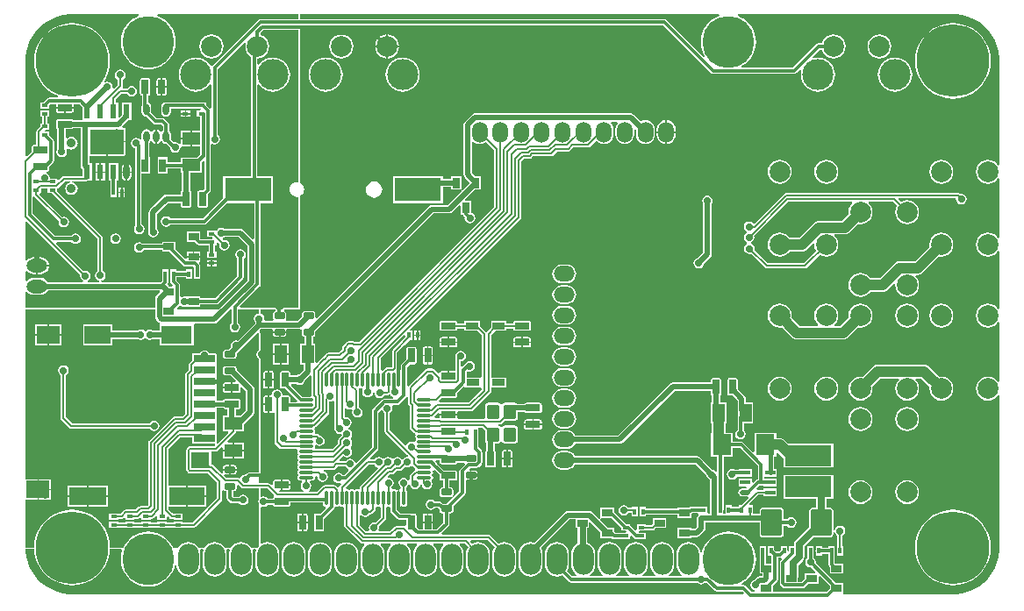
<source format=gbl>
G04 Layer_Physical_Order=2*
G04 Layer_Color=16739179*
%FSLAX44Y44*%
%MOMM*%
G71*
G01*
G75*
%ADD12C,0.2000*%
%ADD13C,0.5000*%
%ADD14C,0.3000*%
%ADD15C,1.0000*%
%ADD16C,0.4000*%
%ADD17C,7.0000*%
%ADD18C,2.0000*%
%ADD19C,3.0000*%
%ADD20C,5.0000*%
%ADD21O,2.0000X3.0000*%
%ADD22O,2.0000X1.3000*%
%ADD23C,0.9000*%
%ADD24O,1.5000X2.0000*%
%ADD25O,2.0000X1.5000*%
%ADD26C,0.7000*%
G04:AMPARAMS|DCode=27|XSize=0.7mm|YSize=1.4mm|CornerRadius=0.07mm|HoleSize=0mm|Usage=FLASHONLY|Rotation=270.000|XOffset=0mm|YOffset=0mm|HoleType=Round|Shape=RoundedRectangle|*
%AMROUNDEDRECTD27*
21,1,0.7000,1.2600,0,0,270.0*
21,1,0.5600,1.4000,0,0,270.0*
1,1,0.1400,-0.6300,-0.2800*
1,1,0.1400,-0.6300,0.2800*
1,1,0.1400,0.6300,0.2800*
1,1,0.1400,0.6300,-0.2800*
%
%ADD27ROUNDEDRECTD27*%
%ADD28R,1.7000X1.2000*%
G04:AMPARAMS|DCode=29|XSize=0.7mm|YSize=1.4mm|CornerRadius=0.07mm|HoleSize=0mm|Usage=FLASHONLY|Rotation=0.000|XOffset=0mm|YOffset=0mm|HoleType=Round|Shape=RoundedRectangle|*
%AMROUNDEDRECTD29*
21,1,0.7000,1.2600,0,0,0.0*
21,1,0.5600,1.4000,0,0,0.0*
1,1,0.1400,0.2800,-0.6300*
1,1,0.1400,-0.2800,-0.6300*
1,1,0.1400,-0.2800,0.6300*
1,1,0.1400,0.2800,0.6300*
%
%ADD29ROUNDEDRECTD29*%
G04:AMPARAMS|DCode=30|XSize=2mm|YSize=2.6mm|CornerRadius=0.2mm|HoleSize=0mm|Usage=FLASHONLY|Rotation=180.000|XOffset=0mm|YOffset=0mm|HoleType=Round|Shape=RoundedRectangle|*
%AMROUNDEDRECTD30*
21,1,2.0000,2.2000,0,0,180.0*
21,1,1.6000,2.6000,0,0,180.0*
1,1,0.4000,-0.8000,1.1000*
1,1,0.4000,0.8000,1.1000*
1,1,0.4000,0.8000,-1.1000*
1,1,0.4000,-0.8000,-1.1000*
%
%ADD30ROUNDEDRECTD30*%
%ADD31R,1.2000X1.7000*%
%ADD32R,1.8000X2.0000*%
%ADD33R,0.7000X1.0000*%
%ADD34R,0.6000X1.4000*%
%ADD35O,0.6000X1.4000*%
%ADD36R,3.3000X2.4100*%
%ADD37O,0.6000X1.1000*%
%ADD38O,1.0000X0.4500*%
%ADD39R,1.0000X0.4500*%
%ADD40O,1.4000X0.3000*%
%ADD41O,0.3000X1.4000*%
%ADD42R,4.5000X2.3000*%
%ADD43R,0.7000X1.3000*%
G04:AMPARAMS|DCode=44|XSize=0.6mm|YSize=1mm|CornerRadius=0.105mm|HoleSize=0mm|Usage=FLASHONLY|Rotation=270.000|XOffset=0mm|YOffset=0mm|HoleType=Round|Shape=RoundedRectangle|*
%AMROUNDEDRECTD44*
21,1,0.6000,0.7900,0,0,270.0*
21,1,0.3900,1.0000,0,0,270.0*
1,1,0.2100,-0.3950,-0.1950*
1,1,0.2100,-0.3950,0.1950*
1,1,0.2100,0.3950,0.1950*
1,1,0.2100,0.3950,-0.1950*
%
%ADD44ROUNDEDRECTD44*%
%ADD45R,4.5000X2.0000*%
%ADD46R,0.6000X0.3000*%
%ADD47R,0.3000X0.6000*%
%ADD48R,1.0000X0.7000*%
%ADD49R,2.0000X0.8000*%
%ADD50R,1.8000X1.6000*%
%ADD51R,3.4000X1.7000*%
%ADD52R,3.0000X1.7000*%
%ADD53R,2.5000X1.7000*%
%ADD54R,3.6000X1.7000*%
%ADD55R,2.2000X1.7000*%
G04:AMPARAMS|DCode=56|XSize=1.4mm|YSize=1.2mm|CornerRadius=0.12mm|HoleSize=0mm|Usage=FLASHONLY|Rotation=90.000|XOffset=0mm|YOffset=0mm|HoleType=Round|Shape=RoundedRectangle|*
%AMROUNDEDRECTD56*
21,1,1.4000,0.9600,0,0,90.0*
21,1,1.1600,1.2000,0,0,90.0*
1,1,0.2400,0.4800,0.5800*
1,1,0.2400,0.4800,-0.5800*
1,1,0.2400,-0.4800,-0.5800*
1,1,0.2400,-0.4800,0.5800*
%
%ADD56ROUNDEDRECTD56*%
%ADD57R,1.2000X0.7000*%
%ADD58C,0.7000*%
%ADD59C,0.6000*%
%ADD60C,0.1500*%
G36*
X674508Y563500D02*
X671332Y562185D01*
X667775Y560005D01*
X664604Y557296D01*
X661895Y554124D01*
X659715Y550568D01*
X658119Y546714D01*
X657145Y542658D01*
X656818Y538500D01*
X657145Y534342D01*
X658119Y530286D01*
X659715Y526432D01*
X660824Y524623D01*
X659637Y523688D01*
X623663Y559663D01*
X622671Y560326D01*
X621500Y560559D01*
X621500Y560559D01*
X270000D01*
Y565000D01*
X674209D01*
X674508Y563500D01*
D02*
G37*
G36*
X900000Y565000D02*
X900000Y565000D01*
X902949Y565000D01*
X908798Y564230D01*
X914496Y562703D01*
X919946Y560446D01*
X925054Y557496D01*
X929734Y553905D01*
X933905Y549734D01*
X937496Y545054D01*
X940446Y539946D01*
X942703Y534496D01*
X944230Y528798D01*
X945000Y522949D01*
X945000Y520000D01*
X945000Y419658D01*
X943500Y419184D01*
X941952Y421202D01*
X939550Y423045D01*
X936752Y424204D01*
X933750Y424599D01*
X930748Y424204D01*
X927950Y423045D01*
X925548Y421202D01*
X923705Y418800D01*
X922546Y416002D01*
X922151Y413000D01*
X922546Y409998D01*
X923705Y407200D01*
X925548Y404798D01*
X927950Y402955D01*
X930748Y401796D01*
X933750Y401401D01*
X936752Y401796D01*
X939550Y402955D01*
X941952Y404798D01*
X943500Y406815D01*
X945000Y406342D01*
Y349158D01*
X943500Y348685D01*
X941952Y350702D01*
X939550Y352545D01*
X936752Y353704D01*
X933750Y354099D01*
X930748Y353704D01*
X927950Y352545D01*
X925548Y350702D01*
X923705Y348300D01*
X922546Y345502D01*
X922151Y342500D01*
X922546Y339498D01*
X923705Y336700D01*
X925548Y334298D01*
X927950Y332455D01*
X930748Y331296D01*
X933750Y330901D01*
X936752Y331296D01*
X939550Y332455D01*
X941952Y334298D01*
X943500Y336315D01*
X945000Y335842D01*
Y280658D01*
X943500Y280184D01*
X941952Y282202D01*
X939550Y284045D01*
X936752Y285204D01*
X933750Y285599D01*
X930748Y285204D01*
X927950Y284045D01*
X925548Y282202D01*
X923705Y279800D01*
X922546Y277002D01*
X922151Y274000D01*
X922546Y270998D01*
X923705Y268200D01*
X925548Y265798D01*
X927950Y263955D01*
X930748Y262796D01*
X933750Y262401D01*
X936752Y262796D01*
X939550Y263955D01*
X941952Y265798D01*
X943500Y267815D01*
X945000Y267342D01*
X945000Y210158D01*
X943500Y209685D01*
X941952Y211702D01*
X939550Y213545D01*
X936752Y214704D01*
X933750Y215099D01*
X930748Y214704D01*
X927950Y213545D01*
X925548Y211702D01*
X923705Y209300D01*
X922546Y206502D01*
X922151Y203500D01*
X922546Y200498D01*
X923705Y197700D01*
X925548Y195298D01*
X927950Y193455D01*
X930748Y192296D01*
X933750Y191901D01*
X936752Y192296D01*
X939550Y193455D01*
X941952Y195298D01*
X943500Y197316D01*
X945000Y196842D01*
X945000Y50000D01*
X945000Y50000D01*
Y47050D01*
X944230Y41202D01*
X942703Y35504D01*
X940445Y30054D01*
X937496Y24945D01*
X933905Y20266D01*
X929734Y16094D01*
X925054Y12503D01*
X919946Y9554D01*
X914496Y7297D01*
X908798Y5770D01*
X902949Y5000D01*
X795189D01*
X794000Y5750D01*
Y15750D01*
X786826D01*
X767470Y35106D01*
X767598Y35750D01*
X767210Y37701D01*
X766105Y39355D01*
X765559Y39720D01*
Y46750D01*
X765500Y47045D01*
Y51250D01*
X759500D01*
Y47045D01*
X759441Y46750D01*
Y39720D01*
X758895Y39355D01*
X757790Y37701D01*
X757402Y35750D01*
X757790Y33799D01*
X758895Y32145D01*
X760549Y31040D01*
X762500Y30652D01*
X763144Y30780D01*
X767288Y26636D01*
X766714Y25250D01*
X757000D01*
Y20326D01*
X753483Y16809D01*
X750500D01*
Y21258D01*
X750598Y21750D01*
Y32860D01*
X755105Y37367D01*
X756210Y39021D01*
X756598Y40972D01*
Y50638D01*
X765641Y59681D01*
X781000D01*
X782366Y59953D01*
X783523Y60727D01*
X784297Y61884D01*
X784568Y63250D01*
Y65015D01*
X786068Y65163D01*
X786290Y64049D01*
X787395Y62395D01*
X788451Y61690D01*
Y51250D01*
X788000D01*
Y42250D01*
X794000D01*
Y51250D01*
X793549D01*
Y61690D01*
X794605Y62395D01*
X795710Y64049D01*
X796098Y66000D01*
X795710Y67951D01*
X794605Y69605D01*
X792951Y70710D01*
X791000Y71098D01*
X789049Y70710D01*
X787395Y69605D01*
X786290Y67951D01*
X786068Y66837D01*
X784568Y66985D01*
Y85250D01*
X784297Y86616D01*
X783523Y87773D01*
X782366Y88547D01*
X781000Y88819D01*
X778098D01*
Y97250D01*
X784500D01*
Y120250D01*
X736500D01*
Y97250D01*
X767902D01*
Y88819D01*
X765000D01*
X763634Y88547D01*
X762477Y87773D01*
X761703Y86616D01*
X761431Y85250D01*
Y69891D01*
X747895Y56355D01*
X746790Y54701D01*
X746402Y52750D01*
Y51250D01*
X742000D01*
Y47045D01*
X741941Y46750D01*
X741528Y46450D01*
X740962Y46565D01*
X740360Y46866D01*
X740000Y47193D01*
Y51250D01*
X734000D01*
Y48076D01*
X732233Y46309D01*
X729267D01*
X727500Y48076D01*
Y51250D01*
X721500D01*
Y47046D01*
X721441Y46750D01*
X721500Y46454D01*
Y42250D01*
X724674D01*
X724941Y41983D01*
Y34750D01*
X719559D01*
Y46750D01*
X719500Y47045D01*
Y51250D01*
X713500D01*
Y47045D01*
X713441Y46750D01*
Y30250D01*
X713441Y30250D01*
X713500Y29954D01*
Y24750D01*
X715922D01*
Y22328D01*
X713343D01*
X713343Y22328D01*
X711782Y22018D01*
X710459Y21134D01*
X707690Y18364D01*
X706180Y17356D01*
X705075Y15702D01*
X704687Y13751D01*
X705075Y11800D01*
X706180Y10146D01*
X707834Y9041D01*
X709000Y8809D01*
X708852Y7309D01*
X705767D01*
X700163Y12913D01*
X699171Y13576D01*
X698000Y13809D01*
X698000Y13809D01*
X696288D01*
X695865Y15309D01*
X699025Y17245D01*
X702196Y19954D01*
X704905Y23126D01*
X707085Y26682D01*
X708681Y30536D01*
X709655Y34592D01*
X709982Y38750D01*
X709655Y42908D01*
X708681Y46964D01*
X707085Y50818D01*
X704905Y54374D01*
X702196Y57546D01*
X699025Y60255D01*
X695468Y62435D01*
X691614Y64031D01*
X687558Y65005D01*
X683400Y65332D01*
X679242Y65005D01*
X675186Y64031D01*
X671332Y62435D01*
X667775Y60255D01*
X664604Y57546D01*
X661895Y54374D01*
X659715Y50818D01*
X658119Y46964D01*
X657704Y45234D01*
X656180Y45314D01*
X656004Y46652D01*
X654845Y49450D01*
X653002Y51852D01*
X650600Y53695D01*
X647802Y54854D01*
X644800Y55249D01*
X641798Y54854D01*
X639000Y53695D01*
X636598Y51852D01*
X634755Y49450D01*
X633596Y46652D01*
X633201Y43650D01*
Y33650D01*
X633596Y30648D01*
X634755Y27850D01*
X636598Y25448D01*
X638735Y23809D01*
X638554Y22734D01*
X638337Y22309D01*
X625863D01*
X625646Y22734D01*
X625465Y23809D01*
X627602Y25448D01*
X629445Y27850D01*
X630604Y30648D01*
X630999Y33650D01*
Y43650D01*
X630604Y46652D01*
X629445Y49450D01*
X627602Y51852D01*
X625200Y53695D01*
X622402Y54854D01*
X619400Y55249D01*
X616398Y54854D01*
X613600Y53695D01*
X611198Y51852D01*
X609355Y49450D01*
X608196Y46652D01*
X607801Y43650D01*
Y33650D01*
X608196Y30648D01*
X609355Y27850D01*
X611198Y25448D01*
X613335Y23809D01*
X613154Y22734D01*
X612937Y22309D01*
X600463D01*
X600246Y22734D01*
X600065Y23809D01*
X602202Y25448D01*
X604045Y27850D01*
X605204Y30648D01*
X605599Y33650D01*
Y43650D01*
X605204Y46652D01*
X604045Y49450D01*
X602202Y51852D01*
X599800Y53695D01*
X597002Y54854D01*
X594000Y55249D01*
X590998Y54854D01*
X588200Y53695D01*
X585798Y51852D01*
X583955Y49450D01*
X582796Y46652D01*
X582401Y43650D01*
Y33650D01*
X582796Y30648D01*
X583955Y27850D01*
X585798Y25448D01*
X587935Y23809D01*
X587754Y22734D01*
X587537Y22309D01*
X575063D01*
X574846Y22734D01*
X574665Y23809D01*
X576802Y25448D01*
X578645Y27850D01*
X579804Y30648D01*
X580199Y33650D01*
Y43650D01*
X579804Y46652D01*
X578645Y49450D01*
X576802Y51852D01*
X574400Y53695D01*
X571602Y54854D01*
X568600Y55249D01*
X565598Y54854D01*
X562800Y53695D01*
X560398Y51852D01*
X558555Y49450D01*
X557396Y46652D01*
X557001Y43650D01*
Y33650D01*
X557396Y30648D01*
X558555Y27850D01*
X560398Y25448D01*
X562535Y23809D01*
X562354Y22734D01*
X562137Y22309D01*
X549663D01*
X549446Y22734D01*
X549265Y23809D01*
X551402Y25448D01*
X553245Y27850D01*
X554404Y30648D01*
X554799Y33650D01*
Y43650D01*
X554404Y46652D01*
X553245Y49450D01*
X551402Y51852D01*
X549000Y53695D01*
X547088Y54487D01*
Y68750D01*
X549000D01*
Y74022D01*
X550386Y74597D01*
X560000Y64982D01*
Y59250D01*
X570424D01*
X570587Y59087D01*
X570587Y59087D01*
X571580Y58424D01*
X572750Y58191D01*
X584000D01*
X584296Y58250D01*
X588500D01*
Y60964D01*
X589886Y61538D01*
X592337Y59087D01*
X592337Y59087D01*
X593329Y58424D01*
X594500Y58191D01*
X599500D01*
X599795Y58250D01*
X604000D01*
Y64250D01*
X599795D01*
X599500Y64309D01*
X596767D01*
X596471Y64750D01*
X597272Y66250D01*
X604000D01*
Y66701D01*
X610000D01*
X610975Y66895D01*
X611802Y67448D01*
X613105Y68750D01*
X623500D01*
Y78750D01*
X610500D01*
Y73355D01*
X608944Y71799D01*
X604000D01*
Y72250D01*
X595000D01*
X595000Y67358D01*
Y67263D01*
D01*
X595000Y67197D01*
X594806Y67117D01*
X593500Y66576D01*
X588663Y71413D01*
X588500Y71522D01*
Y72250D01*
X586796D01*
X586500Y72309D01*
X586500Y72309D01*
X585267D01*
X573000Y84576D01*
Y88250D01*
X560000D01*
Y78639D01*
X558664Y77853D01*
X552384Y84134D01*
X551061Y85018D01*
X549500Y85328D01*
X549500Y85328D01*
X528250D01*
X528250Y85328D01*
X526689Y85018D01*
X525366Y84134D01*
X495886Y54654D01*
X495402Y54854D01*
X492400Y55249D01*
X489398Y54854D01*
X486600Y53695D01*
X484198Y51852D01*
X482355Y49450D01*
X481196Y46652D01*
X480801Y43650D01*
Y33650D01*
X481196Y30648D01*
X482355Y27850D01*
X484198Y25448D01*
X486600Y23605D01*
X489398Y22446D01*
X492400Y22051D01*
X495402Y22446D01*
X498200Y23605D01*
X500602Y25448D01*
X502445Y27850D01*
X503604Y30648D01*
X503999Y33650D01*
Y43650D01*
X503604Y46652D01*
X502445Y49450D01*
X502346Y49579D01*
X529939Y77172D01*
X536000D01*
Y68750D01*
X537912D01*
Y53907D01*
X537400Y53695D01*
X534998Y51852D01*
X533155Y49450D01*
X531996Y46652D01*
X531601Y43650D01*
Y33650D01*
X531996Y30648D01*
X533155Y27850D01*
X534998Y25448D01*
X537135Y23809D01*
X536954Y22734D01*
X536737Y22309D01*
X532767D01*
X527576Y27500D01*
X527845Y27850D01*
X529004Y30648D01*
X529399Y33650D01*
Y43650D01*
X529004Y46652D01*
X527845Y49450D01*
X526002Y51852D01*
X523600Y53695D01*
X520802Y54854D01*
X517800Y55249D01*
X514798Y54854D01*
X512000Y53695D01*
X509598Y51852D01*
X507755Y49450D01*
X506596Y46652D01*
X506201Y43650D01*
Y33650D01*
X506596Y30648D01*
X507755Y27850D01*
X509598Y25448D01*
X512000Y23605D01*
X514798Y22446D01*
X517800Y22051D01*
X520802Y22446D01*
X523048Y23376D01*
X529337Y17087D01*
X529337Y17087D01*
X530329Y16424D01*
X531500Y16191D01*
X653030D01*
X653395Y15645D01*
X655049Y14540D01*
X657000Y14152D01*
X658951Y14540D01*
X660605Y15645D01*
X660701Y15790D01*
X662325Y15901D01*
X669639Y8587D01*
X670631Y7924D01*
X671802Y7691D01*
X696733D01*
X698038Y6386D01*
X697465Y5000D01*
X47050D01*
X41202Y5770D01*
X35504Y7297D01*
X30054Y9554D01*
X24945Y12503D01*
X20266Y16095D01*
X16094Y20266D01*
X12503Y24946D01*
X9554Y30054D01*
X7297Y35504D01*
X5770Y41202D01*
X5010Y46971D01*
X5054Y48471D01*
X13422D01*
X13527Y48390D01*
X13735Y45226D01*
X14668Y40533D01*
X16206Y36002D01*
X18322Y31711D01*
X20981Y27733D01*
X24135Y24135D01*
X27733Y20981D01*
X31711Y18322D01*
X36002Y16206D01*
X40533Y14668D01*
X45226Y13735D01*
X50000Y13422D01*
X54774Y13735D01*
X59467Y14668D01*
X63998Y16206D01*
X68289Y18322D01*
X72267Y20981D01*
X75865Y24135D01*
X79019Y27733D01*
X81678Y31711D01*
X83794Y36002D01*
X85332Y40533D01*
X86265Y45226D01*
X86473Y48390D01*
X86578Y48471D01*
X97493D01*
X98326Y47223D01*
X98219Y46964D01*
X97245Y42908D01*
X96918Y38750D01*
X97245Y34592D01*
X98219Y30536D01*
X99815Y26682D01*
X101995Y23126D01*
X104704Y19954D01*
X107875Y17245D01*
X111432Y15065D01*
X115286Y13469D01*
X119342Y12495D01*
X123500Y12168D01*
X127658Y12495D01*
X131714Y13469D01*
X135568Y15065D01*
X139124Y17245D01*
X142296Y19954D01*
X145005Y23126D01*
X147185Y26682D01*
X148781Y30536D01*
X149244Y32464D01*
X150767Y32384D01*
X150996Y30648D01*
X152155Y27850D01*
X153998Y25448D01*
X156400Y23605D01*
X159198Y22446D01*
X162200Y22051D01*
X165202Y22446D01*
X168000Y23605D01*
X170402Y25448D01*
X172245Y27850D01*
X173404Y30648D01*
X173799Y33650D01*
Y43650D01*
X173404Y46652D01*
X173167Y47223D01*
X174001Y48471D01*
X175799D01*
X176633Y47223D01*
X176396Y46652D01*
X176001Y43650D01*
Y33650D01*
X176396Y30648D01*
X177555Y27850D01*
X179398Y25448D01*
X181800Y23605D01*
X184598Y22446D01*
X187600Y22051D01*
X190602Y22446D01*
X193400Y23605D01*
X195802Y25448D01*
X197645Y27850D01*
X198804Y30648D01*
X199199Y33650D01*
Y43650D01*
X198804Y46652D01*
X198567Y47223D01*
X199401Y48471D01*
X201199D01*
X202033Y47223D01*
X201796Y46652D01*
X201401Y43650D01*
Y33650D01*
X201796Y30648D01*
X202955Y27850D01*
X204798Y25448D01*
X207200Y23605D01*
X209998Y22446D01*
X213000Y22051D01*
X216002Y22446D01*
X218800Y23605D01*
X221202Y25448D01*
X223045Y27850D01*
X224204Y30648D01*
X224599Y33650D01*
Y43650D01*
X224204Y46652D01*
X223967Y47223D01*
X224801Y48471D01*
X226599D01*
X227433Y47223D01*
X227196Y46652D01*
X226801Y43650D01*
Y33650D01*
X227196Y30648D01*
X228355Y27850D01*
X230198Y25448D01*
X232600Y23605D01*
X235398Y22446D01*
X238400Y22051D01*
X241402Y22446D01*
X244200Y23605D01*
X246602Y25448D01*
X248445Y27850D01*
X249604Y30648D01*
X249999Y33650D01*
Y43650D01*
X249604Y46652D01*
X248445Y49450D01*
X246602Y51852D01*
X244200Y53695D01*
X241402Y54854D01*
X238400Y55249D01*
X235398Y54854D01*
X233029Y53873D01*
X231529Y54584D01*
Y88820D01*
X233029Y89494D01*
X234750Y89152D01*
X236701Y89540D01*
X238355Y90645D01*
X238720Y91191D01*
X243808D01*
X243878Y90842D01*
X244364Y90114D01*
X245092Y89628D01*
X245950Y89457D01*
X258550D01*
X259408Y89628D01*
X260136Y90114D01*
X260622Y90842D01*
X260793Y91700D01*
Y93441D01*
X292191D01*
Y92500D01*
X292424Y91329D01*
X293087Y90337D01*
X294079Y89674D01*
X294202Y89650D01*
X294696Y88022D01*
X289717Y83043D01*
X285450D01*
X284592Y82872D01*
X283864Y82386D01*
X283378Y81658D01*
X283207Y80800D01*
Y68200D01*
X283378Y67342D01*
X283864Y66614D01*
X284592Y66128D01*
X285450Y65957D01*
X291050D01*
X291908Y66128D01*
X292636Y66614D01*
X293122Y67342D01*
X293293Y68200D01*
Y77967D01*
X302413Y87087D01*
X302413Y87087D01*
X303076Y88079D01*
X303157Y88486D01*
X303321Y88698D01*
X304535Y89478D01*
X304809Y89529D01*
X305250Y89441D01*
X306420Y89674D01*
X306632Y89815D01*
X307750Y90216D01*
X308868Y89815D01*
X309079Y89674D01*
X310250Y89441D01*
X311201Y89630D01*
X311834Y89368D01*
X312701Y88726D01*
Y70750D01*
X312895Y69774D01*
X313448Y68948D01*
X328048Y54348D01*
X328875Y53795D01*
X329850Y53601D01*
X331744D01*
X332226Y52181D01*
X331798Y51852D01*
X329955Y49450D01*
X328796Y46652D01*
X328401Y43650D01*
Y33650D01*
X328796Y30648D01*
X329955Y27850D01*
X331798Y25448D01*
X334200Y23605D01*
X336998Y22446D01*
X340000Y22051D01*
X343002Y22446D01*
X345800Y23605D01*
X348202Y25448D01*
X350045Y27850D01*
X351204Y30648D01*
X351599Y33650D01*
Y43650D01*
X351204Y46652D01*
X350045Y49450D01*
X348202Y51852D01*
X347774Y52181D01*
X348256Y53601D01*
X357144D01*
X357626Y52181D01*
X357198Y51852D01*
X355355Y49450D01*
X354196Y46652D01*
X353801Y43650D01*
Y33650D01*
X354196Y30648D01*
X355355Y27850D01*
X357198Y25448D01*
X359600Y23605D01*
X362398Y22446D01*
X365400Y22051D01*
X368402Y22446D01*
X371200Y23605D01*
X373602Y25448D01*
X375445Y27850D01*
X376604Y30648D01*
X376999Y33650D01*
Y43650D01*
X376604Y46652D01*
X375445Y49450D01*
X373602Y51852D01*
X373173Y52181D01*
X373656Y53601D01*
X382544D01*
X383027Y52181D01*
X382598Y51852D01*
X380755Y49450D01*
X379596Y46652D01*
X379201Y43650D01*
Y33650D01*
X379596Y30648D01*
X380755Y27850D01*
X382598Y25448D01*
X385000Y23605D01*
X387798Y22446D01*
X390800Y22051D01*
X393802Y22446D01*
X396600Y23605D01*
X399002Y25448D01*
X400845Y27850D01*
X402004Y30648D01*
X402399Y33650D01*
Y43650D01*
X402004Y46652D01*
X400845Y49450D01*
X399002Y51852D01*
X398573Y52181D01*
X399056Y53601D01*
X407944D01*
X408427Y52181D01*
X407998Y51852D01*
X406155Y49450D01*
X404996Y46652D01*
X404601Y43650D01*
Y33650D01*
X404996Y30648D01*
X406155Y27850D01*
X407998Y25448D01*
X410400Y23605D01*
X413198Y22446D01*
X416200Y22051D01*
X419202Y22446D01*
X422000Y23605D01*
X424402Y25448D01*
X426245Y27850D01*
X427404Y30648D01*
X427799Y33650D01*
Y43650D01*
X427404Y46652D01*
X426245Y49450D01*
X424402Y51852D01*
X423974Y52181D01*
X424456Y53601D01*
X429044D01*
X432267Y50378D01*
X431555Y49450D01*
X430396Y46652D01*
X430001Y43650D01*
Y33650D01*
X430396Y30648D01*
X431555Y27850D01*
X433398Y25448D01*
X435800Y23605D01*
X438598Y22446D01*
X441600Y22051D01*
X444602Y22446D01*
X447400Y23605D01*
X449802Y25448D01*
X451645Y27850D01*
X452804Y30648D01*
X453199Y33650D01*
Y43650D01*
X452804Y46652D01*
X451645Y49450D01*
X449802Y51852D01*
X447400Y53695D01*
X444602Y54854D01*
X441600Y55249D01*
X438598Y54854D01*
X436054Y53801D01*
X434140Y55715D01*
X434714Y57101D01*
X451294D01*
X457819Y50576D01*
X456955Y49450D01*
X455796Y46652D01*
X455401Y43650D01*
Y33650D01*
X455796Y30648D01*
X456955Y27850D01*
X458798Y25448D01*
X461200Y23605D01*
X463998Y22446D01*
X467000Y22051D01*
X470002Y22446D01*
X472800Y23605D01*
X475202Y25448D01*
X477045Y27850D01*
X478204Y30648D01*
X478599Y33650D01*
Y43650D01*
X478204Y46652D01*
X477045Y49450D01*
X475202Y51852D01*
X472800Y53695D01*
X470002Y54854D01*
X467000Y55249D01*
X463998Y54854D01*
X461702Y53903D01*
X454152Y61452D01*
X453326Y62005D01*
X452350Y62199D01*
X407146D01*
X406525Y63699D01*
X413413Y70587D01*
X413413Y70587D01*
X414076Y71579D01*
X414309Y72750D01*
X414309Y72750D01*
Y82950D01*
X415200D01*
X416195Y83148D01*
X417038Y83712D01*
X417602Y84555D01*
X417800Y85550D01*
Y89450D01*
X417755Y89679D01*
X428913Y100837D01*
X429576Y101830D01*
X429809Y103000D01*
X429809Y103000D01*
Y114637D01*
X430800Y115450D01*
X434000D01*
Y120000D01*
Y124550D01*
X433586D01*
X433012Y125936D01*
X434017Y126941D01*
X440378D01*
X440378Y126941D01*
X441548Y127174D01*
X442541Y127837D01*
X444913Y130210D01*
X444913Y130210D01*
X445576Y131202D01*
X445809Y132373D01*
X445809Y132373D01*
Y142000D01*
X445809Y142000D01*
X445576Y143170D01*
X444913Y144163D01*
X442309Y146767D01*
Y161750D01*
X442250Y162045D01*
Y165701D01*
X446194D01*
X448697Y163198D01*
Y153450D01*
X448907Y152396D01*
X449503Y151503D01*
X449672Y151391D01*
Y143842D01*
X449364Y143636D01*
X448878Y142908D01*
X448707Y142050D01*
Y129450D01*
X448878Y128592D01*
X449364Y127864D01*
X450092Y127378D01*
X450950Y127207D01*
X456550D01*
X457408Y127378D01*
X458136Y127864D01*
X458622Y128592D01*
X458793Y129450D01*
Y142050D01*
X458622Y142908D01*
X458136Y143636D01*
X457828Y143842D01*
Y150697D01*
X461050D01*
X462104Y150907D01*
X462997Y151503D01*
X463427Y152147D01*
X464224Y152282D01*
X464276D01*
X465073Y152147D01*
X465503Y151503D01*
X466396Y150907D01*
X467450Y150697D01*
X477050D01*
X478103Y150907D01*
X478997Y151503D01*
X479593Y152396D01*
X479803Y153450D01*
Y165050D01*
X479593Y166103D01*
X478997Y166997D01*
X478103Y167593D01*
X477050Y167803D01*
X467450D01*
X466396Y167593D01*
X465503Y166997D01*
X465073Y166353D01*
X464276Y166218D01*
X464224D01*
X463427Y166353D01*
X462997Y166997D01*
X462104Y167593D01*
X461562Y167701D01*
X461710Y169201D01*
X462750D01*
X463726Y169395D01*
X464552Y169948D01*
X467327Y172722D01*
X467450Y172697D01*
X477050D01*
X478103Y172907D01*
X478997Y173503D01*
X479593Y174396D01*
X479803Y175450D01*
Y180672D01*
X486658D01*
X486864Y180364D01*
X487592Y179878D01*
X488450Y179707D01*
X501050D01*
X501908Y179878D01*
X502636Y180364D01*
X503122Y181092D01*
X503293Y181950D01*
Y187550D01*
X503122Y188408D01*
X502636Y189136D01*
X501908Y189622D01*
X501050Y189793D01*
X488450D01*
X487592Y189622D01*
X486864Y189136D01*
X486658Y188828D01*
X479109D01*
X478997Y188997D01*
X478103Y189593D01*
X477050Y189803D01*
X467450D01*
X466396Y189593D01*
X465503Y188997D01*
X465073Y188353D01*
X464276Y188218D01*
X464224D01*
X463427Y188353D01*
X462997Y188997D01*
X462104Y189593D01*
X461050Y189803D01*
X451450D01*
X450396Y189593D01*
X449503Y188997D01*
X448907Y188104D01*
X448697Y187050D01*
Y175450D01*
X447397Y174299D01*
X423093D01*
X421793Y175450D01*
Y177500D01*
X413250D01*
X404707D01*
Y175450D01*
X404378Y175049D01*
X400275D01*
X399654Y176549D01*
X403207Y180102D01*
X404707Y179481D01*
Y179000D01*
X413250D01*
X421793D01*
Y181050D01*
X422327Y181701D01*
X435250D01*
X436225Y181895D01*
X437052Y182448D01*
X453802Y199198D01*
X454355Y200025D01*
X454549Y201000D01*
Y204250D01*
X469250D01*
Y214250D01*
X454549D01*
Y255194D01*
X458605Y259250D01*
X469250D01*
Y261701D01*
X475707D01*
Y261450D01*
X475878Y260592D01*
X476364Y259864D01*
X477092Y259378D01*
X477950Y259207D01*
X490550D01*
X491408Y259378D01*
X492136Y259864D01*
X492622Y260592D01*
X492793Y261450D01*
Y267050D01*
X492622Y267908D01*
X492136Y268636D01*
X491408Y269122D01*
X490550Y269293D01*
X477950D01*
X477092Y269122D01*
X476364Y268636D01*
X475878Y267908D01*
X475707Y267050D01*
Y266799D01*
X469250D01*
Y269250D01*
X454250D01*
Y262105D01*
X450742Y258597D01*
X449750Y258222D01*
X448758Y258597D01*
X443250Y264105D01*
Y269250D01*
X428250D01*
Y266799D01*
X421793D01*
Y267050D01*
X421622Y267908D01*
X421136Y268636D01*
X420408Y269122D01*
X419550Y269293D01*
X406950D01*
X406092Y269122D01*
X405364Y268636D01*
X404878Y267908D01*
X404707Y267050D01*
Y261450D01*
X404878Y260592D01*
X405364Y259864D01*
X406092Y259378D01*
X406950Y259207D01*
X419550D01*
X420408Y259378D01*
X421136Y259864D01*
X421622Y260592D01*
X421793Y261450D01*
Y261701D01*
X428250D01*
Y259250D01*
X440895D01*
X444951Y255194D01*
Y215460D01*
X444250Y214250D01*
X430809D01*
Y219148D01*
X431084Y219466D01*
X432216Y220207D01*
X433750Y219902D01*
X435701Y220290D01*
X437355Y221395D01*
X438460Y223049D01*
X438848Y225000D01*
X438460Y226951D01*
X437355Y228605D01*
X435701Y229710D01*
X433750Y230098D01*
X431799Y229710D01*
X430145Y228605D01*
X429040Y226951D01*
X429019Y226845D01*
X426799Y224625D01*
X425299Y225246D01*
Y229961D01*
X426951Y230290D01*
X428605Y231395D01*
X429710Y233049D01*
X430098Y235000D01*
X429710Y236951D01*
X428605Y238605D01*
X426951Y239710D01*
X425000Y240098D01*
X423049Y239710D01*
X421395Y238605D01*
X420290Y236951D01*
X419902Y235000D01*
X420275Y233123D01*
X420201Y232750D01*
Y221077D01*
X419550Y220543D01*
X414000D01*
Y215500D01*
X412500D01*
Y220543D01*
X406950D01*
X406092Y220372D01*
X405364Y219886D01*
X404878Y219158D01*
X404824Y218888D01*
X403295Y218295D01*
X399538Y222052D01*
X398711Y222605D01*
X397735Y222799D01*
X392765D01*
X391789Y222605D01*
X390962Y222052D01*
X374948Y206038D01*
X374809Y205830D01*
X373309Y206285D01*
Y212000D01*
Y224233D01*
X376033Y226957D01*
X380050D01*
X380908Y227128D01*
X381636Y227614D01*
X382122Y228342D01*
X382293Y229200D01*
Y233839D01*
X382578Y235273D01*
X382293Y236707D01*
Y241800D01*
X382122Y242658D01*
X381636Y243386D01*
X380908Y243872D01*
X380050Y244043D01*
X374450D01*
X373592Y243872D01*
X372864Y243386D01*
X372378Y242658D01*
X372207Y241800D01*
Y235776D01*
X372152Y235500D01*
X372207Y235224D01*
Y231783D01*
X368087Y227663D01*
X367424Y226670D01*
X367191Y225500D01*
X367191Y225500D01*
Y221478D01*
X366000Y220678D01*
Y212000D01*
X364500D01*
Y220410D01*
X364080Y220326D01*
X363997Y220271D01*
X363040Y221436D01*
X363052Y221448D01*
X363605Y222275D01*
X363799Y223250D01*
Y238434D01*
X375865Y250500D01*
X378250D01*
Y259500D01*
X376565D01*
X375991Y260886D01*
X482552Y367448D01*
X483105Y368274D01*
X483299Y369250D01*
Y422694D01*
X486242Y425637D01*
X491675D01*
X492650Y425831D01*
X493477Y426384D01*
X494795Y427701D01*
X512147D01*
X513122Y427895D01*
X513949Y428448D01*
X518205Y432704D01*
X528842D01*
X529817Y432898D01*
X530644Y433450D01*
X533398Y436204D01*
X547392D01*
X548368Y436398D01*
X549194Y436950D01*
X555048Y442804D01*
X556545Y442706D01*
X556831Y442334D01*
X558711Y440891D01*
X560900Y439984D01*
X563250Y439675D01*
X565599Y439984D01*
X567789Y440891D01*
X569669Y442334D01*
X571111Y444214D01*
X572018Y446403D01*
X572328Y448753D01*
Y453753D01*
X572018Y456102D01*
X571111Y458291D01*
X570050Y459674D01*
X570704Y461174D01*
X575796D01*
X576450Y459674D01*
X575388Y458291D01*
X574482Y456102D01*
X574172Y453753D01*
Y448753D01*
X574482Y446403D01*
X575388Y444214D01*
X576831Y442334D01*
X578711Y440891D01*
X580900Y439984D01*
X583250Y439675D01*
X585599Y439984D01*
X587789Y440891D01*
X589669Y442334D01*
X591111Y444214D01*
X592018Y446403D01*
X592328Y448753D01*
Y453137D01*
X593547Y453938D01*
X593811Y453979D01*
X593927Y453906D01*
X594172Y453644D01*
Y448753D01*
X594482Y446403D01*
X595388Y444214D01*
X596831Y442334D01*
X598711Y440891D01*
X600900Y439984D01*
X603250Y439675D01*
X605599Y439984D01*
X607789Y440891D01*
X609669Y442334D01*
X611111Y444214D01*
X612018Y446403D01*
X612328Y448753D01*
Y453753D01*
X612018Y456102D01*
X611111Y458291D01*
X609669Y460171D01*
X607789Y461614D01*
X605599Y462521D01*
X603250Y462830D01*
X600900Y462521D01*
X598711Y461614D01*
X598680Y461590D01*
X592134Y468136D01*
X590811Y469020D01*
X589250Y469331D01*
X589250Y469331D01*
X438487D01*
X438487Y469331D01*
X436926Y469020D01*
X435603Y468136D01*
X428866Y461400D01*
X427982Y460077D01*
X427672Y458516D01*
X427672Y458516D01*
Y410000D01*
X427672Y410000D01*
X427982Y408439D01*
X428866Y407116D01*
X433732Y402250D01*
X426836Y395353D01*
X425500Y396139D01*
X425500Y397089D01*
Y408750D01*
X415500D01*
Y406328D01*
X407897D01*
Y408750D01*
X359897D01*
Y382750D01*
X407897D01*
Y398172D01*
X415500D01*
Y395750D01*
X424057D01*
X425111Y395750D01*
X425897Y394414D01*
X412311Y380828D01*
X397000D01*
X397000Y380828D01*
X395439Y380518D01*
X394116Y379634D01*
X286266Y271784D01*
X285757Y271876D01*
X284800Y272439D01*
Y275950D01*
X284602Y276945D01*
X284038Y277788D01*
X283195Y278352D01*
X282200Y278550D01*
X274300D01*
X273305Y278352D01*
X272462Y277788D01*
X271898Y276945D01*
X271700Y275950D01*
Y273218D01*
X267561Y269078D01*
X256948D01*
X256742Y269335D01*
X256283Y270578D01*
X256602Y271055D01*
X256800Y272050D01*
Y275950D01*
X256602Y276945D01*
X256038Y277788D01*
X255195Y278352D01*
X254451Y278500D01*
X254599Y280000D01*
X270000D01*
Y389458D01*
X270428Y389636D01*
X271890Y390758D01*
X273012Y392220D01*
X273717Y393923D01*
X273958Y395750D01*
X273717Y397577D01*
X273012Y399280D01*
X271890Y400742D01*
X270428Y401865D01*
X270000Y402042D01*
Y554441D01*
X620233D01*
X666337Y508337D01*
X666337Y508337D01*
X667329Y507674D01*
X668500Y507441D01*
X746750D01*
X746750Y507441D01*
X747921Y507674D01*
X748913Y508337D01*
X752514Y511938D01*
X753840Y511143D01*
X753489Y509985D01*
X753170Y506750D01*
X753489Y503515D01*
X754432Y500405D01*
X755964Y497539D01*
X758026Y495026D01*
X760539Y492964D01*
X763405Y491432D01*
X766515Y490489D01*
X769750Y490170D01*
X772985Y490489D01*
X776095Y491432D01*
X778961Y492964D01*
X781474Y495026D01*
X783536Y497539D01*
X785068Y500405D01*
X786011Y503515D01*
X786330Y506750D01*
X786011Y509985D01*
X785068Y513095D01*
X783536Y515961D01*
X781474Y518474D01*
X778961Y520536D01*
X776095Y522068D01*
X772985Y523011D01*
X769750Y523330D01*
X766515Y523011D01*
X765357Y522660D01*
X764562Y523986D01*
X771517Y530941D01*
X773569D01*
X774705Y528200D01*
X776548Y525798D01*
X778950Y523955D01*
X781748Y522796D01*
X784750Y522401D01*
X787752Y522796D01*
X790550Y523955D01*
X792952Y525798D01*
X794795Y528200D01*
X795954Y530998D01*
X796349Y534000D01*
X795954Y537002D01*
X794795Y539800D01*
X792952Y542202D01*
X790550Y544045D01*
X787752Y545204D01*
X784750Y545599D01*
X781748Y545204D01*
X778950Y544045D01*
X776548Y542202D01*
X774705Y539800D01*
X773569Y537059D01*
X770250D01*
X769080Y536826D01*
X768087Y536163D01*
X745483Y513559D01*
X696288D01*
X695865Y515059D01*
X699025Y516995D01*
X702196Y519704D01*
X704905Y522876D01*
X707085Y526432D01*
X708681Y530286D01*
X709655Y534342D01*
X709982Y538500D01*
X709655Y542658D01*
X708681Y546714D01*
X707085Y550568D01*
X704905Y554124D01*
X702196Y557296D01*
X699025Y560005D01*
X695468Y562185D01*
X692292Y563500D01*
X692591Y565000D01*
X900000D01*
X900000Y565000D01*
D02*
G37*
G36*
X268471Y560559D02*
X231750D01*
X230579Y560326D01*
X229587Y559663D01*
X185346Y515422D01*
X185306Y515363D01*
X183560Y515448D01*
X183286Y515961D01*
X181224Y518474D01*
X178711Y520536D01*
X175845Y522068D01*
X172735Y523011D01*
X169500Y523330D01*
X166266Y523011D01*
X163155Y522068D01*
X160289Y520536D01*
X157776Y518474D01*
X155714Y515961D01*
X154182Y513095D01*
X153239Y509985D01*
X152920Y506750D01*
X153239Y503515D01*
X154182Y500405D01*
X155714Y497539D01*
X157776Y495026D01*
X160289Y492964D01*
X163155Y491432D01*
X166266Y490489D01*
X169500Y490170D01*
X172735Y490489D01*
X175845Y491432D01*
X178711Y492964D01*
X181224Y495026D01*
X182950Y497130D01*
X184450Y496604D01*
Y474679D01*
X183800Y474288D01*
X182950Y474118D01*
X179500Y477568D01*
Y480000D01*
X176038D01*
X175743Y480059D01*
X175742Y480059D01*
X140898D01*
X140750Y480088D01*
X138994Y479739D01*
X137506Y478744D01*
X136511Y477256D01*
X136162Y475500D01*
Y470500D01*
X136511Y468744D01*
X137506Y467256D01*
X138994Y466261D01*
X140750Y465912D01*
X142506Y466261D01*
X143994Y467256D01*
X144989Y468744D01*
X145338Y470500D01*
Y473941D01*
X173587D01*
X173990Y473635D01*
X174058Y473500D01*
X173133Y472000D01*
X170500D01*
Y466000D01*
X173441D01*
Y452750D01*
X165750D01*
Y445250D01*
Y437750D01*
X173441D01*
Y429517D01*
X170674Y426750D01*
X155000D01*
Y422059D01*
X142500D01*
Y427000D01*
X132500D01*
Y411000D01*
X142500D01*
Y415941D01*
X155000D01*
Y411750D01*
X155922D01*
Y394842D01*
X155614Y394636D01*
X155128Y393908D01*
X154957Y393050D01*
Y390828D01*
X141250D01*
X139689Y390518D01*
X138366Y389634D01*
X138366Y389634D01*
X125116Y376384D01*
X124232Y375061D01*
X123922Y373500D01*
X123922Y373500D01*
Y357272D01*
X123540Y356701D01*
X123152Y354750D01*
X123540Y352799D01*
X124645Y351145D01*
X126299Y350040D01*
X128250Y349652D01*
X130201Y350040D01*
X131855Y351145D01*
X132960Y352799D01*
X133348Y354750D01*
X132960Y356701D01*
X132078Y358020D01*
Y371811D01*
X142939Y382672D01*
X154957D01*
Y380450D01*
X155128Y379592D01*
X155614Y378864D01*
X156342Y378378D01*
X157200Y378207D01*
X162800D01*
X163658Y378378D01*
X164386Y378864D01*
X164872Y379592D01*
X165043Y380450D01*
Y393050D01*
X164872Y393908D01*
X164386Y394636D01*
X164078Y394842D01*
Y411750D01*
X175000D01*
Y422424D01*
X176555Y423980D01*
X177941Y423406D01*
Y396517D01*
X176717Y395293D01*
X173200D01*
X172342Y395122D01*
X171614Y394636D01*
X171128Y393908D01*
X170957Y393050D01*
Y380450D01*
X171128Y379592D01*
X171614Y378864D01*
X172342Y378378D01*
X173200Y378207D01*
X178800D01*
X179658Y378378D01*
X180386Y378864D01*
X180872Y379592D01*
X181043Y380450D01*
Y390967D01*
X183163Y393087D01*
X183826Y394080D01*
X184059Y395250D01*
X184059Y395250D01*
Y439223D01*
X185382Y439930D01*
X185558Y439812D01*
X187509Y439424D01*
X189460Y439812D01*
X191114Y440917D01*
X192219Y442571D01*
X192607Y444522D01*
X192219Y446473D01*
X191114Y448126D01*
X190568Y448491D01*
Y511992D01*
X216166Y537590D01*
X217183Y537157D01*
X217523Y536826D01*
X217151Y534000D01*
X217546Y530998D01*
X218705Y528200D01*
X220548Y525798D01*
X222691Y524154D01*
Y408750D01*
X195897D01*
Y387723D01*
X176233Y368059D01*
X144720D01*
X144355Y368605D01*
X142701Y369710D01*
X140750Y370098D01*
X138799Y369710D01*
X137145Y368605D01*
X136040Y366951D01*
X135652Y365000D01*
X136040Y363049D01*
X137145Y361395D01*
X138799Y360290D01*
X140750Y359902D01*
X142701Y360290D01*
X144355Y361395D01*
X144720Y361941D01*
X177500D01*
X177500Y361941D01*
X178671Y362174D01*
X179663Y362837D01*
X199576Y382750D01*
X225691D01*
Y348143D01*
X224305Y347569D01*
X214990Y356884D01*
X213667Y357768D01*
X212107Y358078D01*
X212106Y358078D01*
X196896D01*
X195951Y358710D01*
X194000Y359098D01*
X192049Y358710D01*
X190395Y357605D01*
X190092Y357151D01*
X189250Y356000D01*
X180250D01*
Y350000D01*
X185024D01*
X185398Y349500D01*
X185272Y348964D01*
X185012Y348514D01*
X184603Y348059D01*
X174267D01*
X173750Y348576D01*
Y355000D01*
X160750D01*
Y345000D01*
X168674D01*
X170837Y342837D01*
X170837Y342837D01*
X171829Y342174D01*
X173000Y341941D01*
X173000Y341941D01*
X181691D01*
Y335500D01*
X180250D01*
Y329500D01*
X184454D01*
X184750Y329441D01*
X185046Y329500D01*
X189250D01*
Y335500D01*
X187809D01*
Y342000D01*
X189250D01*
Y344546D01*
X190636Y345120D01*
X192210Y343546D01*
X191902Y342000D01*
X192290Y340049D01*
X193395Y338395D01*
X195049Y337290D01*
X197000Y336902D01*
X198951Y337290D01*
X200605Y338395D01*
X201710Y340049D01*
X202098Y342000D01*
X201710Y343951D01*
X200605Y345605D01*
X198951Y346710D01*
X197000Y347098D01*
X196015Y346902D01*
X195237Y347729D01*
X195710Y349242D01*
X195951Y349290D01*
X196896Y349922D01*
X210417D01*
X219172Y341167D01*
Y308189D01*
X190982Y280000D01*
X151697D01*
X151076Y281500D01*
X153093Y283518D01*
X154051Y283751D01*
X155067Y283613D01*
X156299Y282790D01*
X158250Y282402D01*
X159250Y282601D01*
X160750Y282500D01*
X160750Y282500D01*
X160750Y282500D01*
X173750D01*
Y284691D01*
X189250D01*
X189250Y284691D01*
X190420Y284924D01*
X191413Y285587D01*
X214673Y308847D01*
X214673Y308848D01*
X215336Y309840D01*
X215569Y311010D01*
Y329047D01*
X216115Y329412D01*
X217220Y331065D01*
X217608Y333016D01*
X217220Y334967D01*
X216115Y336621D01*
X214461Y337726D01*
X212510Y338114D01*
X210560Y337726D01*
X208906Y336621D01*
X207801Y334967D01*
X207412Y333016D01*
X207801Y331065D01*
X208906Y329412D01*
X209452Y329047D01*
Y312277D01*
X187983Y290809D01*
X173750D01*
Y292500D01*
X160750D01*
X160750Y292500D01*
X159250Y292399D01*
X158250Y292598D01*
X156299Y292210D01*
X155809Y291882D01*
X154309Y292684D01*
Y303500D01*
X154309Y303500D01*
X154076Y304671D01*
X153413Y305663D01*
X150809Y308267D01*
Y310941D01*
X159750D01*
Y309500D01*
X165750D01*
Y313704D01*
X165809Y314000D01*
X165750Y314296D01*
Y318500D01*
X159750D01*
Y317059D01*
X150750D01*
Y318500D01*
X144750D01*
Y314296D01*
X144691Y314000D01*
Y307000D01*
X144691Y307000D01*
X144924Y305830D01*
X145587Y304837D01*
X146924Y303500D01*
X146303Y302000D01*
X144018D01*
X142819Y303199D01*
X141913Y304337D01*
X142576Y305329D01*
X142809Y306500D01*
X142809Y306500D01*
Y314000D01*
X142750Y314296D01*
Y318500D01*
X136750D01*
Y314296D01*
X136691Y314000D01*
Y307767D01*
X135253Y306328D01*
X78284D01*
X78136Y307828D01*
X79201Y308040D01*
X80855Y309145D01*
X81960Y310799D01*
X82348Y312750D01*
X81960Y314701D01*
X80855Y316355D01*
X79799Y317060D01*
Y349250D01*
X79605Y350225D01*
X79052Y351052D01*
X35500Y394605D01*
Y397043D01*
X36011Y397145D01*
X36838Y397698D01*
X43091Y403951D01*
X48534D01*
X48632Y402451D01*
X47831Y402346D01*
X46371Y401741D01*
X45118Y400779D01*
X44156Y399526D01*
X43552Y398066D01*
X43346Y396500D01*
X43552Y394934D01*
X44156Y393474D01*
X45118Y392221D01*
X46371Y391259D01*
X47831Y390654D01*
X49397Y390448D01*
X50964Y390654D01*
X52423Y391259D01*
X53677Y392221D01*
X54638Y393474D01*
X55243Y394934D01*
X55449Y396500D01*
X55243Y398066D01*
X54638Y399526D01*
X53677Y400779D01*
X52423Y401741D01*
X50964Y402346D01*
X50162Y402451D01*
X50261Y403951D01*
X64450D01*
X64696Y404000D01*
X68950D01*
Y421000D01*
X66578D01*
Y428450D01*
X82750D01*
Y442000D01*
X83500D01*
Y442750D01*
X101500D01*
Y455550D01*
X99189D01*
X98568Y457050D01*
X104518Y463000D01*
X107050D01*
Y480000D01*
X98050D01*
Y468068D01*
X95736Y465754D01*
X94350Y466328D01*
Y480000D01*
X92399D01*
Y483094D01*
X97506Y488201D01*
X103190D01*
X103895Y487145D01*
X105549Y486040D01*
X107500Y485652D01*
X109451Y486040D01*
X111105Y487145D01*
X112210Y488799D01*
X112598Y490750D01*
X112210Y492701D01*
X111105Y494355D01*
X109451Y495460D01*
X107500Y495848D01*
X105549Y495460D01*
X103895Y494355D01*
X103190Y493299D01*
X99673D01*
X99151Y493926D01*
X98855Y494774D01*
X99049Y495750D01*
Y502190D01*
X100105Y502895D01*
X101210Y504549D01*
X101598Y506500D01*
X101210Y508451D01*
X100105Y510105D01*
X98451Y511210D01*
X96500Y511598D01*
X94549Y511210D01*
X92895Y510105D01*
X91790Y508451D01*
X91402Y506500D01*
X91790Y504549D01*
X92895Y502895D01*
X93951Y502190D01*
Y496805D01*
X90312Y493167D01*
X88930Y493906D01*
X89098Y494750D01*
X88710Y496701D01*
X87605Y498355D01*
X85951Y499460D01*
X84000Y499848D01*
X82049Y499460D01*
X81920Y499374D01*
X80839Y500455D01*
X81678Y501711D01*
X83794Y506002D01*
X85332Y510533D01*
X86265Y515226D01*
X86578Y520000D01*
X86265Y524774D01*
X85332Y529467D01*
X83794Y533998D01*
X81678Y538289D01*
X79019Y542267D01*
X75865Y545865D01*
X72267Y549020D01*
X68289Y551678D01*
X63998Y553794D01*
X59467Y555332D01*
X54774Y556265D01*
X50000Y556578D01*
X45226Y556265D01*
X40533Y555332D01*
X36002Y553794D01*
X31711Y551678D01*
X27733Y549020D01*
X24135Y545865D01*
X20981Y542267D01*
X18322Y538289D01*
X16206Y533998D01*
X14668Y529467D01*
X13735Y524774D01*
X13422Y520000D01*
X13735Y515226D01*
X14668Y510533D01*
X16206Y506002D01*
X18322Y501711D01*
X20981Y497733D01*
X24135Y494135D01*
X27733Y490980D01*
X31711Y488322D01*
X36002Y486206D01*
X36436Y486059D01*
X36188Y484559D01*
X28000D01*
X26830Y484326D01*
X25837Y483663D01*
X22174Y480000D01*
X19000D01*
Y474000D01*
X23204D01*
X23500Y473941D01*
X23796Y474000D01*
X28000D01*
Y477174D01*
X29267Y478441D01*
X33931D01*
X34457Y477800D01*
Y475750D01*
X43000D01*
X51543D01*
Y477800D01*
X52069Y478441D01*
X56733D01*
X59950Y475224D01*
Y463078D01*
X51092D01*
X50886Y463386D01*
X50158Y463872D01*
X49300Y464043D01*
X36700D01*
X35842Y463872D01*
X35114Y463386D01*
X34628Y462658D01*
X34457Y461800D01*
Y456200D01*
X34628Y455342D01*
X35114Y454614D01*
X35842Y454128D01*
X35922Y454112D01*
Y434896D01*
X35290Y433951D01*
X34902Y432000D01*
X35290Y430049D01*
X36395Y428395D01*
X38049Y427290D01*
X40000Y426902D01*
X41951Y427290D01*
X43605Y428395D01*
X44710Y430049D01*
X45098Y432000D01*
X44710Y433951D01*
X44890Y434505D01*
X45780Y434958D01*
X46671Y435135D01*
X47831Y434654D01*
X49397Y434448D01*
X50964Y434654D01*
X52423Y435259D01*
X53677Y436221D01*
X54638Y437474D01*
X55243Y438934D01*
X55449Y440500D01*
X55243Y442066D01*
X54638Y443526D01*
X53677Y444779D01*
X52423Y445741D01*
X50964Y446345D01*
X49397Y446552D01*
X47831Y446345D01*
X46371Y445741D01*
X45578Y445132D01*
X44131Y445728D01*
X44078Y445779D01*
Y453957D01*
X49300D01*
X50158Y454128D01*
X50886Y454614D01*
X51092Y454922D01*
X58422D01*
Y418750D01*
X58422Y418750D01*
X58732Y417189D01*
X59616Y415866D01*
X59950Y415532D01*
Y409049D01*
X42035D01*
X41060Y408855D01*
X40233Y408302D01*
X36886Y404955D01*
X35500Y405529D01*
Y406500D01*
X28553D01*
X28348Y406750D01*
X27960Y408701D01*
X26855Y410355D01*
X25201Y411460D01*
X25364Y412957D01*
X25800D01*
X26658Y413128D01*
X27386Y413614D01*
X27872Y414342D01*
X28043Y415200D01*
Y417717D01*
X31663Y421337D01*
X31663Y421337D01*
X32326Y422329D01*
X32559Y423500D01*
X32559Y423500D01*
Y442500D01*
X32559Y442500D01*
X32326Y443671D01*
X31663Y444663D01*
X28000Y448326D01*
Y451500D01*
X24786D01*
X24506Y451755D01*
X24015Y453000D01*
X24487Y453500D01*
X28000D01*
Y459500D01*
X26049D01*
Y466000D01*
X28000D01*
Y472000D01*
X19000D01*
Y466000D01*
X20951D01*
Y459500D01*
X19000D01*
Y456105D01*
X16198Y453302D01*
X15645Y452476D01*
X15451Y451500D01*
Y439043D01*
X13200D01*
X12342Y438872D01*
X11614Y438386D01*
X11128Y437658D01*
X10957Y436800D01*
Y432312D01*
X6386Y427741D01*
X5000Y428315D01*
Y520000D01*
Y522949D01*
X5770Y528798D01*
X7297Y534496D01*
X9554Y539946D01*
X12504Y545054D01*
X16095Y549734D01*
X20266Y553905D01*
X24946Y557496D01*
X30054Y560446D01*
X35504Y562703D01*
X41202Y564230D01*
X47050Y565000D01*
X50000D01*
X50000Y565000D01*
X114309D01*
X114607Y563500D01*
X111432Y562185D01*
X107875Y560005D01*
X104704Y557296D01*
X101995Y554124D01*
X99815Y550568D01*
X98219Y546714D01*
X97245Y542658D01*
X96918Y538500D01*
X97245Y534342D01*
X98219Y530286D01*
X99815Y526432D01*
X101995Y522876D01*
X104704Y519704D01*
X107875Y516995D01*
X111432Y514815D01*
X115286Y513219D01*
X119342Y512245D01*
X123500Y511918D01*
X127658Y512245D01*
X131714Y513219D01*
X135568Y514815D01*
X139124Y516995D01*
X142296Y519704D01*
X145005Y522876D01*
X147185Y526432D01*
X148781Y530286D01*
X149755Y534342D01*
X150082Y538500D01*
X149755Y542658D01*
X148781Y546714D01*
X147185Y550568D01*
X145005Y554124D01*
X142296Y557296D01*
X139124Y560005D01*
X135568Y562185D01*
X132393Y563500D01*
X132691Y565000D01*
X268471D01*
Y560559D01*
D02*
G37*
G36*
Y403741D02*
X267343Y402752D01*
X266897Y402810D01*
X265070Y402570D01*
X263367Y401865D01*
X261905Y400742D01*
X260783Y399280D01*
X260078Y397577D01*
X259837Y395750D01*
X260078Y393923D01*
X260783Y392220D01*
X261905Y390758D01*
X263367Y389636D01*
X265070Y388930D01*
X266897Y388690D01*
X267343Y388748D01*
X268471Y387759D01*
Y281529D01*
X254599D01*
X254379Y281486D01*
X254155Y281464D01*
X254088Y281428D01*
X254014Y281413D01*
X253827Y281288D01*
X253629Y281182D01*
X253580Y281124D01*
X253517Y281081D01*
X253393Y280895D01*
X253250Y280721D01*
X253228Y280648D01*
X253186Y280585D01*
X253142Y280365D01*
X253077Y280150D01*
X253062Y280000D01*
X247438D01*
X247423Y280150D01*
X247358Y280365D01*
X247314Y280585D01*
X247272Y280648D01*
X247250Y280721D01*
X247108Y280895D01*
X246983Y281081D01*
X246919Y281124D01*
X246871Y281182D01*
X246673Y281288D01*
X246486Y281413D01*
X246412Y281428D01*
X246345Y281464D01*
X246122Y281486D01*
X245901Y281529D01*
X231529D01*
X230944Y281413D01*
X230765Y281293D01*
X230585Y281413D01*
X230000Y281529D01*
X212343D01*
X211769Y282915D01*
X230913Y302059D01*
X230913Y302059D01*
X231576Y303051D01*
X231809Y304222D01*
X231809Y304222D01*
Y382750D01*
X243897D01*
Y408750D01*
X228809D01*
Y496582D01*
X230309Y497119D01*
X232026Y495026D01*
X234539Y492964D01*
X237405Y491432D01*
X240515Y490489D01*
X243750Y490170D01*
X246985Y490489D01*
X250095Y491432D01*
X252961Y492964D01*
X255474Y495026D01*
X257536Y497539D01*
X259068Y500405D01*
X260011Y503515D01*
X260330Y506750D01*
X260011Y509985D01*
X259068Y513095D01*
X257536Y515961D01*
X255474Y518474D01*
X252961Y520536D01*
X250095Y522068D01*
X246985Y523011D01*
X243750Y523330D01*
X240515Y523011D01*
X237405Y522068D01*
X234539Y520536D01*
X232026Y518474D01*
X230309Y516381D01*
X228809Y516918D01*
Y522408D01*
X231752Y522796D01*
X234550Y523955D01*
X236952Y525798D01*
X238795Y528200D01*
X239954Y530998D01*
X240349Y534000D01*
X239954Y537002D01*
X238795Y539800D01*
X236952Y542202D01*
X234550Y544045D01*
X231809Y545181D01*
Y546869D01*
X234631Y549691D01*
X268471D01*
Y403741D01*
D02*
G37*
G36*
X438711Y440891D02*
X440900Y439984D01*
X443250Y439675D01*
X445599Y439984D01*
X447789Y440891D01*
X449044Y441854D01*
X457201Y433697D01*
Y379004D01*
X326996Y248799D01*
X322828D01*
X322726Y248867D01*
X321751Y249061D01*
X316780D01*
X315805Y248867D01*
X314978Y248314D01*
X311463Y244799D01*
X310911Y243972D01*
X310717Y242997D01*
Y241571D01*
X307194Y238049D01*
X297351D01*
X296375Y237855D01*
X295548Y237302D01*
X292370Y234124D01*
X292274Y234105D01*
X291448Y233552D01*
X286250Y228355D01*
X284750Y228976D01*
Y247000D01*
X282328D01*
Y253476D01*
X283195Y253648D01*
X284038Y254212D01*
X284602Y255055D01*
X284800Y256050D01*
Y258782D01*
X398689Y372672D01*
X414000D01*
X414000Y372672D01*
X415561Y372982D01*
X416884Y373866D01*
X423614Y380597D01*
X425000Y380023D01*
Y371750D01*
X427041D01*
X427174Y371079D01*
X427837Y370087D01*
X428905Y369019D01*
X428777Y368375D01*
X429165Y366424D01*
X430270Y364770D01*
X431924Y363665D01*
X433875Y363277D01*
X435826Y363665D01*
X437480Y364770D01*
X438585Y366424D01*
X438973Y368375D01*
X438585Y370326D01*
X437480Y371980D01*
X435826Y373085D01*
X435000Y373249D01*
Y384750D01*
X429728D01*
X429154Y386136D01*
X438768Y395750D01*
X444500D01*
Y408750D01*
X438768D01*
X435828Y411689D01*
Y441299D01*
X437328Y441952D01*
X438711Y440891D01*
D02*
G37*
G36*
X26500Y392500D02*
X30395D01*
X74701Y348194D01*
Y317060D01*
X73645Y316355D01*
X72540Y314701D01*
X72152Y312750D01*
X72540Y310799D01*
X73645Y309145D01*
X75299Y308040D01*
X76364Y307828D01*
X76216Y306328D01*
X65087D01*
X64735Y307716D01*
X64758Y307828D01*
X66355Y308895D01*
X67460Y310549D01*
X67848Y312500D01*
X67460Y314451D01*
X66355Y316105D01*
X64701Y317210D01*
X62750Y317598D01*
X61296Y317309D01*
X34799Y343805D01*
X35373Y345191D01*
X49280D01*
X49645Y344645D01*
X51299Y343540D01*
X53250Y343152D01*
X55201Y343540D01*
X56855Y344645D01*
X57960Y346299D01*
X58348Y348250D01*
X57960Y350201D01*
X56855Y351855D01*
X55201Y352960D01*
X53250Y353348D01*
X51299Y352960D01*
X49645Y351855D01*
X49280Y351309D01*
X33674D01*
X12059Y372924D01*
Y388700D01*
X13559Y389155D01*
X13698Y388948D01*
X37150Y365495D01*
X36902Y364250D01*
X37290Y362299D01*
X38395Y360645D01*
X40049Y359540D01*
X42000Y359152D01*
X43951Y359540D01*
X45605Y360645D01*
X46710Y362299D01*
X47098Y364250D01*
X46710Y366201D01*
X45605Y367855D01*
X43951Y368960D01*
X42000Y369348D01*
X40754Y369100D01*
X18855Y391000D01*
X19476Y392500D01*
X20000D01*
Y396395D01*
X20556Y396951D01*
X26500D01*
Y392500D01*
D02*
G37*
G36*
X57858Y313537D02*
X57652Y312500D01*
X58040Y310549D01*
X59145Y308895D01*
X60742Y307828D01*
X60765Y307716D01*
X60413Y306328D01*
X26704D01*
X25456Y307956D01*
X23784Y309238D01*
X21838Y310044D01*
X19750Y310319D01*
X12750D01*
X10662Y310044D01*
X8716Y309238D01*
X7044Y307956D01*
X6500Y307246D01*
X5000Y307755D01*
Y316745D01*
X6500Y317254D01*
X7044Y316544D01*
X8716Y315262D01*
X10662Y314456D01*
X12750Y314181D01*
X15500D01*
Y322250D01*
Y330319D01*
X12750D01*
X10662Y330044D01*
X8716Y329238D01*
X7044Y327956D01*
X6500Y327246D01*
X5000Y327756D01*
Y364435D01*
X6386Y365009D01*
X57858Y313537D01*
D02*
G37*
G36*
X134904Y296672D02*
X131366Y293134D01*
X130482Y291811D01*
X130172Y290250D01*
X130172Y290250D01*
Y281529D01*
X5000D01*
Y296744D01*
X6500Y297254D01*
X7044Y296544D01*
X8716Y295262D01*
X10662Y294456D01*
X12750Y294181D01*
X19750D01*
X21838Y294456D01*
X23784Y295262D01*
X25456Y296544D01*
X26704Y298172D01*
X134283D01*
X134904Y296672D01*
D02*
G37*
G36*
X246049Y278500D02*
X245305Y278352D01*
X244462Y277788D01*
X243898Y276945D01*
X243700Y275950D01*
Y272050D01*
X243898Y271055D01*
X244216Y270578D01*
X243758Y269335D01*
X243552Y269078D01*
X236407D01*
X235455Y270238D01*
X235609Y271013D01*
X235221Y272964D01*
X234116Y274618D01*
X232462Y275723D01*
X231510Y275912D01*
X231529Y276010D01*
Y280000D01*
X245901D01*
X246049Y278500D01*
D02*
G37*
G36*
X271054Y260765D02*
X271345Y260525D01*
X271717Y260033D01*
X271700Y259950D01*
Y256050D01*
X271898Y255055D01*
X272462Y254212D01*
X273305Y253648D01*
X274172Y253476D01*
Y247000D01*
X269750D01*
Y227000D01*
X273172D01*
Y221439D01*
X268914Y217182D01*
X267799Y216960D01*
X266854Y216328D01*
X260793D01*
Y218300D01*
X260622Y219158D01*
X260136Y219886D01*
X259408Y220372D01*
X258550Y220543D01*
X252950D01*
X252092Y220372D01*
X251364Y219886D01*
X250878Y219158D01*
X250707Y218300D01*
Y205700D01*
X250878Y204842D01*
X251364Y204114D01*
X252092Y203628D01*
X252950Y203457D01*
X255717D01*
X267115Y192059D01*
X267000Y191459D01*
X266272Y190559D01*
X260793D01*
Y194800D01*
X260622Y195658D01*
X260136Y196386D01*
X259408Y196872D01*
X258550Y197043D01*
X254247D01*
X252860Y197760D01*
X252472Y199711D01*
X251367Y201364D01*
X249713Y202470D01*
X247762Y202858D01*
X245811Y202470D01*
X244157Y201364D01*
X243052Y199711D01*
X242664Y197760D01*
X241277Y197043D01*
X240500D01*
Y188500D01*
Y179957D01*
X242550D01*
X243408Y180128D01*
X243713Y180331D01*
X245079Y179785D01*
X245213Y179667D01*
Y151738D01*
X245407Y150763D01*
X245960Y149936D01*
X250198Y145698D01*
X251024Y145145D01*
X252000Y144951D01*
X266476D01*
X267118Y144084D01*
X267380Y143451D01*
X267191Y142500D01*
X267424Y141329D01*
X267565Y141118D01*
X267966Y140000D01*
X267565Y138882D01*
X267424Y138671D01*
X267191Y137500D01*
X267424Y136329D01*
X268087Y135337D01*
Y134663D01*
X267424Y133671D01*
X267191Y132500D01*
X267424Y131329D01*
X267565Y131118D01*
X267966Y130000D01*
X267565Y128882D01*
X267424Y128671D01*
X267191Y127500D01*
X267424Y126329D01*
X268087Y125337D01*
Y124663D01*
X267424Y123671D01*
X267191Y122500D01*
X267424Y121329D01*
X268087Y120337D01*
Y119663D01*
X267424Y118671D01*
X267191Y117500D01*
X267424Y116329D01*
X268087Y115337D01*
X269079Y114674D01*
X270250Y114441D01*
X271445D01*
X271849Y113671D01*
X272036Y112941D01*
X271040Y111451D01*
X270652Y109500D01*
X271040Y107549D01*
X272145Y105895D01*
X273412Y105049D01*
X272957Y103549D01*
X250065D01*
X249775Y103957D01*
X250548Y105457D01*
X251500D01*
Y110500D01*
Y115543D01*
X245950D01*
X245092Y115372D01*
X244364Y114886D01*
X243878Y114158D01*
X243707Y113300D01*
Y110843D01*
X242321Y110269D01*
X241288Y111302D01*
X240461Y111855D01*
X239485Y112049D01*
X234515D01*
X234515Y112049D01*
X230000D01*
Y121029D01*
X230585Y121146D01*
X231081Y121477D01*
X231413Y121973D01*
X231529Y122559D01*
Y232491D01*
X231500Y232639D01*
Y232789D01*
X231442Y232929D01*
X231413Y233076D01*
X231329Y233202D01*
X231272Y233341D01*
X231165Y233447D01*
X231081Y233573D01*
X230956Y233656D01*
X230850Y233763D01*
X230498Y233998D01*
X230000Y234743D01*
Y238257D01*
X230498Y239002D01*
X230850Y239237D01*
X230956Y239344D01*
X231081Y239428D01*
X231165Y239553D01*
X231272Y239659D01*
X231329Y239798D01*
X231413Y239924D01*
X231442Y240071D01*
X231500Y240210D01*
Y240361D01*
X231529Y240509D01*
Y256772D01*
X231413Y257358D01*
X231082Y257854D01*
X230854Y259329D01*
X230933Y259665D01*
X232189Y260922D01*
X242903D01*
X243700Y259950D01*
Y258750D01*
X250250D01*
X256800D01*
Y259950D01*
X257597Y260922D01*
X269250D01*
X269250Y260922D01*
X270410Y261152D01*
X271054Y260765D01*
D02*
G37*
G36*
X230000Y276010D02*
X228560Y275723D01*
X226907Y274618D01*
X225801Y272964D01*
X225413Y271013D01*
X225801Y269062D01*
X226433Y268117D01*
Y266701D01*
X209568Y249836D01*
X208250Y250098D01*
X206299Y249710D01*
X204645Y248605D01*
X203540Y246951D01*
X203152Y245000D01*
X203414Y243682D01*
X201032Y241300D01*
X198300D01*
X197305Y241102D01*
X196462Y240538D01*
X195898Y239695D01*
X195700Y238700D01*
Y234800D01*
X195898Y233805D01*
X196462Y232962D01*
X197305Y232398D01*
X198300Y232200D01*
X206200D01*
X207195Y232398D01*
X208038Y232962D01*
X208602Y233805D01*
X208800Y234800D01*
Y237532D01*
X228614Y257346D01*
X230000Y256772D01*
Y240509D01*
X229395Y240105D01*
X228290Y238451D01*
X227902Y236500D01*
X228290Y234549D01*
X229395Y232895D01*
X230000Y232491D01*
Y122559D01*
X221250D01*
X220079Y122326D01*
X219087Y121663D01*
X219087Y121663D01*
X217894Y120470D01*
X217250Y120598D01*
X215299Y120210D01*
X213645Y119105D01*
X212540Y117451D01*
X212504Y117270D01*
X210889Y116839D01*
X210490Y117105D01*
X209515Y117299D01*
X198806D01*
X196418Y119686D01*
X197305Y120898D01*
X198300Y120700D01*
X201500D01*
Y124500D01*
X195700D01*
Y123300D01*
X195898Y122305D01*
X194686Y121419D01*
X186702Y129402D01*
X185875Y129955D01*
X184900Y130149D01*
X184250D01*
Y142551D01*
X188850D01*
X189825Y142745D01*
X190652Y143298D01*
X194364Y147009D01*
X195750Y146435D01*
Y144500D01*
X205000D01*
Y151250D01*
X200565D01*
X199991Y152636D01*
X207552Y160198D01*
X208105Y161025D01*
X208299Y162000D01*
Y162250D01*
X215750D01*
Y169232D01*
X224884Y178366D01*
X225768Y179689D01*
X226078Y181250D01*
X226078Y181250D01*
Y202747D01*
X225768Y204307D01*
X224884Y205631D01*
X224884Y205631D01*
X208800Y221714D01*
Y222700D01*
X208602Y223695D01*
X208038Y224538D01*
X207195Y225102D01*
X206200Y225300D01*
X198300D01*
X197305Y225102D01*
X196462Y224538D01*
X195898Y223695D01*
X195700Y222700D01*
Y218800D01*
X195898Y217805D01*
X196462Y216962D01*
X197305Y216398D01*
X198300Y216200D01*
X202779D01*
X207800Y211179D01*
X207226Y209793D01*
X205000D01*
Y204750D01*
Y199707D01*
X210550D01*
X211408Y199878D01*
X212136Y200364D01*
X212622Y201092D01*
X212793Y201950D01*
Y204226D01*
X214179Y204800D01*
X217922Y201057D01*
Y182939D01*
X212232Y177250D01*
X208328D01*
Y183707D01*
X210550D01*
X211408Y183878D01*
X212136Y184364D01*
X212622Y185092D01*
X212793Y185950D01*
Y191550D01*
X212622Y192408D01*
X212136Y193136D01*
X211408Y193622D01*
X210550Y193793D01*
X197950D01*
X197092Y193622D01*
X196364Y193136D01*
X195878Y192408D01*
X195810Y192069D01*
X189250D01*
Y194000D01*
X189250D01*
Y194000D01*
X189250D01*
Y205000D01*
X189250D01*
Y205000D01*
X189250D01*
Y209750D01*
X177750D01*
Y211250D01*
X189250D01*
Y216000D01*
Y227000D01*
X189250D01*
Y227000D01*
X189250D01*
Y238000D01*
X182260D01*
X181355Y239355D01*
X179701Y240460D01*
X177750Y240848D01*
X175799Y240460D01*
X174145Y239355D01*
X173240Y238000D01*
X166250D01*
Y231140D01*
X163448Y228338D01*
X162895Y227511D01*
X162701Y226535D01*
Y221541D01*
X159948Y218788D01*
X159395Y217961D01*
X159201Y216985D01*
Y178991D01*
X156759Y176549D01*
X148701D01*
X147726Y176355D01*
X146899Y175802D01*
X124448Y153351D01*
X123895Y152524D01*
X123701Y151549D01*
Y91056D01*
X122694Y90049D01*
X115765D01*
X114789Y89855D01*
X113962Y89302D01*
X111209Y86549D01*
X101714D01*
X100739Y86355D01*
X99912Y85802D01*
X97159Y83049D01*
X90750D01*
X90504Y83000D01*
X85750D01*
Y77000D01*
X94750D01*
Y77951D01*
X98215D01*
X99190Y78145D01*
X99750Y78519D01*
X101250Y78049D01*
Y77000D01*
X110250D01*
Y77951D01*
X113715D01*
X114690Y78145D01*
X115250Y78519D01*
X116750Y78049D01*
Y77000D01*
X125750D01*
Y77951D01*
X127250D01*
X128225Y78145D01*
X129052Y78698D01*
X130864Y80509D01*
X132250Y79935D01*
Y77000D01*
X141250D01*
Y79185D01*
X142636Y79759D01*
X144198Y78198D01*
X145025Y77645D01*
X146000Y77451D01*
X147750D01*
Y77000D01*
X156750D01*
Y83000D01*
X147750D01*
Y83000D01*
X146354Y83251D01*
X142799Y86806D01*
Y89500D01*
X160000D01*
Y99500D01*
Y109500D01*
X142799D01*
Y144694D01*
X154056Y155951D01*
X166250D01*
Y150000D01*
X187699D01*
X188305Y148617D01*
X187536Y147649D01*
X163715D01*
X162739Y147455D01*
X161912Y146902D01*
X160448Y145438D01*
X159895Y144611D01*
X159701Y143636D01*
Y125564D01*
X159895Y124589D01*
X160448Y123762D01*
X161912Y122298D01*
X162739Y121745D01*
X163715Y121551D01*
X181094D01*
X189951Y112694D01*
Y100250D01*
X189951Y100250D01*
Y98070D01*
X166430Y74549D01*
X156750D01*
Y75000D01*
X147750D01*
Y74549D01*
X141250D01*
Y75000D01*
X132250D01*
Y74549D01*
X125750D01*
Y75000D01*
X116750D01*
Y74549D01*
X110250D01*
Y75000D01*
X101250D01*
Y74549D01*
X94750D01*
Y75000D01*
X85750D01*
Y69000D01*
X94750D01*
Y69451D01*
X101250D01*
Y69000D01*
X110250D01*
Y69451D01*
X116750D01*
Y69000D01*
X125750D01*
Y69451D01*
X132250D01*
Y69000D01*
X141250D01*
Y69451D01*
X147750D01*
Y69000D01*
X156750D01*
Y69451D01*
X167485D01*
X168461Y69645D01*
X169288Y70198D01*
X194302Y95212D01*
X194855Y96039D01*
X195049Y97015D01*
Y100250D01*
X195049Y100250D01*
Y104876D01*
X196076Y105302D01*
X196549Y105403D01*
X197305Y104898D01*
X198300Y104700D01*
X199191D01*
Y98250D01*
X199191Y98250D01*
X199424Y97079D01*
X200087Y96087D01*
X202337Y93837D01*
X202337Y93837D01*
X203330Y93174D01*
X204500Y92941D01*
X211030D01*
X211395Y92395D01*
X213049Y91290D01*
X215000Y90902D01*
X216951Y91290D01*
X218605Y92395D01*
X219710Y94049D01*
X220098Y96000D01*
X219710Y97951D01*
X218605Y99605D01*
X216951Y100710D01*
X215000Y101098D01*
X213049Y100710D01*
X211395Y99605D01*
X211030Y99059D01*
X205767D01*
X205309Y99517D01*
Y104700D01*
X206200D01*
X207195Y104898D01*
X208038Y105462D01*
X208602Y106305D01*
X208800Y107300D01*
Y109739D01*
X210300Y110360D01*
X212962Y107698D01*
X213789Y107145D01*
X214765Y106951D01*
X230000D01*
Y95999D01*
X229652Y94250D01*
X230000Y92501D01*
Y51594D01*
X228777Y50000D01*
X222623D01*
X221202Y51852D01*
X218800Y53695D01*
X216002Y54854D01*
X213000Y55249D01*
X209998Y54854D01*
X207200Y53695D01*
X204798Y51852D01*
X203377Y50000D01*
X197223D01*
X195802Y51852D01*
X193400Y53695D01*
X190602Y54854D01*
X187600Y55249D01*
X184598Y54854D01*
X181800Y53695D01*
X179398Y51852D01*
X177977Y50000D01*
X171823D01*
X170402Y51852D01*
X168000Y53695D01*
X165202Y54854D01*
X162200Y55249D01*
X159198Y54854D01*
X156400Y53695D01*
X153998Y51852D01*
X152577Y50000D01*
X147523D01*
X147185Y50818D01*
X145005Y54374D01*
X142296Y57546D01*
X139124Y60255D01*
X135568Y62435D01*
X131714Y64031D01*
X127658Y65005D01*
X123500Y65332D01*
X119342Y65005D01*
X115286Y64031D01*
X111432Y62435D01*
X107875Y60255D01*
X104704Y57546D01*
X101995Y54374D01*
X99815Y50818D01*
X99476Y50000D01*
X86578D01*
X86265Y54774D01*
X85332Y59467D01*
X83794Y63998D01*
X81678Y68289D01*
X79019Y72267D01*
X75865Y75865D01*
X72267Y79019D01*
X68289Y81678D01*
X63998Y83794D01*
X59467Y85332D01*
X54774Y86265D01*
X50000Y86578D01*
X45226Y86265D01*
X40533Y85332D01*
X36002Y83794D01*
X31711Y81678D01*
X27733Y79019D01*
X24135Y75865D01*
X20981Y72267D01*
X18322Y68289D01*
X16206Y63998D01*
X14668Y59467D01*
X13735Y54774D01*
X13422Y50000D01*
X5000D01*
Y96000D01*
X16500D01*
Y106000D01*
Y116000D01*
X5000D01*
Y280000D01*
X130172D01*
Y272843D01*
X130172Y272843D01*
X130482Y271282D01*
X131366Y269959D01*
X133709Y267616D01*
X133709Y267616D01*
X134632Y267000D01*
X134250Y265500D01*
X134250D01*
Y259578D01*
X127896D01*
X126951Y260210D01*
X125000Y260598D01*
X123049Y260210D01*
X121395Y259105D01*
X120382D01*
X119788Y259399D01*
X118201Y260460D01*
X116250Y260848D01*
X114299Y260460D01*
X112980Y259578D01*
X88750D01*
Y265500D01*
X60750D01*
Y245500D01*
X88750D01*
Y251422D01*
X113728D01*
X114299Y251040D01*
X116250Y250652D01*
X118201Y251040D01*
X119855Y252145D01*
X120868D01*
X121462Y251851D01*
X123049Y250790D01*
X125000Y250402D01*
X126951Y250790D01*
X127896Y251422D01*
X134250D01*
Y245500D01*
X167250D01*
Y264922D01*
X167250Y265500D01*
X168368Y266422D01*
X187250D01*
X187250Y266422D01*
X188811Y266732D01*
X190134Y267616D01*
X202441Y279923D01*
X203941Y279815D01*
Y266970D01*
X203395Y266605D01*
X202290Y264951D01*
X201902Y263000D01*
X202290Y261049D01*
X203395Y259395D01*
X205049Y258290D01*
X207000Y257902D01*
X208951Y258290D01*
X210605Y259395D01*
X211710Y261049D01*
X212098Y263000D01*
X211710Y264951D01*
X210605Y266605D01*
X210059Y266970D01*
Y280000D01*
X230000D01*
Y276010D01*
D02*
G37*
G36*
X371852Y254626D02*
X371955Y253800D01*
X359448Y241292D01*
X358895Y240465D01*
X358701Y239489D01*
Y224306D01*
X358444Y224049D01*
X353593D01*
X352618Y223855D01*
X351791Y223302D01*
X349299Y220811D01*
X347799Y221432D01*
Y232694D01*
X370273Y255168D01*
X371852Y254626D01*
D02*
G37*
G36*
X280826Y215437D02*
Y197125D01*
X280839Y197059D01*
X279760Y195575D01*
X279725Y195559D01*
X272267D01*
X261154Y206672D01*
X261665Y208172D01*
X266854D01*
X267799Y207540D01*
X269750Y207152D01*
X271701Y207540D01*
X273355Y208645D01*
X274460Y210299D01*
X274682Y211414D01*
X279326Y216058D01*
X280826Y215437D01*
D02*
G37*
G36*
X429250Y204464D02*
Y204250D01*
X444250D01*
X444951Y203040D01*
Y202506D01*
X432744Y190299D01*
X404775D01*
X404154Y191799D01*
X406835Y194480D01*
X406950Y194457D01*
X419550D01*
X420408Y194628D01*
X421136Y195114D01*
X421622Y195842D01*
X421793Y196700D01*
Y198967D01*
X427864Y205039D01*
X429250Y204464D01*
D02*
G37*
G36*
X374201Y195063D02*
Y189393D01*
X374395Y188418D01*
X374948Y187591D01*
X375701Y186838D01*
Y165500D01*
X375895Y164525D01*
X376448Y163698D01*
X377201Y163194D01*
X379698Y160698D01*
X380525Y160145D01*
X380686Y160113D01*
X381337Y158842D01*
X381392Y158527D01*
X381390Y158497D01*
X381191Y157500D01*
X381424Y156329D01*
X381565Y156118D01*
X381966Y155000D01*
X381565Y153882D01*
X381424Y153671D01*
X381191Y152500D01*
X379818Y151715D01*
X379451Y151960D01*
X377500Y152348D01*
X375549Y151960D01*
X373895Y150855D01*
X372790Y149201D01*
X372748Y148992D01*
X371313Y148556D01*
X356799Y163071D01*
Y179940D01*
X357855Y180645D01*
X358960Y182299D01*
X359348Y184250D01*
X358960Y186201D01*
X358848Y186368D01*
X359555Y187691D01*
X363750D01*
X363750Y187691D01*
X364921Y187924D01*
X365913Y188587D01*
X372413Y195087D01*
X372701Y195518D01*
X374201Y195063D01*
D02*
G37*
G36*
X329080Y203674D02*
X329793Y203532D01*
X330464Y202408D01*
X330555Y201972D01*
X330540Y201951D01*
X330152Y200000D01*
X330540Y198049D01*
X331645Y196395D01*
X333299Y195290D01*
X335250Y194902D01*
X337201Y195290D01*
X338855Y196395D01*
X339960Y198049D01*
X340186Y199184D01*
X341715D01*
X342040Y197549D01*
X343145Y195895D01*
X344799Y194790D01*
X346750Y194402D01*
X348701Y194790D01*
X350355Y195895D01*
X351060Y196951D01*
X354250D01*
X355225Y197145D01*
X355739Y197488D01*
X356908Y197406D01*
X357635Y197159D01*
X358145Y196395D01*
X359799Y195290D01*
X359557Y193809D01*
X351558D01*
X350387Y193576D01*
X349395Y192913D01*
X340337Y183855D01*
X339674Y182863D01*
X339441Y181692D01*
X339441Y181692D01*
Y147075D01*
X324435Y132068D01*
X322999Y132503D01*
X322960Y132701D01*
X321855Y134355D01*
X320201Y135460D01*
X318250Y135848D01*
X316299Y135460D01*
X314645Y134355D01*
X313940Y133299D01*
X308328D01*
X307754Y134685D01*
X311687Y138617D01*
X313299Y137540D01*
X315250Y137152D01*
X317201Y137540D01*
X318855Y138645D01*
X319960Y140299D01*
X320348Y142250D01*
X319960Y144201D01*
X318978Y145670D01*
X318827Y146272D01*
Y147374D01*
X318870Y147403D01*
X319975Y149057D01*
X320363Y151007D01*
X319975Y152958D01*
X319107Y154257D01*
X318963Y155258D01*
X319107Y156258D01*
X319975Y157557D01*
X320363Y159508D01*
X319975Y161459D01*
X318870Y163113D01*
X317216Y164218D01*
X316222Y164415D01*
Y165945D01*
X316701Y166040D01*
X318355Y167145D01*
X319460Y168799D01*
X319848Y170750D01*
X319460Y172701D01*
X318355Y174355D01*
X316701Y175460D01*
X314750Y175848D01*
X314052Y175709D01*
X312799Y176796D01*
Y184584D01*
X314299Y185039D01*
X314395Y184895D01*
X316049Y183790D01*
X318000Y183402D01*
X319582Y183717D01*
X320449Y182760D01*
X320574Y182501D01*
X320540Y182451D01*
X320152Y180500D01*
X320540Y178549D01*
X321645Y176895D01*
X323299Y175790D01*
X325250Y175402D01*
X327201Y175790D01*
X328855Y176895D01*
X329960Y178549D01*
X330348Y180500D01*
X329960Y182451D01*
X328855Y184105D01*
X327201Y185210D01*
X326799Y185290D01*
Y201843D01*
X326605Y202819D01*
X326939Y203561D01*
X328519Y204049D01*
X329080Y203674D01*
D02*
G37*
G36*
X196364Y184364D02*
X197092Y183878D01*
X197950Y183707D01*
X200172D01*
Y177250D01*
X195750D01*
Y162250D01*
X200435D01*
X201009Y160864D01*
X190750Y150605D01*
X189250Y151226D01*
Y159500D01*
X189250Y161000D01*
X189250D01*
Y161000D01*
X189250D01*
Y172000D01*
X189250D01*
X189250Y173500D01*
Y183000D01*
X189250D01*
Y183000D01*
X189250D01*
Y184931D01*
X195985D01*
X196364Y184364D01*
D02*
G37*
G36*
X302701Y190989D02*
Y165250D01*
X302895Y164275D01*
X303419Y163490D01*
X303555Y162807D01*
X304660Y161153D01*
X306314Y160048D01*
X308265Y159660D01*
X308707Y159748D01*
X309928Y159547D01*
X310278Y158111D01*
X307463Y155295D01*
X306910Y154468D01*
X306716Y153493D01*
Y150756D01*
X301009Y145049D01*
X285024D01*
X284382Y145916D01*
X284120Y146549D01*
X284309Y147500D01*
X284128Y148408D01*
X284210Y148488D01*
X285230Y149178D01*
X285375Y149241D01*
X286799Y148290D01*
X288750Y147902D01*
X290701Y148290D01*
X292355Y149395D01*
X293460Y151049D01*
X293848Y153000D01*
X293460Y154951D01*
X292355Y156605D01*
X290701Y157710D01*
X288759Y158096D01*
X287552Y159302D01*
X286725Y159855D01*
X285750Y160049D01*
X285024D01*
X284382Y160916D01*
X284120Y161549D01*
X284309Y162500D01*
X284076Y163671D01*
X283421Y164650D01*
X283468Y164776D01*
X284074Y166025D01*
X284675Y166145D01*
X285502Y166698D01*
X297552Y178748D01*
X298105Y179575D01*
X298299Y180550D01*
Y190737D01*
X298500Y190902D01*
X300451Y191290D01*
X301201Y191791D01*
X302701Y190989D01*
D02*
G37*
G36*
X349501Y182497D02*
X349540Y182299D01*
X350645Y180645D01*
X351701Y179940D01*
Y162015D01*
X351895Y161039D01*
X352448Y160212D01*
X373212Y139448D01*
X373921Y138974D01*
X374208Y138687D01*
X373470Y137304D01*
X373250Y137348D01*
X371299Y136960D01*
X369645Y135855D01*
X369459Y135575D01*
X367958D01*
X367605Y136105D01*
X365951Y137210D01*
X364000Y137598D01*
X362049Y137210D01*
X360405Y136111D01*
X360056Y135887D01*
X358944D01*
X358595Y136111D01*
X356951Y137210D01*
X355000Y137598D01*
X353049Y137210D01*
X351405Y136111D01*
X351056Y135887D01*
X349944D01*
X349595Y136111D01*
X347951Y137210D01*
X346000Y137598D01*
X344049Y137210D01*
X342395Y136105D01*
X341690Y135049D01*
X338027D01*
X337453Y136435D01*
X344663Y143645D01*
X344663Y143645D01*
X345326Y144637D01*
X345559Y145808D01*
X345559Y145808D01*
Y180425D01*
X348065Y182932D01*
X349501Y182497D01*
D02*
G37*
G36*
X314645Y127145D02*
X316299Y126040D01*
X316497Y126001D01*
X316932Y124565D01*
X312598Y120232D01*
X311038Y120331D01*
X310855Y120605D01*
X309201Y121710D01*
X307250Y122098D01*
X305299Y121710D01*
X303645Y120605D01*
X302540Y118951D01*
X302152Y117000D01*
X302540Y115049D01*
X303645Y113395D01*
X305299Y112290D01*
X307250Y111902D01*
X308842Y112219D01*
X309704Y110960D01*
X308448Y109703D01*
X307895Y108876D01*
X307888Y108839D01*
X306260Y108345D01*
X305052Y109552D01*
X304226Y110105D01*
X303250Y110299D01*
X293750D01*
X292775Y110105D01*
X291948Y109552D01*
X285944Y103549D01*
X278543D01*
X278088Y105049D01*
X279355Y105895D01*
X280460Y107549D01*
X280848Y109500D01*
X280460Y111451D01*
X279464Y112941D01*
X279652Y113671D01*
X280055Y114441D01*
X281250D01*
X282421Y114674D01*
X283413Y115337D01*
X284076Y116329D01*
X284309Y117500D01*
X284261Y117740D01*
X285385Y119051D01*
X286204Y119024D01*
X286652Y118500D01*
X287040Y116549D01*
X288145Y114895D01*
X289799Y113790D01*
X291750Y113402D01*
X293701Y113790D01*
X295355Y114895D01*
X296460Y116549D01*
X296848Y118500D01*
X296460Y120451D01*
X295355Y122105D01*
X293701Y123210D01*
X292489Y123451D01*
X292636Y124951D01*
X301914D01*
X302890Y125145D01*
X303717Y125698D01*
X306220Y128201D01*
X313940D01*
X314645Y127145D01*
D02*
G37*
G36*
X342395Y128895D02*
X344049Y127790D01*
X344479Y127705D01*
X344972Y126077D01*
X328448Y109552D01*
X327895Y108725D01*
X327701Y107750D01*
Y107274D01*
X326834Y106632D01*
X326201Y106370D01*
X325250Y106559D01*
X324080Y106326D01*
X323868Y106185D01*
X322750Y105784D01*
X321632Y106185D01*
X321421Y106326D01*
X320250Y106559D01*
X319079Y106326D01*
X318868Y106185D01*
X317750Y105784D01*
X316632Y106185D01*
X316420Y106326D01*
X315250Y106559D01*
X314481Y106406D01*
X313679Y107725D01*
X335905Y129951D01*
X341690D01*
X342395Y128895D01*
D02*
G37*
G36*
X404707Y132700D02*
X404878Y131842D01*
X405364Y131114D01*
X406092Y130628D01*
X406950Y130457D01*
X419550D01*
X420408Y130628D01*
X421136Y131114D01*
X421622Y131842D01*
X421638Y131922D01*
X428224D01*
X428846Y130422D01*
X424587Y126163D01*
X423924Y125170D01*
X423691Y124000D01*
X423691Y124000D01*
Y104267D01*
X411474Y92050D01*
X408276D01*
X406663Y93663D01*
X405671Y94326D01*
X404500Y94559D01*
X404500Y94559D01*
X400220D01*
X399855Y95105D01*
X398201Y96210D01*
X396250Y96598D01*
X394299Y96210D01*
X392645Y95105D01*
X391540Y93451D01*
X391152Y91500D01*
X391540Y89549D01*
X392645Y87895D01*
X394299Y86790D01*
X396250Y86402D01*
X398201Y86790D01*
X399855Y87895D01*
X400220Y88441D01*
X403233D01*
X404700Y86974D01*
Y85550D01*
X404898Y84555D01*
X405462Y83712D01*
X406305Y83148D01*
X407300Y82950D01*
X408191D01*
Y74017D01*
X401733Y67559D01*
X398819D01*
X398293Y68200D01*
Y73750D01*
X388207D01*
Y68200D01*
X387681Y67559D01*
X384517D01*
X382293Y69783D01*
Y80800D01*
X382122Y81658D01*
X381636Y82386D01*
X380908Y82872D01*
X380050Y83043D01*
X375579D01*
X375500Y83059D01*
X367017D01*
X363309Y86767D01*
Y88522D01*
X364500Y89322D01*
Y98000D01*
Y106410D01*
X364080Y106326D01*
X363868Y106185D01*
X362750Y105784D01*
X361632Y106185D01*
X361421Y106326D01*
X360250Y106559D01*
X359647Y106439D01*
X358338Y107394D01*
X358358Y108563D01*
X358855Y108895D01*
X359960Y110549D01*
X360348Y112500D01*
X359960Y114451D01*
X358855Y116105D01*
X357201Y117210D01*
X355645Y117519D01*
X355110Y118633D01*
X355054Y119050D01*
X356455Y120451D01*
X358935D01*
X359911Y120645D01*
X360737Y121198D01*
X363491Y123951D01*
X366485D01*
X367461Y124145D01*
X368288Y124698D01*
X371198Y127608D01*
X371299Y127540D01*
X373250Y127152D01*
X375201Y127540D01*
X376855Y128645D01*
X377627Y128792D01*
X378695Y128700D01*
X381013Y126382D01*
X381017Y125927D01*
X380675Y124621D01*
X380198Y124302D01*
X376698Y120802D01*
X376145Y119976D01*
X375951Y119000D01*
Y115293D01*
X374451Y114838D01*
X373605Y116105D01*
X371951Y117210D01*
X370000Y117598D01*
X368049Y117210D01*
X366395Y116105D01*
X365290Y114451D01*
X364902Y112500D01*
X365290Y110549D01*
X366395Y108895D01*
X366960Y108518D01*
X366979Y107516D01*
X366000Y106790D01*
Y98000D01*
Y89590D01*
X366421Y89674D01*
X366632Y89815D01*
X367750Y90216D01*
X368868Y89815D01*
X369079Y89674D01*
X370250Y89441D01*
X371421Y89674D01*
X372413Y90337D01*
X373076Y91329D01*
X373309Y92500D01*
Y103500D01*
X373076Y104670D01*
X372799Y105085D01*
Y108357D01*
X373605Y108895D01*
X374573Y110344D01*
X375406Y110371D01*
X376133Y110185D01*
X376309Y109305D01*
X377414Y107651D01*
X379068Y106545D01*
X381019Y106158D01*
X382970Y106545D01*
X384623Y107651D01*
X385728Y109305D01*
X385994Y110640D01*
X387523D01*
X387790Y109299D01*
X388895Y107645D01*
X390549Y106540D01*
X392500Y106152D01*
X394451Y106540D01*
X396105Y107645D01*
X397210Y109299D01*
X397598Y111250D01*
X397210Y113201D01*
X397082Y113393D01*
X397413Y115337D01*
X398076Y116329D01*
X398309Y117500D01*
X398076Y118671D01*
X397413Y119663D01*
Y120337D01*
X398076Y121329D01*
X398309Y122500D01*
X398076Y123671D01*
X397951Y123857D01*
X398203Y124351D01*
X400034Y124640D01*
X404707Y119967D01*
Y116700D01*
X404878Y115842D01*
X405364Y115114D01*
X406092Y114628D01*
X406950Y114457D01*
X408191D01*
Y108050D01*
X407300D01*
X406305Y107852D01*
X405462Y107288D01*
X404898Y106445D01*
X404700Y105450D01*
Y101550D01*
X404898Y100555D01*
X405462Y99712D01*
X406305Y99148D01*
X407300Y98950D01*
X415200D01*
X416195Y99148D01*
X417038Y99712D01*
X417602Y100555D01*
X417800Y101550D01*
Y105450D01*
X417602Y106445D01*
X417038Y107288D01*
X416195Y107852D01*
X415200Y108050D01*
X414309D01*
Y114457D01*
X419550D01*
X420408Y114628D01*
X421136Y115114D01*
X421622Y115842D01*
X421793Y116700D01*
Y122300D01*
X421622Y123158D01*
X421136Y123886D01*
X420408Y124372D01*
X419550Y124543D01*
X408783D01*
X402142Y131184D01*
X401913Y131527D01*
X401913Y131527D01*
X400384Y133055D01*
X400958Y134441D01*
X404707D01*
Y132700D01*
D02*
G37*
G36*
X240808Y104572D02*
X241228Y104292D01*
X244725Y100794D01*
X244772Y100613D01*
X244453Y98946D01*
X244364Y98886D01*
X243878Y98158D01*
X243709Y97309D01*
X238720D01*
X238355Y97855D01*
X236701Y98960D01*
X234750Y99348D01*
X233029Y99006D01*
X231529Y99680D01*
Y106951D01*
X234515D01*
X234515Y106951D01*
X238430D01*
X240808Y104572D01*
D02*
G37*
G36*
X346834Y89368D02*
X347701Y88726D01*
Y79306D01*
X342495Y74100D01*
X341250Y74348D01*
X339299Y73960D01*
X337645Y72855D01*
X336540Y71201D01*
X336152Y69250D01*
X336540Y67299D01*
X336725Y67022D01*
X336018Y65699D01*
X333805D01*
X327799Y71705D01*
Y80834D01*
X329299Y81289D01*
X329395Y81145D01*
X331049Y80040D01*
X333000Y79652D01*
X334951Y80040D01*
X336605Y81145D01*
X337310Y82201D01*
X338000D01*
X338975Y82395D01*
X339802Y82948D01*
X342052Y85198D01*
X342605Y86025D01*
X342799Y87000D01*
Y88726D01*
X343666Y89368D01*
X344299Y89630D01*
X345250Y89441D01*
X346201Y89630D01*
X346834Y89368D01*
D02*
G37*
G36*
X355250Y89441D02*
X355691Y89529D01*
X357191Y88522D01*
Y85500D01*
X357191Y85500D01*
X357424Y84330D01*
X358087Y83337D01*
X363587Y77837D01*
X364580Y77174D01*
X365750Y76941D01*
X372207D01*
Y71585D01*
X370707Y70784D01*
X370600Y70855D01*
X369624Y71049D01*
X363000D01*
X362024Y70855D01*
X361198Y70302D01*
X356594Y65699D01*
X346482D01*
X345775Y67022D01*
X345960Y67299D01*
X346348Y69250D01*
X346100Y70496D01*
X352052Y76448D01*
X352605Y77275D01*
X352799Y78250D01*
Y88726D01*
X353666Y89368D01*
X354299Y89630D01*
X355250Y89441D01*
D02*
G37*
G36*
X579500Y69424D02*
Y66250D01*
X583704D01*
X584000Y66191D01*
X584395D01*
X584717Y65750D01*
X584510Y65012D01*
X584270Y64682D01*
X583913Y64309D01*
X574017D01*
X573000Y65326D01*
Y69250D01*
X567268D01*
X559603Y76914D01*
X560389Y78250D01*
X570674D01*
X579500Y69424D01*
D02*
G37*
G36*
X735007Y38982D02*
X733837Y37812D01*
X733174Y36820D01*
X732941Y35649D01*
X732941Y35649D01*
Y15508D01*
X732941Y15507D01*
X733174Y14337D01*
X733837Y13345D01*
X735594Y11587D01*
X735594Y11587D01*
X736587Y10924D01*
X737757Y10691D01*
X737757Y10691D01*
X754750D01*
X754750Y10691D01*
X755920Y10924D01*
X756913Y11587D01*
X760576Y15250D01*
X770000D01*
Y21964D01*
X771386Y22538D01*
X781000Y12924D01*
Y10576D01*
X777733Y7309D01*
X726500D01*
Y12924D01*
X730163Y16587D01*
X730826Y17579D01*
X731059Y18750D01*
Y40191D01*
X733500D01*
X733500Y40191D01*
X734242Y40339D01*
X735007Y38982D01*
D02*
G37*
%LPC*%
G36*
X354750Y545500D02*
Y534750D01*
X365500D01*
X365204Y537002D01*
X364045Y539800D01*
X362202Y542202D01*
X359800Y544045D01*
X357002Y545204D01*
X354750Y545500D01*
D02*
G37*
G36*
X353250D02*
X350998Y545204D01*
X348200Y544045D01*
X345798Y542202D01*
X343955Y539800D01*
X342796Y537002D01*
X342500Y534750D01*
X353250D01*
Y545500D01*
D02*
G37*
G36*
X365500Y533250D02*
X354750D01*
Y522500D01*
X357002Y522796D01*
X359800Y523955D01*
X362202Y525798D01*
X364045Y528200D01*
X365204Y530998D01*
X365500Y533250D01*
D02*
G37*
G36*
X353250D02*
X342500D01*
X342796Y530998D01*
X343955Y528200D01*
X345798Y525798D01*
X348200Y523955D01*
X350998Y522796D01*
X353250Y522500D01*
Y533250D01*
D02*
G37*
G36*
X829000Y545599D02*
X825998Y545204D01*
X823200Y544045D01*
X820798Y542202D01*
X818955Y539800D01*
X817796Y537002D01*
X817401Y534000D01*
X817796Y530998D01*
X818955Y528200D01*
X820798Y525798D01*
X823200Y523955D01*
X825998Y522796D01*
X829000Y522401D01*
X832002Y522796D01*
X834800Y523955D01*
X837202Y525798D01*
X839045Y528200D01*
X840204Y530998D01*
X840599Y534000D01*
X840204Y537002D01*
X839045Y539800D01*
X837202Y542202D01*
X834800Y544045D01*
X832002Y545204D01*
X829000Y545599D01*
D02*
G37*
G36*
X309750D02*
X306748Y545204D01*
X303950Y544045D01*
X301548Y542202D01*
X299705Y539800D01*
X298546Y537002D01*
X298151Y534000D01*
X298546Y530998D01*
X299705Y528200D01*
X301548Y525798D01*
X303950Y523955D01*
X306748Y522796D01*
X309750Y522401D01*
X312752Y522796D01*
X315550Y523955D01*
X317952Y525798D01*
X319795Y528200D01*
X320954Y530998D01*
X321349Y534000D01*
X320954Y537002D01*
X319795Y539800D01*
X317952Y542202D01*
X315550Y544045D01*
X312752Y545204D01*
X309750Y545599D01*
D02*
G37*
G36*
X844000Y523330D02*
X840765Y523011D01*
X837655Y522068D01*
X834789Y520536D01*
X832276Y518474D01*
X830214Y515961D01*
X828682Y513095D01*
X827739Y509985D01*
X827420Y506750D01*
X827739Y503515D01*
X828682Y500405D01*
X830214Y497539D01*
X832276Y495026D01*
X834789Y492964D01*
X837655Y491432D01*
X840765Y490489D01*
X844000Y490170D01*
X847235Y490489D01*
X850345Y491432D01*
X853211Y492964D01*
X855724Y495026D01*
X857786Y497539D01*
X859318Y500405D01*
X860261Y503515D01*
X860580Y506750D01*
X860261Y509985D01*
X859318Y513095D01*
X857786Y515961D01*
X855724Y518474D01*
X853211Y520536D01*
X850345Y522068D01*
X847235Y523011D01*
X844000Y523330D01*
D02*
G37*
G36*
X369000D02*
X365765Y523011D01*
X362655Y522068D01*
X359789Y520536D01*
X357276Y518474D01*
X355214Y515961D01*
X353682Y513095D01*
X352739Y509985D01*
X352420Y506750D01*
X352739Y503515D01*
X353682Y500405D01*
X355214Y497539D01*
X357276Y495026D01*
X359789Y492964D01*
X362655Y491432D01*
X365765Y490489D01*
X369000Y490170D01*
X372235Y490489D01*
X375345Y491432D01*
X378211Y492964D01*
X380724Y495026D01*
X382786Y497539D01*
X384318Y500405D01*
X385261Y503515D01*
X385580Y506750D01*
X385261Y509985D01*
X384318Y513095D01*
X382786Y515961D01*
X380724Y518474D01*
X378211Y520536D01*
X375345Y522068D01*
X372235Y523011D01*
X369000Y523330D01*
D02*
G37*
G36*
X294750D02*
X291515Y523011D01*
X288405Y522068D01*
X285539Y520536D01*
X283026Y518474D01*
X280964Y515961D01*
X279432Y513095D01*
X278489Y509985D01*
X278170Y506750D01*
X278489Y503515D01*
X279432Y500405D01*
X280964Y497539D01*
X283026Y495026D01*
X285539Y492964D01*
X288405Y491432D01*
X291515Y490489D01*
X294750Y490170D01*
X297985Y490489D01*
X301095Y491432D01*
X303961Y492964D01*
X306474Y495026D01*
X308536Y497539D01*
X310068Y500405D01*
X311011Y503515D01*
X311330Y506750D01*
X311011Y509985D01*
X310068Y513095D01*
X308536Y515961D01*
X306474Y518474D01*
X303961Y520536D01*
X301095Y522068D01*
X297985Y523011D01*
X294750Y523330D01*
D02*
G37*
G36*
X900000Y556578D02*
X895226Y556265D01*
X890533Y555332D01*
X886002Y553794D01*
X881711Y551678D01*
X877732Y549020D01*
X874135Y545865D01*
X870981Y542267D01*
X868322Y538289D01*
X866206Y533998D01*
X864668Y529467D01*
X863735Y524774D01*
X863422Y520000D01*
X863735Y515226D01*
X864668Y510533D01*
X866206Y506002D01*
X868322Y501711D01*
X870981Y497733D01*
X874135Y494135D01*
X877732Y490980D01*
X881711Y488322D01*
X886002Y486206D01*
X890533Y484668D01*
X895226Y483735D01*
X900000Y483422D01*
X904774Y483735D01*
X909467Y484668D01*
X913998Y486206D01*
X918289Y488322D01*
X922268Y490980D01*
X925865Y494135D01*
X929019Y497733D01*
X931678Y501711D01*
X933794Y506002D01*
X935332Y510533D01*
X936265Y515226D01*
X936578Y520000D01*
X936265Y524774D01*
X935332Y529467D01*
X933794Y533998D01*
X931678Y538289D01*
X929019Y542267D01*
X925865Y545865D01*
X922268Y549020D01*
X918289Y551678D01*
X913998Y553794D01*
X909467Y555332D01*
X904774Y556265D01*
X900000Y556578D01*
D02*
G37*
G36*
X624000Y462732D02*
Y452003D01*
X632328D01*
Y453753D01*
X632018Y456102D01*
X631111Y458291D01*
X629669Y460171D01*
X627789Y461614D01*
X625599Y462521D01*
X624000Y462732D01*
D02*
G37*
G36*
X622500D02*
X620900Y462521D01*
X618711Y461614D01*
X616831Y460171D01*
X615388Y458291D01*
X614482Y456102D01*
X614172Y453753D01*
Y452003D01*
X622500D01*
Y462732D01*
D02*
G37*
G36*
X632328Y450503D02*
X624000D01*
Y439774D01*
X625599Y439984D01*
X627789Y440891D01*
X629669Y442334D01*
X631111Y444214D01*
X632018Y446403D01*
X632328Y448753D01*
Y450503D01*
D02*
G37*
G36*
X622500D02*
X614172D01*
Y448753D01*
X614482Y446403D01*
X615388Y444214D01*
X616831Y442334D01*
X618711Y440891D01*
X620900Y439984D01*
X622500Y439774D01*
Y450503D01*
D02*
G37*
G36*
X888750Y424599D02*
X885748Y424204D01*
X882950Y423045D01*
X880548Y421202D01*
X878705Y418800D01*
X877546Y416002D01*
X877151Y413000D01*
X877546Y409998D01*
X878705Y407200D01*
X880548Y404798D01*
X882950Y402955D01*
X885748Y401796D01*
X888750Y401401D01*
X891752Y401796D01*
X894550Y402955D01*
X896952Y404798D01*
X898795Y407200D01*
X899954Y409998D01*
X900349Y413000D01*
X899954Y416002D01*
X898795Y418800D01*
X896952Y421202D01*
X894550Y423045D01*
X891752Y424204D01*
X888750Y424599D01*
D02*
G37*
G36*
X777750D02*
X774748Y424204D01*
X771950Y423045D01*
X769548Y421202D01*
X767705Y418800D01*
X766546Y416002D01*
X766151Y413000D01*
X766546Y409998D01*
X767705Y407200D01*
X769548Y404798D01*
X771950Y402955D01*
X774748Y401796D01*
X777750Y401401D01*
X780752Y401796D01*
X783550Y402955D01*
X785952Y404798D01*
X787795Y407200D01*
X788954Y409998D01*
X789349Y413000D01*
X788954Y416002D01*
X787795Y418800D01*
X785952Y421202D01*
X783550Y423045D01*
X780752Y424204D01*
X777750Y424599D01*
D02*
G37*
G36*
X732750D02*
X729748Y424204D01*
X726950Y423045D01*
X724548Y421202D01*
X722705Y418800D01*
X721546Y416002D01*
X721151Y413000D01*
X721546Y409998D01*
X722705Y407200D01*
X724548Y404798D01*
X726950Y402955D01*
X729748Y401796D01*
X732750Y401401D01*
X735752Y401796D01*
X738550Y402955D01*
X740952Y404798D01*
X742795Y407200D01*
X743954Y409998D01*
X744349Y413000D01*
X743954Y416002D01*
X742795Y418800D01*
X740952Y421202D01*
X738550Y423045D01*
X735752Y424204D01*
X732750Y424599D01*
D02*
G37*
G36*
X341397Y403617D02*
X339361Y403349D01*
X337464Y402563D01*
X335834Y401313D01*
X334584Y399684D01*
X333798Y397786D01*
X333530Y395750D01*
X333798Y393714D01*
X334584Y391816D01*
X335834Y390187D01*
X337464Y388937D01*
X339361Y388151D01*
X341397Y387883D01*
X343434Y388151D01*
X345331Y388937D01*
X346960Y390187D01*
X348211Y391816D01*
X348997Y393714D01*
X349265Y395750D01*
X348997Y397786D01*
X348211Y399684D01*
X346960Y401313D01*
X345331Y402563D01*
X343434Y403349D01*
X341397Y403617D01*
D02*
G37*
G36*
X905250Y392549D02*
X738800D01*
X737825Y392355D01*
X736998Y391802D01*
X708370Y363174D01*
X706877Y363321D01*
X706855Y363355D01*
X705201Y364460D01*
X703250Y364848D01*
X701299Y364460D01*
X699645Y363355D01*
X698540Y361701D01*
X698152Y359750D01*
X698540Y357799D01*
X699645Y356145D01*
X700627Y355489D01*
Y353761D01*
X699645Y353105D01*
X698540Y351451D01*
X698152Y349500D01*
X698540Y347549D01*
X699645Y345895D01*
X701172Y344875D01*
X701290Y344431D01*
X701262Y343268D01*
X699895Y342355D01*
X698790Y340701D01*
X698402Y338750D01*
X698790Y336799D01*
X699895Y335145D01*
X701549Y334040D01*
X703500Y333652D01*
X704745Y333900D01*
X718448Y320198D01*
X719275Y319645D01*
X720250Y319451D01*
X757250D01*
X758225Y319645D01*
X759052Y320198D01*
X771588Y332733D01*
X771950Y332455D01*
X774748Y331296D01*
X777750Y330901D01*
X780752Y331296D01*
X783550Y332455D01*
X785952Y334298D01*
X787795Y336700D01*
X788954Y339498D01*
X789349Y342500D01*
X788954Y345502D01*
X787795Y348300D01*
X785952Y350702D01*
X785533Y351024D01*
X786015Y352444D01*
X795750D01*
X797447Y352667D01*
X799028Y353322D01*
X800386Y354364D01*
X808693Y362672D01*
X810750Y362401D01*
X813752Y362796D01*
X816550Y363955D01*
X818952Y365798D01*
X820795Y368200D01*
X821954Y370998D01*
X822349Y374000D01*
X821954Y377002D01*
X820795Y379800D01*
X818952Y382202D01*
X818523Y382531D01*
X819006Y383951D01*
X842194D01*
X845983Y380162D01*
X845705Y379800D01*
X844546Y377002D01*
X844151Y374000D01*
X844546Y370998D01*
X845705Y368200D01*
X847548Y365798D01*
X849950Y363955D01*
X852748Y362796D01*
X855750Y362401D01*
X858752Y362796D01*
X861550Y363955D01*
X863952Y365798D01*
X865795Y368200D01*
X866954Y370998D01*
X867349Y374000D01*
X866954Y377002D01*
X865795Y379800D01*
X863952Y382202D01*
X861550Y384045D01*
X858752Y385204D01*
X855750Y385599D01*
X852748Y385204D01*
X849950Y384045D01*
X849588Y383767D01*
X847290Y386065D01*
X847864Y387451D01*
X902122D01*
X902902Y386500D01*
X903290Y384549D01*
X904395Y382895D01*
X906049Y381790D01*
X908000Y381402D01*
X909951Y381790D01*
X911605Y382895D01*
X912710Y384549D01*
X913098Y386500D01*
X912710Y388451D01*
X911605Y390105D01*
X909951Y391210D01*
X908000Y391598D01*
X907380Y391475D01*
X907052Y391802D01*
X906226Y392355D01*
X905250Y392549D01*
D02*
G37*
G36*
X888750Y354099D02*
X885748Y353704D01*
X882950Y352545D01*
X880548Y350702D01*
X878705Y348300D01*
X877546Y345502D01*
X877151Y342500D01*
X877421Y340443D01*
X863424Y326446D01*
X862585Y326556D01*
X848500D01*
X846803Y326333D01*
X845222Y325678D01*
X843864Y324636D01*
X829284Y310056D01*
X820215D01*
X818952Y311702D01*
X816550Y313545D01*
X813752Y314704D01*
X810750Y315099D01*
X807748Y314704D01*
X804950Y313545D01*
X802548Y311702D01*
X800705Y309300D01*
X799546Y306502D01*
X799151Y303500D01*
X799546Y300498D01*
X800705Y297700D01*
X802548Y295298D01*
X804950Y293455D01*
X807748Y292296D01*
X810750Y291901D01*
X813752Y292296D01*
X816550Y293455D01*
X818952Y295298D01*
X820215Y296944D01*
X832000D01*
X833697Y297167D01*
X835278Y297822D01*
X836636Y298864D01*
X842845Y305073D01*
X844266Y304373D01*
X844151Y303500D01*
X844546Y300498D01*
X845705Y297700D01*
X847548Y295298D01*
X849950Y293455D01*
X852748Y292296D01*
X855750Y291901D01*
X858752Y292296D01*
X861550Y293455D01*
X863952Y295298D01*
X865795Y297700D01*
X866954Y300498D01*
X867349Y303500D01*
X866954Y306502D01*
X865795Y309300D01*
X863952Y311702D01*
X864472Y313194D01*
X866000D01*
X867697Y313417D01*
X869278Y314072D01*
X870636Y315114D01*
X886693Y331171D01*
X888750Y330901D01*
X891752Y331296D01*
X894550Y332455D01*
X896952Y334298D01*
X898795Y336700D01*
X899954Y339498D01*
X900349Y342500D01*
X899954Y345502D01*
X898795Y348300D01*
X896952Y350702D01*
X894550Y352545D01*
X891752Y353704D01*
X888750Y354099D01*
D02*
G37*
G36*
X663000Y390098D02*
X661049Y389710D01*
X659395Y388605D01*
X658290Y386951D01*
X657902Y385000D01*
X658290Y383049D01*
X658922Y382104D01*
Y334689D01*
X653914Y329682D01*
X652799Y329460D01*
X651145Y328355D01*
X650040Y326701D01*
X649652Y324750D01*
X650040Y322799D01*
X651145Y321145D01*
X652799Y320040D01*
X654750Y319652D01*
X656701Y320040D01*
X658355Y321145D01*
X659460Y322799D01*
X659682Y323914D01*
X665884Y330116D01*
X665884Y330116D01*
X666768Y331439D01*
X667078Y333000D01*
X667078Y333000D01*
Y382104D01*
X667710Y383049D01*
X668098Y385000D01*
X667710Y386951D01*
X666605Y388605D01*
X664951Y389710D01*
X663000Y390098D01*
D02*
G37*
G36*
X527500Y323328D02*
X522500D01*
X520150Y323018D01*
X517961Y322111D01*
X516081Y320669D01*
X514638Y318789D01*
X513732Y316600D01*
X513422Y314250D01*
X513732Y311901D01*
X514638Y309711D01*
X516081Y307831D01*
X517961Y306388D01*
X520150Y305482D01*
X522500Y305172D01*
X527500D01*
X529850Y305482D01*
X532039Y306388D01*
X533919Y307831D01*
X535362Y309711D01*
X536268Y311901D01*
X536578Y314250D01*
X536268Y316600D01*
X535362Y318789D01*
X533919Y320669D01*
X532039Y322111D01*
X529850Y323018D01*
X527500Y323328D01*
D02*
G37*
G36*
Y303328D02*
X522500D01*
X520150Y303018D01*
X517961Y302111D01*
X516081Y300669D01*
X514638Y298789D01*
X513732Y296600D01*
X513422Y294250D01*
X513732Y291901D01*
X514638Y289711D01*
X516081Y287831D01*
X517961Y286389D01*
X520150Y285482D01*
X522500Y285172D01*
X527500D01*
X529850Y285482D01*
X532039Y286389D01*
X533919Y287831D01*
X535362Y289711D01*
X536268Y291901D01*
X536578Y294250D01*
X536268Y296600D01*
X535362Y298789D01*
X533919Y300669D01*
X532039Y302111D01*
X529850Y303018D01*
X527500Y303328D01*
D02*
G37*
G36*
Y283328D02*
X522500D01*
X520150Y283018D01*
X517961Y282111D01*
X516081Y280669D01*
X514638Y278789D01*
X513732Y276600D01*
X513422Y274250D01*
X513732Y271901D01*
X514638Y269711D01*
X516081Y267831D01*
X517961Y266388D01*
X520150Y265482D01*
X522500Y265172D01*
X527500D01*
X529850Y265482D01*
X532039Y266388D01*
X533919Y267831D01*
X535362Y269711D01*
X536268Y271901D01*
X536578Y274250D01*
X536268Y276600D01*
X535362Y278789D01*
X533919Y280669D01*
X532039Y282111D01*
X529850Y283018D01*
X527500Y283328D01*
D02*
G37*
G36*
X810750Y285599D02*
X807748Y285204D01*
X804950Y284045D01*
X802548Y282202D01*
X800705Y279800D01*
X799546Y277002D01*
X799151Y274000D01*
X799421Y271943D01*
X791534Y264056D01*
X786015D01*
X785533Y265476D01*
X785952Y265798D01*
X787795Y268200D01*
X788954Y270998D01*
X789349Y274000D01*
X788954Y277002D01*
X787795Y279800D01*
X785952Y282202D01*
X783550Y284045D01*
X780752Y285204D01*
X777750Y285599D01*
X774748Y285204D01*
X771950Y284045D01*
X769548Y282202D01*
X767705Y279800D01*
X766546Y277002D01*
X766151Y274000D01*
X766546Y270998D01*
X767705Y268200D01*
X769548Y265798D01*
X769967Y265476D01*
X769485Y264056D01*
X751966D01*
X744079Y271943D01*
X744349Y274000D01*
X743954Y277002D01*
X742795Y279800D01*
X740952Y282202D01*
X738550Y284045D01*
X735752Y285204D01*
X732750Y285599D01*
X729748Y285204D01*
X726950Y284045D01*
X724548Y282202D01*
X722705Y279800D01*
X721546Y277002D01*
X721151Y274000D01*
X721546Y270998D01*
X722705Y268200D01*
X724548Y265798D01*
X726950Y263955D01*
X729748Y262796D01*
X732750Y262401D01*
X734807Y262672D01*
X744614Y252864D01*
X745972Y251822D01*
X747553Y251167D01*
X749250Y250944D01*
X794250D01*
X795947Y251167D01*
X797528Y251822D01*
X798886Y252864D01*
X808693Y262672D01*
X810750Y262401D01*
X813752Y262796D01*
X816550Y263955D01*
X818952Y265798D01*
X820795Y268200D01*
X821954Y270998D01*
X822349Y274000D01*
X821954Y277002D01*
X820795Y279800D01*
X818952Y282202D01*
X816550Y284045D01*
X813752Y285204D01*
X810750Y285599D01*
D02*
G37*
G36*
X888750D02*
X885748Y285204D01*
X882950Y284045D01*
X880548Y282202D01*
X878705Y279800D01*
X877546Y277002D01*
X877151Y274000D01*
X877546Y270998D01*
X878705Y268200D01*
X880548Y265798D01*
X882950Y263955D01*
X885748Y262796D01*
X888750Y262401D01*
X891752Y262796D01*
X894550Y263955D01*
X896952Y265798D01*
X898795Y268200D01*
X899954Y270998D01*
X900349Y274000D01*
X899954Y277002D01*
X898795Y279800D01*
X896952Y282202D01*
X894550Y284045D01*
X891752Y285204D01*
X888750Y285599D01*
D02*
G37*
G36*
X855750D02*
X852748Y285204D01*
X849950Y284045D01*
X847548Y282202D01*
X845705Y279800D01*
X844546Y277002D01*
X844151Y274000D01*
X844546Y270998D01*
X845705Y268200D01*
X847548Y265798D01*
X849950Y263955D01*
X852748Y262796D01*
X855750Y262401D01*
X858752Y262796D01*
X861550Y263955D01*
X863952Y265798D01*
X865795Y268200D01*
X866954Y270998D01*
X867349Y274000D01*
X866954Y277002D01*
X865795Y279800D01*
X863952Y282202D01*
X861550Y284045D01*
X858752Y285204D01*
X855750Y285599D01*
D02*
G37*
G36*
X386250Y259500D02*
X384000D01*
Y255750D01*
X386250D01*
Y259500D01*
D02*
G37*
G36*
X382500D02*
X380250D01*
Y255750D01*
X382500D01*
Y259500D01*
D02*
G37*
G36*
X386250Y254250D02*
X384000D01*
Y250500D01*
X386250D01*
Y254250D01*
D02*
G37*
G36*
X382500D02*
X380250D01*
Y250500D01*
X382500D01*
Y254250D01*
D02*
G37*
G36*
X490550Y253293D02*
X485000D01*
Y249000D01*
X492793D01*
Y251050D01*
X492622Y251908D01*
X492136Y252636D01*
X491408Y253122D01*
X490550Y253293D01*
D02*
G37*
G36*
X419550D02*
X414000D01*
Y249000D01*
X421793D01*
Y251050D01*
X421622Y251908D01*
X421136Y252636D01*
X420408Y253122D01*
X419550Y253293D01*
D02*
G37*
G36*
X483500D02*
X477950D01*
X477092Y253122D01*
X476364Y252636D01*
X475878Y251908D01*
X475707Y251050D01*
Y249000D01*
X483500D01*
Y253293D01*
D02*
G37*
G36*
X412500D02*
X406950D01*
X406092Y253122D01*
X405364Y252636D01*
X404878Y251908D01*
X404707Y251050D01*
Y249000D01*
X412500D01*
Y253293D01*
D02*
G37*
G36*
X527500Y263328D02*
X522500D01*
X520150Y263018D01*
X517961Y262111D01*
X516081Y260669D01*
X514638Y258789D01*
X513732Y256600D01*
X513422Y254250D01*
X513732Y251901D01*
X514638Y249711D01*
X516081Y247831D01*
X517961Y246388D01*
X520150Y245482D01*
X522500Y245172D01*
X527500D01*
X529850Y245482D01*
X532039Y246388D01*
X533919Y247831D01*
X535362Y249711D01*
X536268Y251901D01*
X536578Y254250D01*
X536268Y256600D01*
X535362Y258789D01*
X533919Y260669D01*
X532039Y262111D01*
X529850Y263018D01*
X527500Y263328D01*
D02*
G37*
G36*
X492793Y247500D02*
X485000D01*
Y243207D01*
X490550D01*
X491408Y243378D01*
X492136Y243864D01*
X492622Y244592D01*
X492793Y245450D01*
Y247500D01*
D02*
G37*
G36*
X483500D02*
X475707D01*
Y245450D01*
X475878Y244592D01*
X476364Y243864D01*
X477092Y243378D01*
X477950Y243207D01*
X483500D01*
Y247500D01*
D02*
G37*
G36*
X421793D02*
X414000D01*
Y243207D01*
X419550D01*
X420408Y243378D01*
X421136Y243864D01*
X421622Y244592D01*
X421793Y245450D01*
Y247500D01*
D02*
G37*
G36*
X412500D02*
X404707D01*
Y245450D01*
X404878Y244592D01*
X405364Y243864D01*
X406092Y243378D01*
X406950Y243207D01*
X412500D01*
Y247500D01*
D02*
G37*
G36*
X396050Y244043D02*
X394000D01*
Y236250D01*
X398293D01*
Y241800D01*
X398122Y242658D01*
X397636Y243386D01*
X396908Y243872D01*
X396050Y244043D01*
D02*
G37*
G36*
X392500D02*
X390450D01*
X389592Y243872D01*
X388864Y243386D01*
X388378Y242658D01*
X388207Y241800D01*
Y236250D01*
X392500D01*
Y244043D01*
D02*
G37*
G36*
X398293Y234750D02*
X394000D01*
Y226957D01*
X396050D01*
X396908Y227128D01*
X397636Y227614D01*
X398122Y228342D01*
X398293Y229200D01*
Y234750D01*
D02*
G37*
G36*
X392500D02*
X388207D01*
Y229200D01*
X388378Y228342D01*
X388864Y227614D01*
X389592Y227128D01*
X390450Y226957D01*
X392500D01*
Y234750D01*
D02*
G37*
G36*
X527500Y243328D02*
X522500D01*
X520150Y243018D01*
X517961Y242111D01*
X516081Y240669D01*
X514638Y238789D01*
X513732Y236600D01*
X513422Y234250D01*
X513732Y231901D01*
X514638Y229711D01*
X516081Y227831D01*
X517961Y226388D01*
X520150Y225482D01*
X522500Y225172D01*
X527500D01*
X529850Y225482D01*
X532039Y226388D01*
X533919Y227831D01*
X535362Y229711D01*
X536268Y231901D01*
X536578Y234250D01*
X536268Y236600D01*
X535362Y238789D01*
X533919Y240669D01*
X532039Y242111D01*
X529850Y243018D01*
X527500Y243328D01*
D02*
G37*
G36*
X872250Y226556D02*
X827250D01*
X825553Y226333D01*
X823972Y225678D01*
X822614Y224636D01*
X812807Y214828D01*
X810750Y215099D01*
X807748Y214704D01*
X804950Y213545D01*
X802548Y211702D01*
X800705Y209300D01*
X799546Y206502D01*
X799151Y203500D01*
X799546Y200498D01*
X800705Y197700D01*
X802548Y195298D01*
X804950Y193455D01*
X807748Y192296D01*
X810750Y191901D01*
X813752Y192296D01*
X816550Y193455D01*
X818952Y195298D01*
X820795Y197700D01*
X821954Y200498D01*
X822349Y203500D01*
X822078Y205557D01*
X829966Y213444D01*
X847485D01*
X847967Y212024D01*
X847548Y211702D01*
X845705Y209300D01*
X844546Y206502D01*
X844151Y203500D01*
X844546Y200498D01*
X845705Y197700D01*
X847548Y195298D01*
X849950Y193455D01*
X852748Y192296D01*
X855750Y191901D01*
X858752Y192296D01*
X861550Y193455D01*
X863952Y195298D01*
X865795Y197700D01*
X866954Y200498D01*
X867349Y203500D01*
X866954Y206502D01*
X865795Y209300D01*
X863952Y211702D01*
X863533Y212024D01*
X864015Y213444D01*
X869534D01*
X877421Y205557D01*
X877151Y203500D01*
X877546Y200498D01*
X878705Y197700D01*
X880548Y195298D01*
X882950Y193455D01*
X885748Y192296D01*
X888750Y191901D01*
X891752Y192296D01*
X894550Y193455D01*
X896952Y195298D01*
X898795Y197700D01*
X899954Y200498D01*
X900349Y203500D01*
X899954Y206502D01*
X898795Y209300D01*
X896952Y211702D01*
X894550Y213545D01*
X891752Y214704D01*
X888750Y215099D01*
X886693Y214828D01*
X876886Y224636D01*
X875528Y225678D01*
X873947Y226333D01*
X872250Y226556D01*
D02*
G37*
G36*
X674050Y213793D02*
X668450D01*
X667592Y213622D01*
X666864Y213136D01*
X666378Y212408D01*
X666207Y211550D01*
Y209328D01*
X629500D01*
X629500Y209328D01*
X627939Y209018D01*
X626616Y208134D01*
X626616Y208134D01*
X576811Y158328D01*
X535552D01*
X535362Y158789D01*
X533919Y160669D01*
X532039Y162111D01*
X529850Y163018D01*
X527500Y163328D01*
X522500D01*
X520150Y163018D01*
X517961Y162111D01*
X516081Y160669D01*
X514638Y158789D01*
X513732Y156600D01*
X513422Y154250D01*
X513732Y151901D01*
X514638Y149711D01*
X516081Y147831D01*
X517961Y146389D01*
X520150Y145482D01*
X522500Y145172D01*
X527500D01*
X529850Y145482D01*
X532039Y146389D01*
X533919Y147831D01*
X535362Y149711D01*
X535552Y150172D01*
X578500D01*
X578500Y150172D01*
X580061Y150482D01*
X581384Y151366D01*
X631189Y201172D01*
X666207D01*
Y198950D01*
X666378Y198092D01*
X666864Y197364D01*
X667172Y197158D01*
Y190250D01*
X666250D01*
Y170250D01*
X667194D01*
Y160750D01*
X666500D01*
Y137750D01*
X672441D01*
Y124180D01*
X670941Y123725D01*
X670855Y123855D01*
X669201Y124960D01*
X668086Y125182D01*
X656134Y137134D01*
X654811Y138018D01*
X653250Y138328D01*
X653250Y138328D01*
X535552D01*
X535362Y138789D01*
X533919Y140669D01*
X532039Y142112D01*
X529850Y143018D01*
X527500Y143328D01*
X522500D01*
X520150Y143018D01*
X517961Y142112D01*
X516081Y140669D01*
X514638Y138789D01*
X513732Y136600D01*
X513422Y134250D01*
X513732Y131901D01*
X514638Y129711D01*
X516081Y127831D01*
X517961Y126389D01*
X520150Y125482D01*
X522500Y125172D01*
X527500D01*
X529850Y125482D01*
X532039Y126389D01*
X533919Y127831D01*
X535362Y129711D01*
X535552Y130172D01*
X651561D01*
X662318Y119414D01*
X662540Y118299D01*
X663645Y116645D01*
X665172Y115625D01*
Y83299D01*
X664390Y82985D01*
X663376Y83600D01*
X663000Y83978D01*
Y89250D01*
X658795D01*
X658500Y89309D01*
X647500D01*
X647500Y89309D01*
X646329Y89076D01*
X645337Y88413D01*
X645174Y88250D01*
X634500D01*
Y87809D01*
X604000D01*
Y89250D01*
X598000D01*
Y85045D01*
X597941Y84750D01*
X598000Y84454D01*
Y80250D01*
X604000D01*
Y81691D01*
X634500D01*
Y78250D01*
X647500D01*
Y81924D01*
X648767Y83191D01*
X653301D01*
X654223Y81691D01*
X654000Y81250D01*
X654000D01*
X653367Y80012D01*
X653232Y79811D01*
X652922Y78250D01*
Y70189D01*
X651061Y68328D01*
X647500D01*
Y69250D01*
X634500D01*
Y59250D01*
X647500D01*
Y60172D01*
X652750D01*
X652750Y60172D01*
X654311Y60482D01*
X655634Y61366D01*
X659884Y65616D01*
X659884Y65616D01*
X660768Y66939D01*
X661078Y68500D01*
Y74172D01*
X713431D01*
Y63250D01*
X713703Y61884D01*
X714477Y60727D01*
X715634Y59953D01*
X717000Y59681D01*
X733000D01*
X734366Y59953D01*
X735523Y60727D01*
X736297Y61884D01*
X736569Y63250D01*
Y71191D01*
X739780D01*
X740145Y70645D01*
X741799Y69540D01*
X743750Y69152D01*
X745701Y69540D01*
X747355Y70645D01*
X748460Y72299D01*
X748848Y74250D01*
X748460Y76201D01*
X747355Y77855D01*
X745701Y78960D01*
X743750Y79348D01*
X741799Y78960D01*
X740145Y77855D01*
X739780Y77309D01*
X736569D01*
Y85250D01*
X736297Y86616D01*
X735523Y87773D01*
X734366Y88547D01*
X733000Y88819D01*
X717000D01*
X715634Y88547D01*
X714477Y87773D01*
X713703Y86616D01*
X713431Y85250D01*
Y82328D01*
X707000D01*
Y90750D01*
X703954D01*
X703380Y92136D01*
X712200Y100956D01*
X717000D01*
Y99500D01*
X730000D01*
Y107000D01*
X717000D01*
Y105544D01*
X711250D01*
X710927Y105480D01*
X710188Y106862D01*
X713017Y109691D01*
X717000D01*
Y109000D01*
X730000D01*
Y116500D01*
X717809D01*
Y118500D01*
X730000D01*
Y126000D01*
X727069D01*
Y137750D01*
X729500D01*
Y141107D01*
X731000Y141728D01*
X736500Y136228D01*
Y127250D01*
X784500D01*
Y150250D01*
X741022D01*
X737386Y153886D01*
X736028Y154928D01*
X734447Y155583D01*
X732750Y155806D01*
X729500D01*
Y160750D01*
X708500D01*
Y142793D01*
X707114Y142219D01*
X697920Y151413D01*
X696928Y152076D01*
X695757Y152309D01*
X695757Y152309D01*
X687500D01*
Y160750D01*
X680306D01*
Y170250D01*
X681250D01*
Y190250D01*
X675328D01*
Y197158D01*
X675636Y197364D01*
X676122Y198092D01*
X676293Y198950D01*
Y211550D01*
X676122Y212408D01*
X675636Y213136D01*
X674908Y213622D01*
X674050Y213793D01*
D02*
G37*
G36*
X527500Y223328D02*
X522500D01*
X520150Y223018D01*
X517961Y222111D01*
X516081Y220669D01*
X514638Y218789D01*
X513732Y216600D01*
X513422Y214250D01*
X513732Y211901D01*
X514638Y209711D01*
X516081Y207831D01*
X517961Y206388D01*
X520150Y205482D01*
X522500Y205172D01*
X527500D01*
X529850Y205482D01*
X532039Y206388D01*
X533919Y207831D01*
X535362Y209711D01*
X536268Y211901D01*
X536578Y214250D01*
X536268Y216600D01*
X535362Y218789D01*
X533919Y220669D01*
X532039Y222111D01*
X529850Y223018D01*
X527500Y223328D01*
D02*
G37*
G36*
X777750Y215099D02*
X774748Y214704D01*
X771950Y213545D01*
X769548Y211702D01*
X767705Y209300D01*
X766546Y206502D01*
X766151Y203500D01*
X766546Y200498D01*
X767705Y197700D01*
X769548Y195298D01*
X771950Y193455D01*
X774748Y192296D01*
X777750Y191901D01*
X780752Y192296D01*
X783550Y193455D01*
X785952Y195298D01*
X787795Y197700D01*
X788954Y200498D01*
X789349Y203500D01*
X788954Y206502D01*
X787795Y209300D01*
X785952Y211702D01*
X783550Y213545D01*
X780752Y214704D01*
X777750Y215099D01*
D02*
G37*
G36*
X732750D02*
X729748Y214704D01*
X726950Y213545D01*
X724548Y211702D01*
X722705Y209300D01*
X721546Y206502D01*
X721151Y203500D01*
X721546Y200498D01*
X722705Y197700D01*
X724548Y195298D01*
X726950Y193455D01*
X729748Y192296D01*
X732750Y191901D01*
X735752Y192296D01*
X738550Y193455D01*
X740952Y195298D01*
X742795Y197700D01*
X743954Y200498D01*
X744349Y203500D01*
X743954Y206502D01*
X742795Y209300D01*
X740952Y211702D01*
X738550Y213545D01*
X735752Y214704D01*
X732750Y215099D01*
D02*
G37*
G36*
X527500Y203328D02*
X522500D01*
X520150Y203018D01*
X517961Y202111D01*
X516081Y200669D01*
X514638Y198789D01*
X513732Y196600D01*
X513422Y194250D01*
X513732Y191901D01*
X514638Y189711D01*
X516081Y187831D01*
X517961Y186389D01*
X520150Y185482D01*
X522500Y185172D01*
X527500D01*
X529850Y185482D01*
X532039Y186389D01*
X533919Y187831D01*
X535362Y189711D01*
X536268Y191901D01*
X536578Y194250D01*
X536268Y196600D01*
X535362Y198789D01*
X533919Y200669D01*
X532039Y202111D01*
X529850Y203018D01*
X527500Y203328D01*
D02*
G37*
G36*
X501050Y173793D02*
X495500D01*
Y169500D01*
X503293D01*
Y171550D01*
X503122Y172408D01*
X502636Y173136D01*
X501908Y173622D01*
X501050Y173793D01*
D02*
G37*
G36*
X494000D02*
X488450D01*
X487592Y173622D01*
X486864Y173136D01*
X486378Y172408D01*
X486207Y171550D01*
Y169500D01*
X494000D01*
Y173793D01*
D02*
G37*
G36*
X527500Y183328D02*
X522500D01*
X520150Y183018D01*
X517961Y182111D01*
X516081Y180669D01*
X514638Y178789D01*
X513732Y176600D01*
X513422Y174250D01*
X513732Y171901D01*
X514638Y169711D01*
X516081Y167831D01*
X517961Y166388D01*
X520150Y165482D01*
X522500Y165172D01*
X527500D01*
X529850Y165482D01*
X532039Y166388D01*
X533919Y167831D01*
X535362Y169711D01*
X536268Y171901D01*
X536578Y174250D01*
X536268Y176600D01*
X535362Y178789D01*
X533919Y180669D01*
X532039Y182111D01*
X529850Y183018D01*
X527500Y183328D01*
D02*
G37*
G36*
X503293Y168000D02*
X495500D01*
Y163707D01*
X501050D01*
X501908Y163878D01*
X502636Y164364D01*
X503122Y165092D01*
X503293Y165950D01*
Y168000D01*
D02*
G37*
G36*
X494000D02*
X486207D01*
Y165950D01*
X486378Y165092D01*
X486864Y164364D01*
X487592Y163878D01*
X488450Y163707D01*
X494000D01*
Y168000D01*
D02*
G37*
G36*
X855750Y185599D02*
X852748Y185204D01*
X849950Y184045D01*
X847548Y182202D01*
X845705Y179800D01*
X844546Y177002D01*
X844151Y174000D01*
X844546Y170998D01*
X845705Y168200D01*
X847548Y165798D01*
X849950Y163955D01*
X852748Y162796D01*
X855750Y162401D01*
X858752Y162796D01*
X861550Y163955D01*
X863952Y165798D01*
X865795Y168200D01*
X866954Y170998D01*
X867349Y174000D01*
X866954Y177002D01*
X865795Y179800D01*
X863952Y182202D01*
X861550Y184045D01*
X858752Y185204D01*
X855750Y185599D01*
D02*
G37*
G36*
X810750D02*
X807748Y185204D01*
X804950Y184045D01*
X802548Y182202D01*
X800705Y179800D01*
X799546Y177002D01*
X799151Y174000D01*
X799546Y170998D01*
X800705Y168200D01*
X802548Y165798D01*
X804950Y163955D01*
X807748Y162796D01*
X810750Y162401D01*
X813752Y162796D01*
X816550Y163955D01*
X818952Y165798D01*
X820795Y168200D01*
X821954Y170998D01*
X822349Y174000D01*
X821954Y177002D01*
X820795Y179800D01*
X818952Y182202D01*
X816550Y184045D01*
X813752Y185204D01*
X810750Y185599D01*
D02*
G37*
G36*
X690050Y213793D02*
X684450D01*
X683592Y213622D01*
X682864Y213136D01*
X682378Y212408D01*
X682207Y211550D01*
Y198950D01*
X682378Y198092D01*
X682864Y197364D01*
X683592Y196878D01*
X684450Y196707D01*
X687275D01*
X692172Y191811D01*
Y182500D01*
X692250Y182106D01*
Y176046D01*
X692191Y175750D01*
X692191Y175750D01*
Y163637D01*
X691395Y163105D01*
X690290Y161451D01*
X689902Y159500D01*
X690290Y157549D01*
X691395Y155895D01*
X693049Y154790D01*
X695000Y154402D01*
X696951Y154790D01*
X698605Y155895D01*
X699710Y157549D01*
X700098Y159500D01*
X699710Y161451D01*
X698605Y163105D01*
X698309Y163303D01*
Y170250D01*
X707250D01*
Y190250D01*
X700328D01*
Y193500D01*
X700018Y195061D01*
X699134Y196384D01*
X699134Y196384D01*
X692293Y203225D01*
Y211550D01*
X692122Y212408D01*
X691636Y213136D01*
X690908Y213622D01*
X690050Y213793D01*
D02*
G37*
G36*
X472550Y144293D02*
X470500D01*
Y136500D01*
X474793D01*
Y142050D01*
X474622Y142908D01*
X474136Y143636D01*
X473408Y144122D01*
X472550Y144293D01*
D02*
G37*
G36*
X469000D02*
X466950D01*
X466092Y144122D01*
X465364Y143636D01*
X464878Y142908D01*
X464707Y142050D01*
Y136500D01*
X469000D01*
Y144293D01*
D02*
G37*
G36*
X474793Y135000D02*
X470500D01*
Y127207D01*
X472550D01*
X473408Y127378D01*
X474136Y127864D01*
X474622Y128592D01*
X474793Y129450D01*
Y135000D01*
D02*
G37*
G36*
X469000D02*
X464707D01*
Y129450D01*
X464878Y128592D01*
X465364Y127864D01*
X466092Y127378D01*
X466950Y127207D01*
X469000D01*
Y135000D01*
D02*
G37*
G36*
X438700Y124550D02*
X435500D01*
Y120750D01*
X441300D01*
Y121950D01*
X441102Y122945D01*
X440538Y123788D01*
X439695Y124352D01*
X438700Y124550D01*
D02*
G37*
G36*
X441300Y119250D02*
X435500D01*
Y115450D01*
X438700D01*
X439695Y115648D01*
X440538Y116212D01*
X441102Y117055D01*
X441300Y118050D01*
Y119250D01*
D02*
G37*
G36*
X855750Y115099D02*
X852748Y114704D01*
X849950Y113545D01*
X847548Y111702D01*
X845705Y109300D01*
X844546Y106502D01*
X844151Y103500D01*
X844546Y100498D01*
X845705Y97700D01*
X847548Y95298D01*
X849950Y93455D01*
X852748Y92296D01*
X855750Y91901D01*
X858752Y92296D01*
X861550Y93455D01*
X863952Y95298D01*
X865795Y97700D01*
X866954Y100498D01*
X867349Y103500D01*
X866954Y106502D01*
X865795Y109300D01*
X863952Y111702D01*
X861550Y113545D01*
X858752Y114704D01*
X855750Y115099D01*
D02*
G37*
G36*
X810750D02*
X807748Y114704D01*
X804950Y113545D01*
X802548Y111702D01*
X800705Y109300D01*
X799546Y106502D01*
X799151Y103500D01*
X799546Y100498D01*
X800705Y97700D01*
X802548Y95298D01*
X804950Y93455D01*
X807748Y92296D01*
X810750Y91901D01*
X813752Y92296D01*
X816550Y93455D01*
X818952Y95298D01*
X820795Y97700D01*
X821954Y100498D01*
X822349Y103500D01*
X821954Y106502D01*
X820795Y109300D01*
X818952Y111702D01*
X816550Y113545D01*
X813752Y114704D01*
X810750Y115099D01*
D02*
G37*
G36*
X582250Y91098D02*
X580299Y90710D01*
X578645Y89605D01*
X577540Y87951D01*
X577152Y86000D01*
X577540Y84049D01*
X578645Y82395D01*
X580299Y81290D01*
X582250Y80902D01*
X584201Y81290D01*
X585855Y82395D01*
X586560Y83451D01*
X590000D01*
Y80250D01*
X596000D01*
Y89250D01*
X590000D01*
Y88549D01*
X586560D01*
X585855Y89605D01*
X584201Y90710D01*
X582250Y91098D01*
D02*
G37*
G36*
X275050Y83043D02*
X273000D01*
Y75250D01*
X277293D01*
Y80800D01*
X277122Y81658D01*
X276636Y82386D01*
X275908Y82872D01*
X275050Y83043D01*
D02*
G37*
G36*
X271500D02*
X269450D01*
X268592Y82872D01*
X267864Y82386D01*
X267378Y81658D01*
X267207Y80800D01*
Y75250D01*
X271500D01*
Y83043D01*
D02*
G37*
G36*
X277293Y73750D02*
X273000D01*
Y65957D01*
X275050D01*
X275908Y66128D01*
X276636Y66614D01*
X277122Y67342D01*
X277293Y68200D01*
Y73750D01*
D02*
G37*
G36*
X271500D02*
X267207D01*
Y68200D01*
X267378Y67342D01*
X267864Y66614D01*
X268592Y66128D01*
X269450Y65957D01*
X271500D01*
Y73750D01*
D02*
G37*
G36*
X786000Y51250D02*
X780000D01*
Y49809D01*
X773500D01*
Y51250D01*
X767500D01*
Y47045D01*
X767441Y46750D01*
X767500Y46455D01*
Y42250D01*
X773500D01*
Y43691D01*
X779941D01*
Y33250D01*
X779941Y33250D01*
X780174Y32080D01*
X780837Y31087D01*
X781000Y30924D01*
Y24750D01*
X794000D01*
Y34750D01*
X786059D01*
Y46750D01*
X786000Y47045D01*
Y51250D01*
D02*
G37*
G36*
X314600Y55249D02*
X311598Y54854D01*
X308800Y53695D01*
X306398Y51852D01*
X304555Y49450D01*
X303396Y46652D01*
X303001Y43650D01*
Y33650D01*
X303396Y30648D01*
X304555Y27850D01*
X306398Y25448D01*
X308800Y23605D01*
X311598Y22446D01*
X314600Y22051D01*
X317602Y22446D01*
X320400Y23605D01*
X322802Y25448D01*
X324645Y27850D01*
X325804Y30648D01*
X326199Y33650D01*
Y43650D01*
X325804Y46652D01*
X324645Y49450D01*
X322802Y51852D01*
X320400Y53695D01*
X317602Y54854D01*
X314600Y55249D01*
D02*
G37*
G36*
X289200D02*
X286198Y54854D01*
X283400Y53695D01*
X280998Y51852D01*
X279155Y49450D01*
X277996Y46652D01*
X277601Y43650D01*
Y33650D01*
X277996Y30648D01*
X279155Y27850D01*
X280998Y25448D01*
X283400Y23605D01*
X286198Y22446D01*
X289200Y22051D01*
X292202Y22446D01*
X295000Y23605D01*
X297402Y25448D01*
X299245Y27850D01*
X300404Y30648D01*
X300799Y33650D01*
Y43650D01*
X300404Y46652D01*
X299245Y49450D01*
X297402Y51852D01*
X295000Y53695D01*
X292202Y54854D01*
X289200Y55249D01*
D02*
G37*
G36*
X263800D02*
X260798Y54854D01*
X258000Y53695D01*
X255598Y51852D01*
X253755Y49450D01*
X252596Y46652D01*
X252201Y43650D01*
Y33650D01*
X252596Y30648D01*
X253755Y27850D01*
X255598Y25448D01*
X258000Y23605D01*
X260798Y22446D01*
X263800Y22051D01*
X266802Y22446D01*
X269600Y23605D01*
X272002Y25448D01*
X273845Y27850D01*
X275004Y30648D01*
X275399Y33650D01*
Y43650D01*
X275004Y46652D01*
X273845Y49450D01*
X272002Y51852D01*
X269600Y53695D01*
X266802Y54854D01*
X263800Y55249D01*
D02*
G37*
G36*
X900000Y86578D02*
X895226Y86265D01*
X890533Y85332D01*
X886002Y83794D01*
X881711Y81678D01*
X877732Y79019D01*
X874135Y75865D01*
X870981Y72267D01*
X868322Y68289D01*
X866206Y63998D01*
X864668Y59467D01*
X863735Y54774D01*
X863422Y50000D01*
X863735Y45226D01*
X864668Y40533D01*
X866206Y36002D01*
X868322Y31711D01*
X870981Y27733D01*
X874135Y24135D01*
X877732Y20981D01*
X881711Y18322D01*
X886002Y16206D01*
X890533Y14668D01*
X895226Y13735D01*
X900000Y13422D01*
X904774Y13735D01*
X909467Y14668D01*
X913998Y16206D01*
X918289Y18322D01*
X922268Y20981D01*
X925865Y24135D01*
X929019Y27733D01*
X931678Y31711D01*
X933794Y36002D01*
X935332Y40533D01*
X936265Y45226D01*
X936578Y50000D01*
X936265Y54774D01*
X935332Y59467D01*
X933794Y63998D01*
X931678Y68289D01*
X929019Y72267D01*
X925865Y75865D01*
X922268Y79019D01*
X918289Y81678D01*
X913998Y83794D01*
X909467Y85332D01*
X904774Y86265D01*
X900000Y86578D01*
D02*
G37*
%LPD*%
G36*
X802977Y382531D02*
X802548Y382202D01*
X800705Y379800D01*
X799546Y377002D01*
X799151Y374000D01*
X799421Y371943D01*
X793034Y365556D01*
X770750D01*
X769053Y365333D01*
X767472Y364678D01*
X766114Y363636D01*
X751534Y349056D01*
X742215D01*
X740952Y350702D01*
X738550Y352545D01*
X735752Y353704D01*
X732750Y354099D01*
X729748Y353704D01*
X726950Y352545D01*
X724548Y350702D01*
X722705Y348300D01*
X721546Y345502D01*
X721151Y342500D01*
X721546Y339498D01*
X722705Y336700D01*
X724548Y334298D01*
X726950Y332455D01*
X729748Y331296D01*
X732750Y330901D01*
X735752Y331296D01*
X738550Y332455D01*
X740952Y334298D01*
X742215Y335944D01*
X754250D01*
X755947Y336167D01*
X757528Y336822D01*
X758886Y337864D01*
X764807Y343785D01*
X766228Y343085D01*
X766151Y342500D01*
X766546Y339498D01*
X767705Y336700D01*
X767983Y336338D01*
X756194Y324549D01*
X721306D01*
X708350Y337505D01*
X708598Y338750D01*
X708210Y340701D01*
X707105Y342355D01*
X705578Y343375D01*
X705460Y343819D01*
X705488Y344982D01*
X706855Y345895D01*
X707960Y347549D01*
X708348Y349500D01*
X708100Y350746D01*
X741306Y383951D01*
X802494D01*
X802977Y382531D01*
D02*
G37*
G36*
X711691Y128990D02*
Y115797D01*
X710580Y115576D01*
X709587Y114913D01*
X709587Y114913D01*
X707386Y112711D01*
X706000Y113286D01*
Y116500D01*
X693000D01*
Y109000D01*
X700430D01*
X701197Y107500D01*
X700889Y107073D01*
X696750D01*
X695287Y106782D01*
X694046Y105954D01*
X693218Y104713D01*
X692927Y103250D01*
X693218Y101787D01*
X694046Y100546D01*
X695287Y99718D01*
X696750Y99427D01*
X702061D01*
X702407Y98981D01*
X702753Y97997D01*
X695506Y90750D01*
X693000D01*
Y89309D01*
X686500D01*
Y90750D01*
X680500D01*
Y86545D01*
X680441Y86250D01*
X680500Y85955D01*
Y82328D01*
X678500D01*
Y85955D01*
X678559Y86250D01*
Y137750D01*
X687500D01*
Y146191D01*
X694490D01*
X711691Y128990D01*
D02*
G37*
%LPC*%
G36*
X706000Y126000D02*
X693000D01*
Y125309D01*
X689177D01*
X688951Y125460D01*
X687000Y125848D01*
X685049Y125460D01*
X683395Y124355D01*
X682290Y122701D01*
X681902Y120750D01*
X682290Y118799D01*
X683395Y117145D01*
X685049Y116040D01*
X687000Y115652D01*
X688951Y116040D01*
X690605Y117145D01*
X691504Y118491D01*
X693000Y118500D01*
Y118500D01*
X706000D01*
Y126000D01*
D02*
G37*
G36*
X184500Y545599D02*
X181498Y545204D01*
X178700Y544045D01*
X176298Y542202D01*
X174455Y539800D01*
X173296Y537002D01*
X172901Y534000D01*
X173296Y530998D01*
X174455Y528200D01*
X176298Y525798D01*
X178700Y523955D01*
X181498Y522796D01*
X184500Y522401D01*
X187502Y522796D01*
X190300Y523955D01*
X192702Y525798D01*
X194545Y528200D01*
X195704Y530998D01*
X196099Y534000D01*
X195704Y537002D01*
X194545Y539800D01*
X192702Y542202D01*
X190300Y544045D01*
X187502Y545204D01*
X184500Y545599D01*
D02*
G37*
G36*
X139300Y503543D02*
X137250D01*
Y495750D01*
X141543D01*
Y501300D01*
X141372Y502158D01*
X140886Y502886D01*
X140158Y503372D01*
X139300Y503543D01*
D02*
G37*
G36*
X135750D02*
X133700D01*
X132842Y503372D01*
X132114Y502886D01*
X131628Y502158D01*
X131457Y501300D01*
Y495750D01*
X135750D01*
Y503543D01*
D02*
G37*
G36*
X141543Y494250D02*
X137250D01*
Y486457D01*
X139300D01*
X140158Y486628D01*
X140886Y487114D01*
X141372Y487842D01*
X141543Y488700D01*
Y494250D01*
D02*
G37*
G36*
X135750D02*
X131457D01*
Y488700D01*
X131628Y487842D01*
X132114Y487114D01*
X132842Y486628D01*
X133700Y486457D01*
X135750D01*
Y494250D01*
D02*
G37*
G36*
X51543Y474250D02*
X43750D01*
Y469957D01*
X49300D01*
X50158Y470128D01*
X50886Y470614D01*
X51372Y471342D01*
X51543Y472200D01*
Y474250D01*
D02*
G37*
G36*
X42250D02*
X34457D01*
Y472200D01*
X34628Y471342D01*
X35114Y470614D01*
X35842Y470128D01*
X36700Y469957D01*
X42250D01*
Y474250D01*
D02*
G37*
G36*
X164000Y472000D02*
X160250D01*
Y469750D01*
X164000D01*
Y472000D01*
D02*
G37*
G36*
X158750D02*
X155000D01*
Y469750D01*
X158750D01*
Y472000D01*
D02*
G37*
G36*
X164000Y468250D02*
X160250D01*
Y466000D01*
X164000D01*
Y468250D01*
D02*
G37*
G36*
X158750D02*
X155000D01*
Y466000D01*
X158750D01*
Y468250D01*
D02*
G37*
G36*
X123300Y503543D02*
X117700D01*
X116842Y503372D01*
X116114Y502886D01*
X115628Y502158D01*
X115457Y501300D01*
Y488700D01*
X115628Y487842D01*
X116114Y487114D01*
X116842Y486628D01*
X117441Y486508D01*
Y476904D01*
X117162Y475500D01*
Y470500D01*
X117511Y468744D01*
X118506Y467256D01*
X119994Y466261D01*
X121750Y465912D01*
X121760Y465914D01*
X128087Y459587D01*
X129080Y458924D01*
X130250Y458691D01*
X130250Y458691D01*
X135983D01*
X137691Y456983D01*
Y452868D01*
X137506Y452744D01*
X136833Y451738D01*
X136745Y451707D01*
X135255D01*
X135167Y451738D01*
X134494Y452744D01*
X133006Y453739D01*
X132000Y453939D01*
Y447000D01*
Y440061D01*
X133006Y440261D01*
X134494Y441256D01*
X135167Y442262D01*
X135255Y442294D01*
X136745D01*
X136833Y442262D01*
X137506Y441256D01*
X138994Y440261D01*
X140750Y439912D01*
X140760Y439914D01*
X144459Y436216D01*
X144790Y434549D01*
X145895Y432895D01*
X147549Y431790D01*
X149500Y431402D01*
X151451Y431790D01*
X153105Y432895D01*
X154210Y434549D01*
X154583Y436423D01*
X154611Y436512D01*
X155879Y437750D01*
X164250D01*
Y444500D01*
X155000D01*
Y439968D01*
X153500Y439513D01*
X153105Y440105D01*
X151451Y441210D01*
X149500Y441598D01*
X148022Y441304D01*
X145253Y444073D01*
X145338Y444500D01*
Y449500D01*
X144989Y451256D01*
X143994Y452744D01*
X143809Y452868D01*
Y458250D01*
X143809Y458250D01*
X143576Y459421D01*
X142913Y460413D01*
X142913Y460413D01*
X139413Y463913D01*
X138420Y464576D01*
X137250Y464809D01*
X137250Y464809D01*
X131517D01*
X126253Y470073D01*
X126338Y470500D01*
Y475500D01*
X125989Y477256D01*
X124994Y478744D01*
X123559Y479703D01*
Y486508D01*
X124158Y486628D01*
X124886Y487114D01*
X125372Y487842D01*
X125543Y488700D01*
Y501300D01*
X125372Y502158D01*
X124886Y502886D01*
X124158Y503372D01*
X123300Y503543D01*
D02*
G37*
G36*
X164250Y452750D02*
X155000D01*
Y446000D01*
X164250D01*
Y452750D01*
D02*
G37*
G36*
X121750Y454088D02*
X119994Y453739D01*
X118506Y452744D01*
X117511Y451256D01*
X117162Y449500D01*
Y444500D01*
X117169Y444464D01*
X115756Y443878D01*
X115605Y444105D01*
X113951Y445210D01*
X112000Y445598D01*
X110049Y445210D01*
X108395Y444105D01*
X107290Y442451D01*
X106902Y440500D01*
X107290Y438549D01*
X108395Y436895D01*
X110049Y435790D01*
X110941Y435613D01*
Y360799D01*
X110040Y359451D01*
X109652Y357500D01*
X110040Y355549D01*
X111145Y353895D01*
X112799Y352790D01*
X114750Y352402D01*
X116701Y352790D01*
X118355Y353895D01*
X119460Y355549D01*
X119848Y357500D01*
X119460Y359451D01*
X118355Y361105D01*
X117059Y361971D01*
Y411000D01*
X125500D01*
Y427000D01*
X124809D01*
Y441132D01*
X124994Y441256D01*
X125667Y442262D01*
X125755Y442294D01*
X127245D01*
X127333Y442262D01*
X128006Y441256D01*
X129494Y440261D01*
X130500Y440061D01*
Y447000D01*
Y453939D01*
X129494Y453739D01*
X128006Y452744D01*
X127333Y451738D01*
X127245Y451707D01*
X125755D01*
X125667Y451738D01*
X124994Y452744D01*
X123506Y453739D01*
X121750Y454088D01*
D02*
G37*
G36*
X101500Y441250D02*
X84250D01*
Y428450D01*
X101500D01*
Y441250D01*
D02*
G37*
G36*
X103300Y420939D02*
Y413250D01*
X107138D01*
Y416500D01*
X106789Y418256D01*
X105794Y419744D01*
X104306Y420739D01*
X103300Y420939D01*
D02*
G37*
G36*
X101800D02*
X100794Y420739D01*
X99306Y419744D01*
X98311Y418256D01*
X97962Y416500D01*
Y413250D01*
X101800D01*
Y420939D01*
D02*
G37*
G36*
X81650Y421000D02*
X77900D01*
Y413250D01*
X81650D01*
Y421000D01*
D02*
G37*
G36*
X76400D02*
X72650D01*
Y413250D01*
X76400D01*
Y421000D01*
D02*
G37*
G36*
X107138Y411750D02*
X103300D01*
Y404061D01*
X104306Y404261D01*
X105794Y405256D01*
X106789Y406744D01*
X107138Y408500D01*
Y411750D01*
D02*
G37*
G36*
X101800D02*
X97962D01*
Y408500D01*
X98311Y406744D01*
X99306Y405256D01*
X100794Y404261D01*
X101800Y404061D01*
Y411750D01*
D02*
G37*
G36*
X81650D02*
X77900D01*
Y404000D01*
X81650D01*
Y411750D01*
D02*
G37*
G36*
X76400D02*
X72650D01*
Y404000D01*
X76400D01*
Y411750D01*
D02*
G37*
G36*
X101000Y397500D02*
X98750D01*
Y393750D01*
X101000D01*
Y397500D01*
D02*
G37*
G36*
X97250D02*
X95000D01*
Y393750D01*
X97250D01*
Y397500D01*
D02*
G37*
G36*
X101000Y392250D02*
X98750D01*
Y388500D01*
X101000D01*
Y392250D01*
D02*
G37*
G36*
X97250D02*
X95000D01*
Y388500D01*
X97250D01*
Y392250D01*
D02*
G37*
G36*
X94350Y421000D02*
X85350D01*
Y404000D01*
X86941D01*
Y393000D01*
X87000Y392705D01*
Y388500D01*
X93000D01*
Y392705D01*
X93059Y393000D01*
Y404000D01*
X94350D01*
Y421000D01*
D02*
G37*
G36*
X149750Y345500D02*
X136750D01*
Y343559D01*
X118049D01*
X116701Y344460D01*
X114750Y344848D01*
X112799Y344460D01*
X111145Y343355D01*
X110040Y341701D01*
X109652Y339750D01*
X110040Y337799D01*
X111145Y336145D01*
X112799Y335040D01*
X114750Y334652D01*
X116701Y335040D01*
X118355Y336145D01*
X119221Y337441D01*
X136750D01*
Y335500D01*
X143924D01*
X157087Y322337D01*
X157087Y322337D01*
X158080Y321674D01*
X159250Y321441D01*
X166983D01*
X167691Y320733D01*
Y314000D01*
X167750Y313704D01*
Y309500D01*
X173750D01*
Y313704D01*
X173809Y314000D01*
Y322000D01*
X173809Y322000D01*
X173576Y323171D01*
X172913Y324163D01*
X172913Y324163D01*
X172461Y324614D01*
X173036Y326000D01*
X173750D01*
Y330250D01*
X167250D01*
X160750D01*
Y329447D01*
X159250Y328826D01*
X149750Y338326D01*
Y345500D01*
D02*
G37*
G36*
X92000Y353348D02*
X90049Y352960D01*
X88395Y351855D01*
X87290Y350201D01*
X86902Y348250D01*
X87290Y346299D01*
X88395Y344645D01*
X90049Y343540D01*
X92000Y343152D01*
X93951Y343540D01*
X95605Y344645D01*
X96710Y346299D01*
X97098Y348250D01*
X96710Y350201D01*
X95605Y351855D01*
X93951Y352960D01*
X92000Y353348D01*
D02*
G37*
G36*
X173750Y336000D02*
X168000D01*
Y331750D01*
X173750D01*
Y336000D01*
D02*
G37*
G36*
X166500D02*
X160750D01*
Y331750D01*
X166500D01*
Y336000D01*
D02*
G37*
G36*
X189250Y327500D02*
X185500D01*
Y325250D01*
X189250D01*
Y327500D01*
D02*
G37*
G36*
X184000D02*
X180250D01*
Y325250D01*
X184000D01*
Y327500D01*
D02*
G37*
G36*
X189250Y323750D02*
X185500D01*
Y321500D01*
X189250D01*
Y323750D01*
D02*
G37*
G36*
X184000D02*
X180250D01*
Y321500D01*
X184000D01*
Y323750D01*
D02*
G37*
G36*
X19750Y330319D02*
X17000D01*
Y323000D01*
X27720D01*
X27544Y324338D01*
X26738Y326284D01*
X25456Y327956D01*
X23784Y329238D01*
X21838Y330044D01*
X19750Y330319D01*
D02*
G37*
G36*
X27720Y321500D02*
X17000D01*
Y314181D01*
X19750D01*
X21838Y314456D01*
X23784Y315262D01*
X25456Y316544D01*
X26738Y318216D01*
X27544Y320162D01*
X27720Y321500D01*
D02*
G37*
G36*
X256800Y257250D02*
X251000D01*
Y253450D01*
X254200D01*
X255195Y253648D01*
X256038Y254212D01*
X256602Y255055D01*
X256800Y256050D01*
Y257250D01*
D02*
G37*
G36*
X249500D02*
X243700D01*
Y256050D01*
X243898Y255055D01*
X244462Y254212D01*
X245305Y253648D01*
X246300Y253450D01*
X249500D01*
Y257250D01*
D02*
G37*
G36*
X258750Y247000D02*
X252000D01*
Y237750D01*
X258750D01*
Y247000D01*
D02*
G37*
G36*
X250500D02*
X243750D01*
Y237750D01*
X250500D01*
Y247000D01*
D02*
G37*
G36*
X258750Y236250D02*
X252000D01*
Y227000D01*
X258750D01*
Y236250D01*
D02*
G37*
G36*
X250500D02*
X243750D01*
Y227000D01*
X250500D01*
Y236250D01*
D02*
G37*
G36*
X242550Y220543D02*
X240500D01*
Y212750D01*
X244793D01*
Y218300D01*
X244622Y219158D01*
X244136Y219886D01*
X243408Y220372D01*
X242550Y220543D01*
D02*
G37*
G36*
X239000D02*
X236950D01*
X236092Y220372D01*
X235364Y219886D01*
X234878Y219158D01*
X234707Y218300D01*
Y212750D01*
X239000D01*
Y220543D01*
D02*
G37*
G36*
X244793Y211250D02*
X240500D01*
Y203457D01*
X242550D01*
X243408Y203628D01*
X244136Y204114D01*
X244622Y204842D01*
X244793Y205700D01*
Y211250D01*
D02*
G37*
G36*
X239000D02*
X234707D01*
Y205700D01*
X234878Y204842D01*
X235364Y204114D01*
X236092Y203628D01*
X236950Y203457D01*
X239000D01*
Y211250D01*
D02*
G37*
G36*
Y197043D02*
X236950D01*
X236092Y196872D01*
X235364Y196386D01*
X234878Y195658D01*
X234707Y194800D01*
Y189250D01*
X239000D01*
Y197043D01*
D02*
G37*
G36*
Y187750D02*
X234707D01*
Y182200D01*
X234878Y181342D01*
X235364Y180614D01*
X236092Y180128D01*
X236950Y179957D01*
X239000D01*
Y187750D01*
D02*
G37*
G36*
X258550Y115543D02*
X253000D01*
Y111250D01*
X260793D01*
Y113300D01*
X260622Y114158D01*
X260136Y114886D01*
X259408Y115372D01*
X258550Y115543D01*
D02*
G37*
G36*
X260793Y109750D02*
X253000D01*
Y105457D01*
X258550D01*
X259408Y105628D01*
X260136Y106114D01*
X260622Y106842D01*
X260793Y107700D01*
Y109750D01*
D02*
G37*
G36*
X39750Y265500D02*
X28000D01*
Y256250D01*
X39750D01*
Y265500D01*
D02*
G37*
G36*
X26500D02*
X14750D01*
Y256250D01*
X26500D01*
Y265500D01*
D02*
G37*
G36*
X39750Y254750D02*
X28000D01*
Y245500D01*
X39750D01*
Y254750D01*
D02*
G37*
G36*
X26500D02*
X14750D01*
Y245500D01*
X26500D01*
Y254750D01*
D02*
G37*
G36*
X203500Y209793D02*
X197950D01*
X197092Y209622D01*
X196364Y209136D01*
X195878Y208408D01*
X195707Y207550D01*
Y205500D01*
X203500D01*
Y209793D01*
D02*
G37*
G36*
Y204000D02*
X195707D01*
Y201950D01*
X195878Y201092D01*
X196364Y200364D01*
X197092Y199878D01*
X197950Y199707D01*
X203500D01*
Y204000D01*
D02*
G37*
G36*
X41750Y226098D02*
X39799Y225710D01*
X38145Y224605D01*
X37040Y222951D01*
X36652Y221000D01*
X37040Y219049D01*
X38145Y217395D01*
X38951Y216857D01*
Y175250D01*
X39145Y174275D01*
X39698Y173448D01*
X47448Y165698D01*
X48274Y165145D01*
X49250Y164951D01*
X124940D01*
X125645Y163895D01*
X127299Y162790D01*
X129250Y162402D01*
X131201Y162790D01*
X132855Y163895D01*
X133960Y165549D01*
X134348Y167500D01*
X133960Y169451D01*
X132855Y171105D01*
X131201Y172210D01*
X129250Y172598D01*
X127299Y172210D01*
X125645Y171105D01*
X124940Y170049D01*
X50306D01*
X44049Y176306D01*
Y216523D01*
X45355Y217395D01*
X46460Y219049D01*
X46848Y221000D01*
X46460Y222951D01*
X45355Y224605D01*
X43701Y225710D01*
X41750Y226098D01*
D02*
G37*
G36*
X215750Y151250D02*
X206500D01*
Y144500D01*
X215750D01*
Y151250D01*
D02*
G37*
G36*
Y143000D02*
X206500D01*
Y136250D01*
X215750D01*
Y143000D01*
D02*
G37*
G36*
X205000D02*
X195750D01*
Y136250D01*
X205000D01*
Y143000D01*
D02*
G37*
G36*
X206200Y129800D02*
X203000D01*
Y126000D01*
X208800D01*
Y127200D01*
X208602Y128195D01*
X208038Y129038D01*
X207195Y129602D01*
X206200Y129800D01*
D02*
G37*
G36*
X201500D02*
X198300D01*
X197305Y129602D01*
X196462Y129038D01*
X195898Y128195D01*
X195700Y127200D01*
Y126000D01*
X201500D01*
Y129800D01*
D02*
G37*
G36*
X208800Y124500D02*
X203000D01*
Y120700D01*
X206200D01*
X207195Y120898D01*
X208038Y121462D01*
X208602Y122305D01*
X208800Y123300D01*
Y124500D01*
D02*
G37*
G36*
X29750Y116000D02*
X18000D01*
Y106750D01*
X29750D01*
Y116000D01*
D02*
G37*
G36*
X84750Y109500D02*
X66000D01*
Y100250D01*
X84750D01*
Y109500D01*
D02*
G37*
G36*
X64500D02*
X45750D01*
Y100250D01*
X64500D01*
Y109500D01*
D02*
G37*
G36*
X179250D02*
X161500D01*
Y100250D01*
X179250D01*
Y109500D01*
D02*
G37*
G36*
X29750Y105250D02*
X18000D01*
Y96000D01*
X29750D01*
Y105250D01*
D02*
G37*
G36*
X179250Y98750D02*
X161500D01*
Y89500D01*
X179250D01*
Y98750D01*
D02*
G37*
G36*
X84750Y98750D02*
X66000D01*
Y89500D01*
X84750D01*
Y98750D01*
D02*
G37*
G36*
X64500D02*
X45750D01*
Y89500D01*
X64500D01*
Y98750D01*
D02*
G37*
G36*
X396050Y83043D02*
X394000D01*
Y75250D01*
X398293D01*
Y80800D01*
X398122Y81658D01*
X397636Y82386D01*
X396908Y82872D01*
X396050Y83043D01*
D02*
G37*
G36*
X392500D02*
X390450D01*
X389592Y82872D01*
X388864Y82386D01*
X388378Y81658D01*
X388207Y80800D01*
Y75250D01*
X392500D01*
Y83043D01*
D02*
G37*
%LPD*%
D12*
X263513Y159258D02*
X266755Y162500D01*
X275750D01*
X256750Y152500D02*
X275750D01*
X254000Y155250D02*
X256750Y152500D01*
X242611Y106375D02*
X242750D01*
X239485Y109500D02*
X242611Y106375D01*
X234515Y109500D02*
X239485D01*
X234515Y109500D02*
X234515Y109500D01*
X214765Y109500D02*
X234515D01*
X738800Y390000D02*
X905250D01*
X708550Y359750D02*
X738800Y390000D01*
X703250Y359750D02*
X708550D01*
X205750Y162000D02*
Y169750D01*
X188850Y145100D02*
X205750Y162000D01*
X163715Y145100D02*
X188850D01*
X293750Y107750D02*
X303250D01*
X287000Y101000D02*
X293750Y107750D01*
X248125Y101000D02*
X287000D01*
X242750Y106375D02*
X248125Y101000D01*
X333000Y84750D02*
X338000D01*
X704000Y78750D02*
X704500Y78250D01*
X704000Y78750D02*
Y86250D01*
X301914Y127500D02*
X305164Y130750D01*
X275750Y127500D02*
X301914D01*
X334849Y132500D02*
X346000D01*
X310250Y107901D02*
X334849Y132500D01*
X310250Y98000D02*
Y107901D01*
X305164Y130750D02*
X318250D01*
X288750Y153000D02*
Y154500D01*
X285750Y157500D02*
X288750Y154500D01*
X275750Y157500D02*
X285750D01*
X560000Y451253D02*
X563250D01*
X547392Y438753D02*
X560000Y451361D01*
X485186Y428186D02*
X491675D01*
X480750Y423750D02*
X485186Y428186D01*
X480750Y369250D02*
Y423750D01*
X491675Y428186D02*
X493739Y430250D01*
X532342Y438753D02*
X547392D01*
X528842Y435253D02*
X532342Y438753D01*
X517658Y435253D02*
X528842D01*
X517404Y435507D02*
X517658Y435253D01*
X517404Y435507D02*
X517404D01*
X512147Y430250D02*
X517404Y435507D01*
X493739Y430250D02*
X512147D01*
X543250Y451253D02*
Y454610D01*
X519108Y438753D02*
X527392D01*
X518610Y439250D02*
X519108Y438753D01*
X516197Y439250D02*
X518610D01*
X510697Y433750D02*
X516197Y439250D01*
X483253Y431753D02*
X490291D01*
X477250Y425750D02*
X483253Y431753D01*
X477250Y370700D02*
Y425750D01*
X492289Y433750D02*
X510697D01*
X490291Y431753D02*
X492289Y433750D01*
X479503Y435253D02*
X488842D01*
X473750Y429500D02*
X479503Y435253D01*
X473750Y372149D02*
Y429500D01*
X509247Y437250D02*
X523250Y451253D01*
X490839Y437250D02*
X509247D01*
X488842Y435253D02*
X490839Y437250D01*
X476253Y438753D02*
X487392D01*
X470250Y432750D02*
X476253Y438753D01*
X470250Y373599D02*
Y432750D01*
X503250Y451253D02*
Y454610D01*
X720250Y322000D02*
X757250D01*
X703500Y338750D02*
X720250Y322000D01*
X757250D02*
X777750Y342500D01*
X843250Y386500D02*
X855750Y374000D01*
X740250Y386500D02*
X843250D01*
X703250Y349500D02*
X740250Y386500D01*
X908000Y386500D02*
Y387250D01*
X905250Y390000D02*
X908000Y387250D01*
X330250Y107750D02*
X355000Y132500D01*
X410750Y147500D02*
X412750Y145500D01*
X354250Y162015D02*
Y184250D01*
Y162015D02*
X375015Y141250D01*
X375250D02*
X380250Y136250D01*
X375015Y141250D02*
X375250D01*
X377500Y147250D02*
X378500D01*
X383250Y142500D01*
X366485Y126500D02*
X372485Y132500D01*
X362435Y126500D02*
X366485D01*
X358935Y123000D02*
X362435Y126500D01*
X355399Y123000D02*
X358935D01*
X422750Y211374D02*
Y232750D01*
X425000Y235000D01*
X376750Y189393D02*
Y204235D01*
X420876Y209500D02*
X422750Y211374D01*
X405625Y209500D02*
X420876D01*
X403750Y211374D02*
X405625Y209500D01*
X403750Y211374D02*
Y214235D01*
X397735Y220250D02*
X403750Y214235D01*
X392765Y220250D02*
X397735D01*
X376750Y204235D02*
X392765Y220250D01*
X380250Y190843D02*
Y199250D01*
X395250Y214250D01*
X376750Y189393D02*
X378250Y187893D01*
Y165500D02*
Y187893D01*
Y165500D02*
X378500D01*
X381500Y162500D01*
X389750D01*
X379755Y111255D02*
X381019D01*
X379500Y111000D02*
X379755Y111255D01*
X378500Y112000D02*
X379500Y111000D01*
X391000Y111250D02*
X392500D01*
X389750Y112500D02*
X391000Y111250D01*
X380250Y130750D02*
Y136250D01*
Y130750D02*
X383500Y127500D01*
X389750D01*
X383250Y142500D02*
X389750D01*
X346750Y199500D02*
X354250D01*
X355250Y200500D01*
Y212000D01*
X305742Y164758D02*
X308265D01*
X315265Y159493D02*
Y159508D01*
X378500Y112000D02*
Y119000D01*
X382000Y122500D01*
X389750D01*
Y112500D02*
Y117500D01*
Y157500D02*
X395907D01*
X397657Y155750D01*
X426778D01*
X389750Y147500D02*
X410750D01*
X418028Y152250D02*
X421021Y149257D01*
X390000Y152250D02*
X418028D01*
X426778Y155750D02*
X429021Y153507D01*
X389750Y152500D02*
X390000Y152250D01*
X380250Y190843D02*
X382593Y188500D01*
X388750D01*
X389750Y187500D01*
X370000Y112250D02*
Y112500D01*
Y112250D02*
X370250Y112000D01*
Y98000D02*
Y112000D01*
X355250Y98000D02*
Y112500D01*
X373250Y132250D02*
Y132500D01*
X345250Y112851D02*
X355399Y123000D01*
X345250Y98000D02*
Y112851D01*
X363750Y131750D02*
X364000Y132000D01*
X362735Y131750D02*
X363750D01*
X357485Y126500D02*
X362735Y131750D01*
X353950Y126500D02*
X357485D01*
X335250Y107800D02*
X353950Y126500D01*
X335250Y98000D02*
Y107800D01*
X330250Y98000D02*
Y107750D01*
X275750Y132500D02*
X301964D01*
X314827Y142673D02*
X315250Y142250D01*
X312137Y142673D02*
X314827D01*
X301964Y132500D02*
X312137Y142673D01*
X275750Y137500D02*
X302015D01*
X275750Y142500D02*
X302065D01*
X309265Y153493D02*
X315265Y159493D01*
X309265Y149700D02*
Y153493D01*
X302065Y142500D02*
X309265Y149700D01*
X302015Y137500D02*
X315265Y150751D01*
Y151007D01*
X443250Y451253D02*
X459750Y434753D01*
Y377948D02*
Y434753D01*
X328052Y246250D02*
X459750Y377948D01*
X463250Y376499D02*
Y451253D01*
X466750Y375049D02*
Y434753D01*
X326500Y239749D02*
X463250Y376499D01*
X330000Y238299D02*
X466750Y375049D01*
X333500Y236849D02*
X470250Y373599D01*
X337000Y235399D02*
X473750Y372149D01*
X340500Y233950D02*
X477250Y370700D01*
X345250Y233750D02*
X480750Y369250D01*
X322013Y246250D02*
X328052D01*
X321751Y246512D02*
X322013Y246250D01*
X316780Y246512D02*
X321751D01*
X313266Y242997D02*
X316780Y246512D01*
X313266Y240515D02*
Y242997D01*
X308250Y235500D02*
X313266Y240515D01*
X297351Y235500D02*
X308250D01*
X293601Y231750D02*
X297351Y235500D01*
X293250Y231750D02*
X293601D01*
X283375Y221875D02*
X293250Y231750D01*
X298800Y232000D02*
X310515D01*
X287750Y220950D02*
X298800Y232000D01*
X300250Y228500D02*
X315500D01*
X291250Y219500D02*
X300250Y228500D01*
X302143Y225000D02*
X321651D01*
X298643Y221500D02*
X302143Y225000D01*
X298593Y221500D02*
X298643D01*
X296250Y219157D02*
X298593Y221500D01*
X303593D02*
X323101D01*
X301250Y219157D02*
X303593Y221500D01*
X301250Y218550D02*
Y219157D01*
X300250Y217550D02*
X301250Y218550D01*
X300250Y212000D02*
Y217550D01*
X283375Y197125D02*
X285250Y195250D01*
X283375Y197125D02*
Y221875D01*
X310515Y232000D02*
X319027Y240512D01*
X319266D01*
X315500Y228500D02*
X319000Y232000D01*
X321651Y225000D02*
X326500Y229849D01*
X323101Y221500D02*
X330000Y228400D01*
X325250Y218700D02*
X333500Y226950D01*
X325250Y212000D02*
Y218700D01*
X330250Y218750D02*
X337000Y225500D01*
X330250Y218750D02*
X330275Y218725D01*
Y212025D02*
Y218725D01*
X330250Y212000D02*
X330275Y212025D01*
X337000Y225500D02*
Y235399D01*
X333500Y226950D02*
Y236849D01*
X340500Y212250D02*
Y233950D01*
X345250Y212000D02*
Y233750D01*
X326500Y229849D02*
Y239749D01*
X330000Y228400D02*
Y238299D01*
X340250Y212000D02*
X340500Y212250D01*
X315250Y191250D02*
Y212000D01*
Y191250D02*
X318000Y188500D01*
X294750Y217000D02*
X296250Y218500D01*
X294750Y212500D02*
Y217000D01*
Y212500D02*
X295250Y212000D01*
X287750Y197700D02*
Y220950D01*
X291250Y199149D02*
Y219500D01*
X375250Y253489D02*
Y255000D01*
X361250Y239489D02*
X375250Y253489D01*
X361250Y223250D02*
Y239489D01*
X359500Y221500D02*
X361250Y223250D01*
X353593Y221500D02*
X359500D01*
X350250Y218157D02*
X353593Y221500D01*
X350250Y212000D02*
Y218157D01*
X296250Y218500D02*
Y219157D01*
X338000Y84750D02*
X340250Y87000D01*
Y98000D01*
X341250Y69250D02*
X350250Y78250D01*
Y98000D01*
X332749Y63150D02*
X357650D01*
X325250Y70649D02*
X332749Y63150D01*
X325250Y70649D02*
Y98000D01*
X331300Y59650D02*
X362650D01*
X320250Y70700D02*
X331300Y59650D01*
X320250Y70700D02*
Y98000D01*
X357650Y63150D02*
X357650Y63150D01*
X363000Y68500D02*
X369624D01*
X357650Y63150D02*
X363000Y68500D01*
X362650Y59650D02*
X365500Y62500D01*
X329850Y56150D02*
X430100D01*
X378475Y59650D02*
X452350D01*
X369624Y68500D02*
X378475Y59650D01*
X303250Y107750D02*
X305250Y105750D01*
X275750Y109500D02*
Y117500D01*
X209515Y114750D02*
X214765Y109500D01*
X197750Y114750D02*
X209515D01*
X791000Y46750D02*
Y66000D01*
X315250Y70750D02*
X329850Y56150D01*
X447500Y201450D02*
Y256250D01*
X433800Y187750D02*
X447500Y201450D01*
X402000Y187750D02*
X433800D01*
X452000Y201000D02*
Y256250D01*
X435250Y184250D02*
X452000Y201000D01*
X403750Y184250D02*
X435250D01*
X396750Y182500D02*
X402000Y187750D01*
X397000Y177500D02*
X403750Y184250D01*
X591750Y86000D02*
X593000Y84750D01*
X582250Y86000D02*
X591750D01*
X140250Y85750D02*
Y145750D01*
Y85750D02*
X146000Y80000D01*
X152250D01*
X440250Y263500D02*
X447500Y256250D01*
X440250Y263500D02*
Y263750D01*
X457500Y261750D02*
X458250D01*
X452000Y256250D02*
X457500Y261750D01*
X461750Y264250D02*
X484250D01*
X389750Y177500D02*
X397000D01*
X389750Y182500D02*
X396750D01*
X462750Y171750D02*
X472250Y181250D01*
X447250Y168250D02*
X455000Y160500D01*
X405000Y172500D02*
X405750Y171750D01*
X389750Y167500D02*
X404874D01*
X405625Y168250D01*
X389750Y167500D02*
X389750Y167500D01*
X389750Y172500D02*
X405000D01*
X599500Y69250D02*
X610000D01*
X614000Y73250D01*
X23500Y456500D02*
Y469000D01*
X18000Y435500D02*
X19500Y434000D01*
X18000Y435500D02*
Y451500D01*
X22250Y455750D01*
X15500Y395500D02*
X19500Y399500D01*
X35036D01*
X42035Y406500D01*
X64450D02*
Y412500D01*
X23000Y403500D02*
X23250Y403750D01*
Y406750D01*
X15500Y403500D02*
X23000D01*
X90250Y72000D02*
X105750D01*
X121250D01*
X136750D01*
X152250D01*
X16250Y434000D02*
X19500D01*
X5000Y422750D02*
X16250Y434000D01*
X136750Y80000D02*
Y147200D01*
X168965Y175250D02*
X175500D01*
X177750Y177500D01*
X133250Y86500D02*
Y148649D01*
X121250Y80000D02*
X121750Y80500D01*
X127250D01*
X133250Y86500D01*
X105750Y80000D02*
X106250Y80500D01*
X153050Y163500D02*
X174750D01*
X177750Y166500D01*
X136750Y147200D02*
X153050Y163500D01*
X140250Y145750D02*
X153000Y158500D01*
X174750D01*
X177750Y155500D01*
X133250Y148649D02*
X151601Y167000D01*
X160714D01*
X168965Y175250D01*
X129750Y150099D02*
X150151Y170500D01*
X159265D01*
X165250Y176485D01*
X126250Y151549D02*
X148701Y174000D01*
X157815D01*
X161750Y177935D01*
X129750Y87950D02*
Y150099D01*
X106250Y80500D02*
X113715D01*
X117214Y84000D01*
X125800D01*
X129750Y87950D01*
X101714Y84000D02*
X112265D01*
X115765Y87500D01*
X123750D01*
X126250Y90000D01*
Y151549D01*
X90250Y80000D02*
X90750Y80500D01*
X98215D01*
X101714Y84000D01*
X192500Y100250D02*
X192500D01*
X162250Y125564D02*
X163715Y124100D01*
X162250Y125564D02*
Y143636D01*
X163715Y145100D01*
X192500Y97015D02*
Y100250D01*
X152250Y72000D02*
X167485D01*
X192500Y97015D01*
X163715Y124100D02*
X182150D01*
X192500Y113750D01*
Y100250D02*
Y113750D01*
X173750Y134600D02*
X175650D01*
X182650Y127600D01*
X184900D01*
X197750Y114750D01*
X305250Y98000D02*
Y105750D01*
X275750Y122500D02*
X287750D01*
X291750Y118500D01*
X89850Y471500D02*
Y484150D01*
X161750Y177935D02*
Y216985D01*
X165250Y220485D01*
Y226535D01*
X171215Y232500D01*
X165250Y176485D02*
Y215536D01*
X168965Y219250D01*
X175500D01*
X305250Y165250D02*
X305742Y164758D01*
X310250Y175250D02*
X314750Y170750D01*
X324250Y179750D02*
X325000Y180500D01*
X325250D01*
X247762Y151738D02*
Y197760D01*
Y151738D02*
X252000Y147500D01*
X275750D01*
X275750Y147500D01*
X5000Y370000D02*
Y422750D01*
X62500Y312500D02*
X62750D01*
X5000Y370000D02*
X62500Y312500D01*
X31000Y395500D02*
X77250Y349250D01*
Y312750D02*
Y349250D01*
X320250Y205843D02*
X324250Y201843D01*
X320250Y205843D02*
Y212000D01*
X310250Y175250D02*
Y212000D01*
X305250Y165250D02*
Y212000D01*
X275750Y182500D02*
X281907D01*
X285250Y180843D02*
Y180893D01*
X281907Y177500D02*
X285250Y180843D01*
X281407Y178000D02*
X281907Y177500D01*
X275750D02*
X276250Y178000D01*
X281407D01*
X275750Y172500D02*
X282750D01*
X292250Y182000D01*
X285250Y180893D02*
X288750Y184393D01*
Y196700D01*
X287750Y197700D02*
X288750Y196700D01*
X291250Y199149D02*
X292250Y198149D01*
Y182000D02*
Y198149D01*
X281907Y182500D02*
X285250Y185843D01*
Y195250D01*
X466750Y434753D02*
X483250Y451253D01*
X413250Y264250D02*
X435750D01*
X389750Y162500D02*
X413000D01*
X413250Y162250D01*
X413750Y161750D01*
X389750Y192500D02*
X401250D01*
X407250Y198500D01*
X407500D01*
X430100Y56150D02*
X438000Y48250D01*
X315250Y70750D02*
Y98000D01*
X452350Y59650D02*
X465500Y46500D01*
X275750Y167500D02*
X276750Y168500D01*
X283700D01*
X295750Y180550D02*
Y193250D01*
X298500Y196000D01*
X283700Y168500D02*
X295750Y180550D01*
X49250Y167500D02*
X129250D01*
X41500Y175250D02*
X49250Y167500D01*
X41500Y175250D02*
Y220750D01*
X41750Y221000D01*
X15500Y390750D02*
X42000Y364250D01*
X15500Y390750D02*
Y395500D01*
X89850Y484150D02*
X96450Y490750D01*
X107500D01*
X96500Y495750D02*
Y506500D01*
X77150Y476400D02*
X96500Y495750D01*
X77150Y471500D02*
Y476400D01*
X405750Y171750D02*
X462750D01*
X405625Y168250D02*
X447250D01*
X413750Y161750D02*
X431250D01*
X472250Y181250D02*
X475750Y184750D01*
X527392Y438753D02*
X543250Y454610D01*
X487392Y438753D02*
X503250Y454610D01*
X560000Y451253D02*
Y451361D01*
X372485Y132500D02*
X373250D01*
X42035Y406500D02*
X64450D01*
X23000Y403500D02*
X31000D01*
X324250Y179750D02*
Y201843D01*
D13*
X230511Y266489D02*
Y271013D01*
Y266489D02*
X231250Y265750D01*
X230500Y265000D02*
X269250D01*
X230500D02*
X231250Y265750D01*
X704500Y78250D02*
X721000D01*
X641000Y64250D02*
X652750D01*
X657000Y68500D01*
X255750Y212000D02*
X256000Y212250D01*
X269750D01*
X277250Y219750D02*
Y237000D01*
X269750Y212250D02*
X277250Y219750D01*
X136593Y270500D02*
X187250D01*
X134250Y272843D02*
X136593Y270500D01*
X187250D02*
X223250Y306500D01*
X138000Y302250D02*
X143250Y297000D01*
X134250Y290250D02*
X141000Y297000D01*
X134250Y272843D02*
Y290250D01*
X16250Y302250D02*
X138000D01*
X212107Y354000D02*
X223250Y342857D01*
X194000Y354000D02*
X212107D01*
X663000Y333000D02*
Y385000D01*
X654750Y324750D02*
X663000Y333000D01*
X669250Y78250D02*
X704500D01*
X721000D02*
X725000Y74250D01*
X150500Y519799D02*
X178701Y548000D01*
X199500D01*
X720000Y20000D02*
Y29750D01*
X709785Y13751D02*
Y14691D01*
X713343Y18250D01*
X718250D01*
X720000Y20000D01*
X377250Y235500D02*
X378273D01*
X377250D02*
X377250D01*
X378273D02*
X378500Y235273D01*
X377250Y235500D02*
X377989Y234762D01*
X629500Y205250D02*
X671250D01*
X578500Y154250D02*
X629500Y205250D01*
X525000Y154250D02*
X578500D01*
X278250Y258000D02*
X397000Y376750D01*
X269250Y265000D02*
X278250Y274000D01*
X528250Y81250D02*
X549500D01*
X492400Y45400D02*
X528250Y81250D01*
X492400Y38650D02*
Y45400D01*
X549500Y81250D02*
X566500Y64250D01*
X199500Y548000D02*
X200250Y547250D01*
X150500Y509000D02*
Y519799D01*
X653250Y134250D02*
X667250Y120250D01*
X525000Y134250D02*
X653250D01*
X278250Y238000D02*
Y258000D01*
X414000Y376750D02*
X439500Y402250D01*
X397000Y376750D02*
X414000D01*
X589250Y465252D02*
X603250Y451253D01*
X438487Y465252D02*
X589250D01*
X431750Y458516D02*
X438487Y465252D01*
X431750Y410000D02*
Y458516D01*
Y410000D02*
X439500Y402250D01*
X223250Y306500D02*
Y342857D01*
X383897Y395750D02*
X390397Y402250D01*
X420500D01*
X657000Y78250D02*
X658500D01*
X94750Y459000D02*
X102500Y466750D01*
X43000Y459000D02*
X62500D01*
X94750D01*
X62500Y418750D02*
Y459000D01*
Y418750D02*
X64450Y416800D01*
Y412500D02*
Y416800D01*
X77150Y435650D02*
X83500Y442000D01*
X102550Y412500D02*
Y427200D01*
X16250Y322250D02*
Y343000D01*
X671250Y182750D02*
Y205250D01*
Y182750D02*
X673750Y180250D01*
X687250Y202500D02*
Y205250D01*
Y202500D02*
X696250Y193500D01*
Y182500D02*
Y193500D01*
X669250Y78250D02*
Y118250D01*
X667250Y120250D02*
X669250Y118250D01*
X658500Y78250D02*
X669250D01*
X40000Y432000D02*
Y458500D01*
X41000Y459500D01*
X204250Y171250D02*
Y188750D01*
Y171250D02*
X205750Y169750D01*
X83500Y442000D02*
X93000Y451500D01*
X131250Y447000D02*
Y449899D01*
X202250Y220750D02*
X203997D01*
X222000Y202747D01*
X209250Y168500D02*
X222000Y181250D01*
Y202747D01*
X74750Y255500D02*
X115750D01*
X116250Y255750D02*
Y256000D01*
X125750Y255500D02*
X150750D01*
X125000Y255750D02*
X125250Y256000D01*
X125000Y255500D02*
Y255750D01*
X16000Y343250D02*
X16250Y343000D01*
X74397Y394250D02*
X77150Y397003D01*
X160000Y419750D02*
X161250Y421000D01*
X160000Y386750D02*
Y419000D01*
X158250Y287500D02*
X167250D01*
X64450Y475200D02*
X84000Y494750D01*
X64450Y475050D02*
Y475200D01*
X141250Y386750D02*
X160000D01*
X128000Y373500D02*
X141250Y386750D01*
X128250Y354250D02*
Y354750D01*
X413250Y135500D02*
X413750Y136000D01*
X434750D01*
X475750Y184750D02*
X494750D01*
X453750Y135750D02*
Y156750D01*
X456250Y159250D01*
X115750Y255500D02*
X116250Y256000D01*
X377989Y234762D02*
X378500Y235273D01*
X128000Y354500D02*
X128250Y354250D01*
X128000Y354500D02*
Y373500D01*
X160000Y419000D02*
Y419750D01*
X202250Y236750D02*
X230500Y265000D01*
X125250Y256000D02*
X125750Y255500D01*
X657000Y68500D02*
Y78250D01*
D14*
X256750Y187500D02*
X275750D01*
X255750Y188500D02*
X256750Y187500D01*
X255750Y207750D02*
X271000Y192500D01*
X255750Y207750D02*
Y212000D01*
X271000Y192500D02*
X275750D01*
X208250Y395750D02*
X219897D01*
X177500Y365000D02*
X208250Y395750D01*
X140750Y365000D02*
X177500D01*
X189250Y287750D02*
X212510Y311010D01*
Y333016D01*
X212442Y339750D02*
X215750D01*
X212442Y339750D02*
X212442Y339750D01*
X207058Y339750D02*
X212442D01*
X191808Y324500D02*
X207058Y339750D01*
X204500Y96000D02*
X215000D01*
X202250Y98250D02*
X204500Y96000D01*
X202250Y98250D02*
Y109250D01*
X725000Y74250D02*
X743750D01*
X140750Y447000D02*
Y458250D01*
X121750Y470250D02*
X130250Y461750D01*
X137250D01*
X140750Y458250D01*
X121750Y470250D02*
Y473000D01*
X43229Y467500D02*
X55000D01*
X687000Y120750D02*
Y122000D01*
X686750Y122250D02*
X687000Y122000D01*
X288250Y56650D02*
X315913D01*
X318015Y58753D01*
X318747D01*
X272250Y72650D02*
Y74500D01*
X221250Y119500D02*
X239750D01*
X217250Y115500D02*
X221250Y119500D01*
X233000Y236500D02*
X233500Y237000D01*
X365250Y86864D02*
Y98000D01*
Y86864D02*
X367614Y84500D01*
X388000D01*
X393250Y74500D02*
X394500Y75750D01*
X424000Y75500D02*
X434750Y86250D01*
X423000Y75500D02*
X424000D01*
X365250Y237833D02*
X372917Y245500D01*
X365250Y212000D02*
Y237833D01*
X434750Y86250D02*
Y120000D01*
X463750D01*
X372917Y245500D02*
X388250D01*
X32407Y348250D02*
X53250D01*
X9000Y371657D02*
X32407Y348250D01*
X207000Y263000D02*
Y282472D01*
X228750Y304222D01*
X219897Y395750D02*
X228750Y386898D01*
Y304222D02*
Y386898D01*
X9000Y371657D02*
Y411250D01*
X15750Y418000D01*
X19500D01*
X25000Y419000D02*
X29500Y423500D01*
X23500Y448500D02*
X29500Y442500D01*
Y423500D02*
Y442500D01*
X219897Y395750D02*
X225750Y401603D01*
Y529500D01*
X228750Y532500D01*
Y534000D01*
Y548136D02*
X233364Y552750D01*
X228750Y534000D02*
Y548136D01*
X341500Y546500D02*
X354000Y534000D01*
X298615Y552750D02*
X304365Y547000D01*
X233364Y552750D02*
X298615D01*
X315635Y546500D02*
X341500D01*
X304365Y547000D02*
X315135D01*
X315635Y546500D01*
X463750Y120000D02*
X469750Y126000D01*
X482500Y135750D02*
X494750Y148000D01*
X449453Y192797D02*
X504047D01*
X494750Y168750D02*
X498500D01*
X504047Y192797D02*
X504750Y193500D01*
Y231500D01*
X484000Y248500D02*
X484250Y248250D01*
X295250Y97500D02*
Y98000D01*
X294250Y96500D02*
X295250Y97500D01*
X254250Y96500D02*
X294250D01*
X252250Y94500D02*
X254250Y96500D01*
X307250Y117000D02*
X313692D01*
X342500Y145808D02*
Y181692D01*
X313692Y117000D02*
X342500Y145808D01*
X98000Y354500D02*
Y393000D01*
X704500Y4250D02*
X779000D01*
X698000Y10750D02*
X704500Y4250D01*
X671802Y10750D02*
X698000D01*
X663302Y19250D02*
X671802Y10750D01*
X657000Y19250D02*
X663302D01*
X770250Y534000D02*
X784750D01*
X746750Y510500D02*
X770250Y534000D01*
X668500Y510500D02*
X746750D01*
X431500Y225000D02*
X433750D01*
X427750Y221250D02*
X431500Y225000D01*
X427750Y209250D02*
Y221250D01*
X370250Y197250D02*
Y212000D01*
X342500Y181692D02*
X351558Y190750D01*
X363750D01*
X370250Y197250D01*
X360250Y201500D02*
X361750Y200000D01*
X360250Y201500D02*
Y212000D01*
X335250Y200000D02*
Y212000D01*
X411250Y137500D02*
X413250Y135500D01*
X389750Y137500D02*
X411250D01*
X430000Y372250D02*
X433875Y368375D01*
X234750Y94250D02*
X252000D01*
X531500Y19250D02*
X657000D01*
X517800Y32950D02*
X531500Y19250D01*
X517800Y32950D02*
Y38650D01*
X252000Y94250D02*
X252250Y94500D01*
X411250Y72750D02*
Y87500D01*
X404500Y91500D02*
X408500Y87500D01*
X396250Y91500D02*
X404500D01*
X418000Y199500D02*
X427750Y209250D01*
X413250Y199500D02*
X418000D01*
X430000Y372250D02*
Y378250D01*
X826000Y531000D02*
X829000Y534000D01*
X411250Y117500D02*
X413250Y119500D01*
X411250Y103500D02*
Y117500D01*
X762500Y35750D02*
X786500Y11750D01*
X779000Y4250D02*
X785250Y10500D01*
X250000Y276750D02*
Y291750D01*
X250250Y274000D02*
X251500Y275250D01*
X572750Y61250D02*
X584000D01*
X570250Y63750D02*
X572750Y61250D01*
X570000Y83250D02*
X584000Y69250D01*
X566500Y83250D02*
X570000D01*
X594500Y61250D02*
X599500D01*
X586500Y69250D02*
X594500Y61250D01*
X584000Y69250D02*
X586500D01*
X601000Y84750D02*
X639500D01*
X641000Y83250D01*
X647500Y86250D02*
X658500D01*
X645250Y84000D02*
X647500Y86250D01*
X139750Y306500D02*
Y314000D01*
X136750Y303500D02*
X139750Y306500D01*
X170750Y314000D02*
Y322000D01*
X168250Y324500D02*
X170750Y322000D01*
X159250Y324500D02*
X168250D01*
X143250Y340500D02*
X159250Y324500D01*
X147750Y314000D02*
X162750D01*
X173000Y345000D02*
X184750D01*
X169250Y348750D02*
X173000Y345000D01*
X184750Y332500D02*
Y345000D01*
X147750Y307000D02*
X151250Y303500D01*
X147750Y307000D02*
Y314000D01*
X360250Y85500D02*
Y98000D01*
Y85500D02*
X365750Y80000D01*
X375500D01*
X23500Y477000D02*
X28000Y481500D01*
X58000D01*
X64450Y475050D01*
X720000Y10750D02*
X728000Y18750D01*
Y43250D01*
X724500Y46750D02*
X728000Y43250D01*
X783000Y33250D02*
Y46750D01*
Y33250D02*
X785500Y30750D01*
X770500Y46750D02*
X783000D01*
X762500Y35750D02*
Y46750D01*
X745000Y44650D02*
Y46750D01*
X736000Y35649D02*
X745000Y44650D01*
X736000Y15507D02*
Y35649D01*
Y15507D02*
X737757Y13750D01*
X754750D02*
X760500Y19500D01*
X737757Y13750D02*
X754750D01*
X716500Y30250D02*
Y46750D01*
Y30250D02*
X717000Y29750D01*
X720000D01*
X728000Y43250D02*
X733500D01*
X737000Y46750D01*
X683500Y86250D02*
X696000D01*
X675500D02*
Y147750D01*
X677000Y149250D01*
X714750Y112750D02*
Y130257D01*
X695757Y149250D02*
X714750Y130257D01*
X677000Y149250D02*
X695757D01*
X699500Y103250D02*
X702250D01*
X711750Y112750D01*
X714750D01*
X723500D01*
X695000Y159500D02*
X695250Y159750D01*
Y175750D01*
X699750Y180250D01*
X90000Y393000D02*
Y412350D01*
X89850Y412500D02*
X90000Y412350D01*
X121750Y420250D02*
Y447000D01*
X120500Y419000D02*
X121750Y420250D01*
X164750Y419000D02*
X165000Y419250D01*
X120500Y474250D02*
Y495000D01*
Y474250D02*
X121750Y473000D01*
X159500Y477000D02*
X175000D01*
X370250Y212000D02*
Y225500D01*
X375250Y230500D01*
X300250Y89250D02*
Y98000D01*
X291000Y80000D02*
X300250Y89250D01*
X140750Y473000D02*
Y477000D01*
X137500Y419000D02*
X160000D01*
X164750D01*
X175000Y477000D02*
X175743D01*
X172000Y423750D02*
X176500Y428250D01*
X175743Y477000D02*
X181000Y471743D01*
X176000Y386750D02*
Y390250D01*
X181000Y395250D01*
X175000Y469000D02*
X176500D01*
X143250Y278000D02*
X151250Y286000D01*
Y303500D01*
X140750Y444250D02*
Y447000D01*
X138750Y429500D02*
X165000D01*
X149500Y435500D02*
Y436500D01*
X167500Y287750D02*
X189250D01*
X167250Y287500D02*
X167500Y287750D01*
X98000Y354500D02*
X105500Y347000D01*
X151250D01*
X116250Y340500D02*
X143250D01*
X115250Y339500D02*
X116250Y340500D01*
X115000Y339500D02*
X115250D01*
X114750Y339750D02*
X115000Y339500D01*
X114000Y358250D02*
X114750Y357500D01*
X114000Y358250D02*
Y438500D01*
X112000Y440500D02*
X114000Y438500D01*
X181000Y395250D02*
Y471743D01*
X187509Y444522D02*
Y513259D01*
X231750Y557500D01*
X621500D01*
X668500Y510500D01*
X399750Y129250D02*
Y129364D01*
Y129250D02*
X407750Y121250D01*
X389750Y132500D02*
X396614D01*
X399750Y129364D01*
X378750Y69000D02*
X383250Y64500D01*
X411250Y87500D02*
X426750Y103000D01*
Y124000D01*
X432750Y130000D01*
X440378D01*
X442750Y132373D01*
Y142000D01*
X439250Y145500D02*
X442750Y142000D01*
X439250Y145500D02*
Y161750D01*
X383250Y64500D02*
X403000D01*
X411250Y72750D01*
X140750Y477000D02*
X159500D01*
X176500Y428250D02*
Y469000D01*
X140750Y444250D02*
X149500Y435500D01*
X250000Y276750D02*
X251500Y275250D01*
X131250Y437000D02*
X138750Y429500D01*
X686750Y122250D02*
X699500D01*
D15*
X732750Y274000D02*
X749250Y257500D01*
X794250D01*
X810750Y274000D01*
Y203500D02*
X827250Y220000D01*
X872250D01*
X888750Y203500D01*
X866000Y319750D02*
X888750Y342500D01*
X862585Y320000D02*
X862834Y319750D01*
X866000D01*
X810750Y303500D02*
X832000D01*
X848500Y320000D01*
X862585D01*
X795750Y359000D02*
X810750Y374000D01*
X732750Y342500D02*
X754250D01*
X770750Y359000D01*
X795750D01*
X673750Y149500D02*
Y180250D01*
X719000Y149250D02*
X732750D01*
X747250Y134750D01*
X750750D01*
X673750Y149500D02*
X675500Y147750D01*
D16*
X186450Y242750D02*
X191250Y237950D01*
X174851Y242750D02*
X186450D01*
X172101Y240000D02*
X174851Y242750D01*
X723500Y122250D02*
Y144750D01*
X719000Y149250D02*
X723500Y144750D01*
X17250Y106000D02*
X23750Y99500D01*
X177750Y188500D02*
X204000D01*
X204250Y188750D01*
X116250Y99500D02*
X116750Y99000D01*
X191250Y210750D02*
X191500Y210500D01*
X191250Y210750D02*
Y237950D01*
X177750Y210500D02*
X191500D01*
X194750D01*
X202000Y125250D02*
X202250D01*
X202000Y140000D02*
X205750Y143750D01*
X44000Y240000D02*
X172101D01*
D17*
X50000Y50000D02*
D03*
Y520000D02*
D03*
X900000D02*
D03*
Y50000D02*
D03*
D18*
X784750Y534000D02*
D03*
X829000D02*
D03*
X309750D02*
D03*
X354000D02*
D03*
X184500D02*
D03*
X228750D02*
D03*
X732750Y413000D02*
D03*
X777750D02*
D03*
Y342500D02*
D03*
X732750D02*
D03*
X810750Y374000D02*
D03*
X855750D02*
D03*
Y303500D02*
D03*
X810750D02*
D03*
X888750Y413000D02*
D03*
X933750D02*
D03*
Y342500D02*
D03*
X888750D02*
D03*
X732750Y274000D02*
D03*
X777750D02*
D03*
Y203500D02*
D03*
X732750D02*
D03*
X810750Y274000D02*
D03*
X855750D02*
D03*
Y203500D02*
D03*
X810750D02*
D03*
X888750Y274000D02*
D03*
X933750D02*
D03*
Y203500D02*
D03*
X888750D02*
D03*
X810750Y174000D02*
D03*
X855750D02*
D03*
Y103500D02*
D03*
X810750D02*
D03*
D19*
X769750Y506750D02*
D03*
X844000D02*
D03*
X294750D02*
D03*
X369000D02*
D03*
X169500D02*
D03*
X243750D02*
D03*
D20*
X683400Y38750D02*
D03*
Y538500D02*
D03*
X123500D02*
D03*
Y38750D02*
D03*
D21*
X162200Y38650D02*
D03*
X187600D02*
D03*
X213000D02*
D03*
X238400D02*
D03*
X263800D02*
D03*
X289200D02*
D03*
X314600D02*
D03*
X340000D02*
D03*
X365400D02*
D03*
X390800D02*
D03*
X416200D02*
D03*
X441600D02*
D03*
X467000D02*
D03*
X492400D02*
D03*
X517800D02*
D03*
X543200D02*
D03*
X568600D02*
D03*
X594000D02*
D03*
X619400D02*
D03*
X644800D02*
D03*
D22*
X16250Y302250D02*
D03*
Y322250D02*
D03*
D23*
X49397Y396500D02*
D03*
Y440500D02*
D03*
D24*
X443250Y451253D02*
D03*
X463250D02*
D03*
X483250D02*
D03*
X503250D02*
D03*
X523250D02*
D03*
X543250D02*
D03*
X563250D02*
D03*
X583250D02*
D03*
X603250D02*
D03*
X623250D02*
D03*
D25*
X525000Y314250D02*
D03*
Y294250D02*
D03*
Y274250D02*
D03*
Y254250D02*
D03*
Y234250D02*
D03*
Y214250D02*
D03*
Y194250D02*
D03*
Y174250D02*
D03*
Y154250D02*
D03*
Y134250D02*
D03*
D26*
X177750Y235750D02*
D03*
X263513Y159258D02*
D03*
X230511Y271013D02*
D03*
X239750Y272500D02*
D03*
X140750Y365000D02*
D03*
X212510Y333016D02*
D03*
X55000Y467500D02*
D03*
X352750Y24000D02*
D03*
X687000Y120750D02*
D03*
X90000Y12000D02*
D03*
X215000Y96000D02*
D03*
X240000Y72000D02*
D03*
X237000Y103500D02*
D03*
X217250Y115500D02*
D03*
X318015Y58753D02*
D03*
X299000Y114000D02*
D03*
X239000Y130000D02*
D03*
X233000Y236500D02*
D03*
X240250Y149500D02*
D03*
X298750Y153500D02*
D03*
X276000Y203000D02*
D03*
X265000Y239250D02*
D03*
X300000Y252000D02*
D03*
X357750Y78000D02*
D03*
X343500Y80750D02*
D03*
X423000Y75500D02*
D03*
X402500Y75750D02*
D03*
X331750Y120500D02*
D03*
X325000Y140500D02*
D03*
X350500Y153000D02*
D03*
X360250Y164750D02*
D03*
X355250Y227500D02*
D03*
X429000Y200500D02*
D03*
X53250Y348250D02*
D03*
X92000D02*
D03*
X207000Y263000D02*
D03*
X275500Y284000D02*
D03*
X284000Y460000D02*
D03*
X299000Y310000D02*
D03*
X284000Y340000D02*
D03*
X320500Y283250D02*
D03*
X315000Y342000D02*
D03*
X300000Y372000D02*
D03*
X285000Y402000D02*
D03*
X330000Y372000D02*
D03*
X315000Y402000D02*
D03*
X329000Y430000D02*
D03*
X344000Y280000D02*
D03*
X345000Y342000D02*
D03*
X359000Y310000D02*
D03*
X375000Y342000D02*
D03*
X360000Y372000D02*
D03*
X359000Y430000D02*
D03*
X405000Y342000D02*
D03*
X389000Y430000D02*
D03*
X402000Y367250D02*
D03*
X300000Y432000D02*
D03*
X314000Y460000D02*
D03*
X330000Y492000D02*
D03*
X375000Y462000D02*
D03*
X345000D02*
D03*
X420000Y432000D02*
D03*
X390000Y492000D02*
D03*
X404000Y460000D02*
D03*
X405000Y522000D02*
D03*
X420000Y492000D02*
D03*
X434000Y520000D02*
D03*
X479000Y70000D02*
D03*
X568500Y74250D02*
D03*
X644000Y160000D02*
D03*
X614000D02*
D03*
X499000Y198000D02*
D03*
X599000Y190000D02*
D03*
X570000Y192000D02*
D03*
X441500Y248250D02*
D03*
X460750Y248500D02*
D03*
X449000Y310000D02*
D03*
X494000Y280000D02*
D03*
X555000Y222000D02*
D03*
X569000Y250000D02*
D03*
X645000Y222000D02*
D03*
X585000D02*
D03*
X615000D02*
D03*
X584000Y280000D02*
D03*
X555000Y282000D02*
D03*
X599000Y250000D02*
D03*
X615000Y282000D02*
D03*
X645000D02*
D03*
X810000Y12000D02*
D03*
X773500Y12500D02*
D03*
X839000Y10000D02*
D03*
X825000Y42000D02*
D03*
X683500Y106750D02*
D03*
X694250Y139250D02*
D03*
X839000Y70000D02*
D03*
X794000Y160000D02*
D03*
X809000Y70000D02*
D03*
X869000Y10000D02*
D03*
X854000Y40000D02*
D03*
X914000Y100000D02*
D03*
X869000Y130000D02*
D03*
X885000Y102000D02*
D03*
X840000Y132000D02*
D03*
X884000Y160000D02*
D03*
X899000Y130000D02*
D03*
X914000Y160000D02*
D03*
X930000Y132000D02*
D03*
X659000Y190000D02*
D03*
X675000Y222000D02*
D03*
X765000Y162000D02*
D03*
Y222000D02*
D03*
X660000Y252000D02*
D03*
X674000Y280000D02*
D03*
X689000Y250000D02*
D03*
X704000Y280000D02*
D03*
X749000Y310000D02*
D03*
X825000Y162000D02*
D03*
X794000Y220000D02*
D03*
X839000Y190000D02*
D03*
X869000D02*
D03*
X900000Y192000D02*
D03*
X840000Y252000D02*
D03*
X795000Y282000D02*
D03*
X915000Y222000D02*
D03*
X870000Y252000D02*
D03*
X899000Y310000D02*
D03*
X554000Y340000D02*
D03*
X525000Y342000D02*
D03*
X569000Y310000D02*
D03*
X584000Y340000D02*
D03*
X494000Y400000D02*
D03*
X452500Y413250D02*
D03*
X524000Y400000D02*
D03*
X554000D02*
D03*
X585000Y402000D02*
D03*
X600000Y312000D02*
D03*
X615000Y342000D02*
D03*
X629000Y310000D02*
D03*
X660000Y312000D02*
D03*
X615000Y402000D02*
D03*
X600000Y432000D02*
D03*
X645000Y342000D02*
D03*
X630000Y432000D02*
D03*
X644000Y400000D02*
D03*
X479000Y490000D02*
D03*
X449000D02*
D03*
X539000D02*
D03*
X509000D02*
D03*
X464000Y520000D02*
D03*
X495000Y522000D02*
D03*
X570000Y492000D02*
D03*
X524000Y520000D02*
D03*
X554000D02*
D03*
X600000Y492000D02*
D03*
X630000D02*
D03*
X645000Y462000D02*
D03*
X615000Y522000D02*
D03*
X585000D02*
D03*
X652000Y557000D02*
D03*
Y538000D02*
D03*
X689000Y310000D02*
D03*
X674000Y340000D02*
D03*
X749750Y353500D02*
D03*
X749000Y370000D02*
D03*
X675000Y402000D02*
D03*
X690000Y432000D02*
D03*
X705000Y402000D02*
D03*
X719000Y430000D02*
D03*
X749000D02*
D03*
X794000Y340000D02*
D03*
X765000Y402000D02*
D03*
X824000Y340000D02*
D03*
X794000Y400000D02*
D03*
X854000D02*
D03*
X825000Y402000D02*
D03*
X779000Y430000D02*
D03*
X929000D02*
D03*
X869000D02*
D03*
X899000D02*
D03*
X704000Y460000D02*
D03*
X675000Y462000D02*
D03*
X764000Y460000D02*
D03*
X734000D02*
D03*
X689000Y490000D02*
D03*
X720000Y492000D02*
D03*
X750000D02*
D03*
X720000Y552000D02*
D03*
X794000Y520000D02*
D03*
X810000Y432000D02*
D03*
X824000Y460000D02*
D03*
X840000Y432000D02*
D03*
X854000Y460000D02*
D03*
X884000D02*
D03*
X795000Y462000D02*
D03*
X809000Y490000D02*
D03*
X930000Y492000D02*
D03*
X839000Y550000D02*
D03*
X869000D02*
D03*
X193750Y158750D02*
D03*
X223500Y103250D02*
D03*
X333000Y84750D02*
D03*
X33000Y291000D02*
D03*
X95000D02*
D03*
X194000Y354000D02*
D03*
X663000Y385000D02*
D03*
X654750Y324750D02*
D03*
X318250Y130750D02*
D03*
X255000Y460000D02*
D03*
Y400000D02*
D03*
X240000Y370000D02*
D03*
Y310000D02*
D03*
X165000Y460000D02*
D03*
X240000Y430000D02*
D03*
X90000Y550000D02*
D03*
X210000Y70000D02*
D03*
X180000D02*
D03*
X150000Y190000D02*
D03*
X135000Y220000D02*
D03*
X75000D02*
D03*
X60000Y190000D02*
D03*
Y130000D02*
D03*
X30000Y190000D02*
D03*
X45000Y160000D02*
D03*
X30000Y130000D02*
D03*
X709785Y13751D02*
D03*
X225000Y139000D02*
D03*
X133250Y434500D02*
D03*
X190250Y434000D02*
D03*
X288750Y153000D02*
D03*
X221000Y76250D02*
D03*
X218500Y158500D02*
D03*
X68750Y322500D02*
D03*
X263250Y539500D02*
D03*
X175000Y250000D02*
D03*
X160000Y240000D02*
D03*
X150000D02*
D03*
X130000D02*
D03*
X115000Y150000D02*
D03*
Y130000D02*
D03*
X433750Y225000D02*
D03*
X703500Y338750D02*
D03*
X703250Y349500D02*
D03*
X908000Y386500D02*
D03*
X703250Y359750D02*
D03*
X355000Y132500D02*
D03*
X364000D02*
D03*
X346000D02*
D03*
X412750Y145500D02*
D03*
X377500Y147250D02*
D03*
X377250Y235500D02*
D03*
X425000Y235000D02*
D03*
X395250Y214250D02*
D03*
X381019Y111255D02*
D03*
X392500Y111250D02*
D03*
X361750Y200000D02*
D03*
X346750Y199500D02*
D03*
X335250Y200000D02*
D03*
X354250Y184250D02*
D03*
X308265Y164758D02*
D03*
X315265Y159508D02*
D03*
X429021Y153507D02*
D03*
X421021Y149257D02*
D03*
X370000Y112500D02*
D03*
X355250D02*
D03*
X373250Y132250D02*
D03*
X315250Y142250D02*
D03*
X315265Y151007D02*
D03*
X319266Y240512D02*
D03*
X319000Y232000D02*
D03*
X269750Y212250D02*
D03*
X433875Y368375D02*
D03*
X341250Y69250D02*
D03*
X365500Y62500D02*
D03*
X275750Y109500D02*
D03*
X234750Y94250D02*
D03*
X208250Y245000D02*
D03*
X200250Y547250D02*
D03*
X307250Y117000D02*
D03*
X396250Y91500D02*
D03*
X791000Y66000D02*
D03*
X582250Y86000D02*
D03*
X657000Y19250D02*
D03*
X250000Y291750D02*
D03*
X762500Y35750D02*
D03*
X743750Y74250D02*
D03*
X667250Y120250D02*
D03*
X695000Y159500D02*
D03*
X23250Y406750D02*
D03*
X77250Y312750D02*
D03*
X40000Y432000D02*
D03*
X62750Y312500D02*
D03*
X116750Y99000D02*
D03*
X116250Y255750D02*
D03*
X125000Y255500D02*
D03*
X186500Y99500D02*
D03*
X291750Y118500D02*
D03*
X177750Y155500D02*
D03*
Y166500D02*
D03*
Y177500D02*
D03*
Y199500D02*
D03*
Y221500D02*
D03*
X314750Y170750D02*
D03*
X318000Y188500D02*
D03*
X325250Y180500D02*
D03*
X247762Y197760D02*
D03*
X254000Y155250D02*
D03*
X16000Y343250D02*
D03*
X74397Y394250D02*
D03*
X298500Y196000D02*
D03*
X202000Y125250D02*
D03*
X129250Y167500D02*
D03*
X41750Y221000D02*
D03*
X42000Y364250D02*
D03*
X158250Y287500D02*
D03*
X96500Y506500D02*
D03*
X107500Y490750D02*
D03*
X84000Y494750D02*
D03*
X149500Y436500D02*
D03*
X197000Y342000D02*
D03*
X128250Y354750D02*
D03*
X114750Y339750D02*
D03*
Y357500D02*
D03*
X112000Y440500D02*
D03*
X187509Y444522D02*
D03*
D27*
X19500Y418000D02*
D03*
Y434000D02*
D03*
X43000Y475000D02*
D03*
Y459000D02*
D03*
X204250Y204750D02*
D03*
Y188750D02*
D03*
X494750Y168750D02*
D03*
Y184750D02*
D03*
X413250Y162250D02*
D03*
Y178250D02*
D03*
Y248250D02*
D03*
Y264250D02*
D03*
X484250Y248250D02*
D03*
Y264250D02*
D03*
X413250Y215500D02*
D03*
Y199500D02*
D03*
X252250Y110500D02*
D03*
Y94500D02*
D03*
X413250Y135500D02*
D03*
Y119500D02*
D03*
D28*
X165000Y419250D02*
D03*
Y445250D02*
D03*
X205750Y169750D02*
D03*
Y143750D02*
D03*
D29*
X176000Y386750D02*
D03*
X160000D02*
D03*
X136500Y495000D02*
D03*
X120500D02*
D03*
X687250Y205250D02*
D03*
X671250D02*
D03*
X272250Y74500D02*
D03*
X288250D02*
D03*
X469750Y135750D02*
D03*
X453750D02*
D03*
X239750Y188500D02*
D03*
X255750D02*
D03*
X239750Y212000D02*
D03*
X255750D02*
D03*
X393250Y235500D02*
D03*
X377250D02*
D03*
X393250Y74500D02*
D03*
X377250D02*
D03*
D30*
X725000Y74250D02*
D03*
X773000D02*
D03*
D31*
X673750Y180250D02*
D03*
X699750D02*
D03*
X277250Y237000D02*
D03*
X251250D02*
D03*
D32*
X719000Y149250D02*
D03*
X677000D02*
D03*
D33*
X430000Y378250D02*
D03*
X439500Y402250D02*
D03*
X420500D02*
D03*
D34*
X102550Y471500D02*
D03*
X89850D02*
D03*
X77150D02*
D03*
X64450D02*
D03*
X64450Y412500D02*
D03*
X77150D02*
D03*
X89850D02*
D03*
D35*
X102550D02*
D03*
D36*
X83500Y442000D02*
D03*
D37*
X121750Y473000D02*
D03*
X140750D02*
D03*
X121750Y447000D02*
D03*
X131250D02*
D03*
X140750D02*
D03*
D38*
X699500Y103250D02*
D03*
D39*
Y112750D02*
D03*
Y122250D02*
D03*
X723500D02*
D03*
Y112750D02*
D03*
Y103250D02*
D03*
D40*
X389750Y192500D02*
D03*
Y187500D02*
D03*
Y182500D02*
D03*
Y177500D02*
D03*
Y172500D02*
D03*
Y167500D02*
D03*
Y162500D02*
D03*
Y157500D02*
D03*
Y152500D02*
D03*
Y147500D02*
D03*
Y142500D02*
D03*
Y137500D02*
D03*
Y132500D02*
D03*
Y127500D02*
D03*
Y122500D02*
D03*
Y117500D02*
D03*
X275750D02*
D03*
Y122500D02*
D03*
Y127500D02*
D03*
Y132500D02*
D03*
Y137500D02*
D03*
Y142500D02*
D03*
Y147500D02*
D03*
Y152500D02*
D03*
Y157500D02*
D03*
Y162500D02*
D03*
Y167500D02*
D03*
Y172500D02*
D03*
Y177500D02*
D03*
Y182500D02*
D03*
Y187500D02*
D03*
Y192500D02*
D03*
D41*
X370250Y98000D02*
D03*
X365250D02*
D03*
X360250D02*
D03*
X355250D02*
D03*
X350250D02*
D03*
X345250D02*
D03*
X340250D02*
D03*
X335250D02*
D03*
X330250D02*
D03*
X325250D02*
D03*
X320250D02*
D03*
X315250D02*
D03*
X310250D02*
D03*
X305250D02*
D03*
X300250D02*
D03*
X295250D02*
D03*
Y212000D02*
D03*
X300250D02*
D03*
X305250D02*
D03*
X310250D02*
D03*
X315250D02*
D03*
X320250D02*
D03*
X325250D02*
D03*
X330250D02*
D03*
X335250D02*
D03*
X340250D02*
D03*
X345250D02*
D03*
X350250D02*
D03*
X355250D02*
D03*
X360250D02*
D03*
X365250D02*
D03*
X370250D02*
D03*
D42*
X219897Y395750D02*
D03*
X383897D02*
D03*
D43*
X137500Y419000D02*
D03*
X120500D02*
D03*
D44*
X278250Y274000D02*
D03*
Y258000D02*
D03*
X202250Y236750D02*
D03*
Y220750D02*
D03*
Y109250D02*
D03*
Y125250D02*
D03*
X411250Y87500D02*
D03*
Y103500D02*
D03*
X250250Y274000D02*
D03*
Y258000D02*
D03*
X434750Y120000D02*
D03*
Y136000D02*
D03*
D45*
X760500Y108750D02*
D03*
Y138750D02*
D03*
D46*
X23500Y469000D02*
D03*
Y477000D02*
D03*
Y448500D02*
D03*
Y456500D02*
D03*
X15500Y403500D02*
D03*
Y395500D02*
D03*
X31000D02*
D03*
Y403500D02*
D03*
X184750Y345000D02*
D03*
Y353000D02*
D03*
Y324500D02*
D03*
Y332500D02*
D03*
X175000Y477000D02*
D03*
Y469000D02*
D03*
X159500Y477000D02*
D03*
Y469000D02*
D03*
X105750Y72000D02*
D03*
Y80000D02*
D03*
X90250Y72000D02*
D03*
Y80000D02*
D03*
X152250Y72000D02*
D03*
Y80000D02*
D03*
X136750Y72000D02*
D03*
Y80000D02*
D03*
X121250Y72000D02*
D03*
Y80000D02*
D03*
X584000Y69250D02*
D03*
Y61250D02*
D03*
X599500Y69250D02*
D03*
Y61250D02*
D03*
X658500Y78250D02*
D03*
Y86250D02*
D03*
D47*
X98000Y393000D02*
D03*
X90000D02*
D03*
X147750Y314000D02*
D03*
X139750D02*
D03*
X170750D02*
D03*
X162750D02*
D03*
X724500Y46750D02*
D03*
X716500D02*
D03*
X745000D02*
D03*
X737000D02*
D03*
X783000D02*
D03*
X791000D02*
D03*
X683500Y86250D02*
D03*
X675500D02*
D03*
X762500Y46750D02*
D03*
X770500D02*
D03*
X704000Y86250D02*
D03*
X696000D02*
D03*
X439250Y161750D02*
D03*
X431250D02*
D03*
X383250Y255000D02*
D03*
X375250D02*
D03*
X601000Y84750D02*
D03*
X593000D02*
D03*
D48*
X167250Y287500D02*
D03*
X143250Y297000D02*
D03*
Y278000D02*
D03*
X143250Y340500D02*
D03*
X167250Y331000D02*
D03*
Y350000D02*
D03*
X744000Y20250D02*
D03*
X720000Y29750D02*
D03*
Y10750D02*
D03*
X763500Y20250D02*
D03*
X787500Y10750D02*
D03*
Y29750D02*
D03*
X542500Y73750D02*
D03*
X566500Y64250D02*
D03*
Y83250D02*
D03*
X617000Y73750D02*
D03*
X641000Y64250D02*
D03*
Y83250D02*
D03*
D49*
X177750Y232500D02*
D03*
Y221500D02*
D03*
Y210500D02*
D03*
Y199500D02*
D03*
Y188500D02*
D03*
Y177500D02*
D03*
Y166500D02*
D03*
Y155500D02*
D03*
D50*
X173750Y134600D02*
D03*
D51*
X160750Y99500D02*
D03*
D52*
X150750Y255500D02*
D03*
D53*
X74750D02*
D03*
D54*
X65250Y99500D02*
D03*
D55*
X27250Y255500D02*
D03*
X17250Y106000D02*
D03*
D56*
X456250Y159250D02*
D03*
X472250D02*
D03*
Y181250D02*
D03*
X456250D02*
D03*
D57*
X461750Y264250D02*
D03*
Y209250D02*
D03*
X436750D02*
D03*
X435750Y264250D02*
D03*
D58*
X773000Y106750D02*
X774250Y108000D01*
X773000Y74250D02*
Y106750D01*
X751500Y52750D02*
X773000Y74250D01*
X751500Y40972D02*
Y52750D01*
X745500Y34972D02*
X751500Y40972D01*
X744000Y20250D02*
X745500Y21750D01*
Y34972D01*
D59*
X542500Y39350D02*
Y73750D01*
Y39350D02*
X543200Y38650D01*
D60*
X696000Y86250D02*
Y88000D01*
X711250Y103250D01*
X723500D01*
X184750Y353000D02*
X186000D01*
X197000Y342000D01*
M02*

</source>
